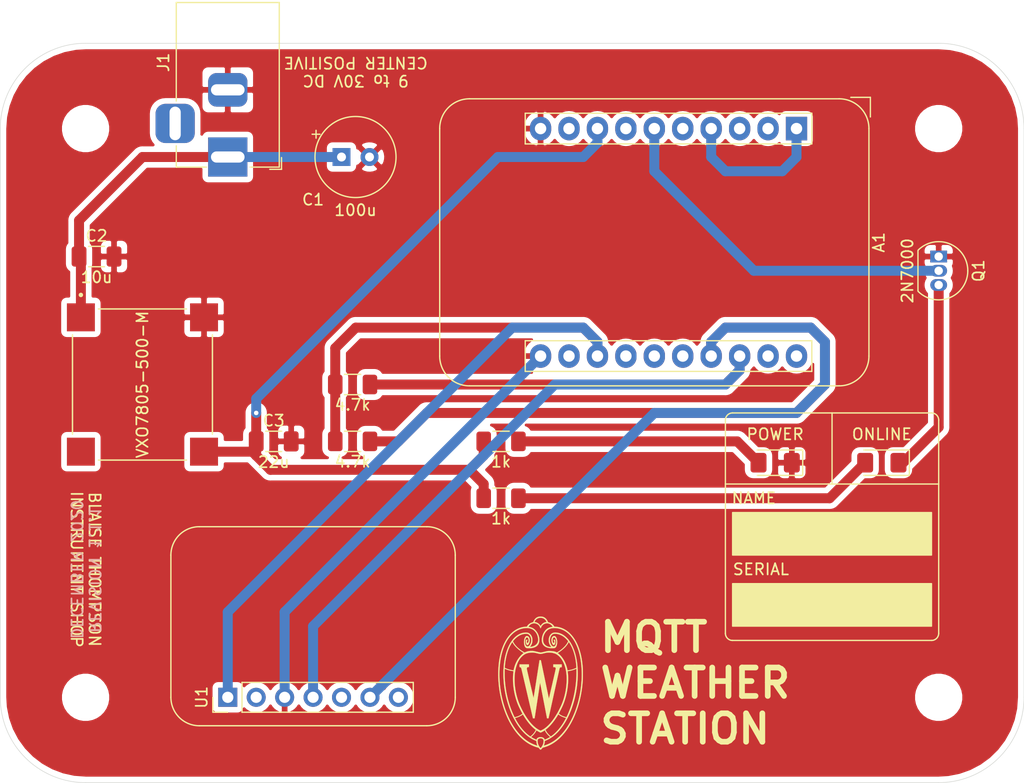
<source format=kicad_pcb>
(kicad_pcb (version 20171130) (host pcbnew 5.1.8+dfsg1-1+b1)

  (general
    (thickness 1.6)
    (drawings 37)
    (tracks 75)
    (zones 0)
    (modules 19)
    (nets 12)
  )

  (page USLetter)
  (title_block
    (title "MQTT Weather Station")
    (date 2020-12-11)
    (rev 1.1.0)
    (company "University of Wisconsin-Madison")
    (comment 1 "Department of Chemistry")
    (comment 2 "Instrument Shop")
    (comment 3 "Blaise Thompson")
    (comment 4 blaise.thompson@wisc.edu)
  )

  (layers
    (0 F.Cu signal)
    (31 B.Cu signal)
    (32 B.Adhes user)
    (33 F.Adhes user)
    (34 B.Paste user)
    (35 F.Paste user)
    (36 B.SilkS user)
    (37 F.SilkS user)
    (38 B.Mask user)
    (39 F.Mask user)
    (40 Dwgs.User user)
    (41 Cmts.User user)
    (42 Eco1.User user)
    (43 Eco2.User user)
    (44 Edge.Cuts user)
    (45 Margin user)
    (46 B.CrtYd user)
    (47 F.CrtYd user)
    (48 B.Fab user)
    (49 F.Fab user)
  )

  (setup
    (last_trace_width 0.889)
    (trace_clearance 0.2)
    (zone_clearance 0.508)
    (zone_45_only no)
    (trace_min 0.2)
    (via_size 0.8)
    (via_drill 0.4)
    (via_min_size 0.4)
    (via_min_drill 0.3)
    (uvia_size 0.3)
    (uvia_drill 0.1)
    (uvias_allowed no)
    (uvia_min_size 0.2)
    (uvia_min_drill 0.1)
    (edge_width 0.05)
    (segment_width 0.2)
    (pcb_text_width 0.3)
    (pcb_text_size 1.5 1.5)
    (mod_edge_width 0.12)
    (mod_text_size 1 1)
    (mod_text_width 0.15)
    (pad_size 1.524 1.524)
    (pad_drill 0.762)
    (pad_to_mask_clearance 0)
    (aux_axis_origin 0 0)
    (visible_elements FFFFFF7F)
    (pcbplotparams
      (layerselection 0x010fc_ffffffff)
      (usegerberextensions false)
      (usegerberattributes true)
      (usegerberadvancedattributes true)
      (creategerberjobfile true)
      (excludeedgelayer true)
      (linewidth 0.100000)
      (plotframeref false)
      (viasonmask false)
      (mode 1)
      (useauxorigin false)
      (hpglpennumber 1)
      (hpglpenspeed 20)
      (hpglpendiameter 15.000000)
      (psnegative false)
      (psa4output false)
      (plotreference true)
      (plotvalue true)
      (plotinvisibletext false)
      (padsonsilk false)
      (subtractmaskfromsilk false)
      (outputformat 1)
      (mirror false)
      (drillshape 0)
      (scaleselection 1)
      (outputdirectory "gerber"))
  )

  (net 0 "")
  (net 1 "Net-(A1-Pad6)")
  (net 2 "Net-(A1-Pad17)")
  (net 3 "Net-(A1-Pad18)")
  (net 4 "Net-(A1-Pad1)")
  (net 5 GND)
  (net 6 +5V)
  (net 7 "Net-(D1-Pad2)")
  (net 8 "Net-(D2-Pad2)")
  (net 9 "Net-(D2-Pad1)")
  (net 10 +3V3)
  (net 11 "Net-(C1-Pad1)")

  (net_class Default "This is the default net class."
    (clearance 0.2)
    (trace_width 0.889)
    (via_dia 0.8)
    (via_drill 0.4)
    (uvia_dia 0.3)
    (uvia_drill 0.1)
    (add_net +3V3)
    (add_net +5V)
    (add_net GND)
    (add_net "Net-(A1-Pad1)")
    (add_net "Net-(A1-Pad17)")
    (add_net "Net-(A1-Pad18)")
    (add_net "Net-(A1-Pad6)")
    (add_net "Net-(C1-Pad1)")
    (add_net "Net-(D1-Pad2)")
    (add_net "Net-(D2-Pad1)")
    (add_net "Net-(D2-Pad2)")
  )

  (module Capacitor_THT:CP_Radial_Tantal_D7.0mm_P2.50mm (layer F.Cu) (tedit 5AE50EF0) (tstamp 5FCB270F)
    (at 73.66 53.34)
    (descr "CP, Radial_Tantal series, Radial, pin pitch=2.50mm, , diameter=7.0mm, Tantal Electrolytic Capacitor, http://cdn-reichelt.de/documents/datenblatt/B300/TANTAL-TB-Serie%23.pdf")
    (tags "CP Radial_Tantal series Radial pin pitch 2.50mm  diameter 7.0mm Tantal Electrolytic Capacitor")
    (path /5FCFDB85)
    (fp_text reference C1 (at -2.54 3.81) (layer F.SilkS)
      (effects (font (size 1 1) (thickness 0.15)))
    )
    (fp_text value 100u (at 1.25 4.75) (layer F.SilkS)
      (effects (font (size 1 1) (thickness 0.15)))
    )
    (fp_line (start -2.274723 -2.385) (end -2.274723 -1.685) (layer F.SilkS) (width 0.12))
    (fp_line (start -2.624723 -2.035) (end -1.924723 -2.035) (layer F.SilkS) (width 0.12))
    (fp_line (start -1.395708 -1.8775) (end -1.395708 -1.1775) (layer F.Fab) (width 0.1))
    (fp_line (start -1.745708 -1.5275) (end -1.045708 -1.5275) (layer F.Fab) (width 0.1))
    (fp_circle (center 1.25 0) (end 5 0) (layer F.CrtYd) (width 0.05))
    (fp_circle (center 1.25 0) (end 4.87 0) (layer F.SilkS) (width 0.12))
    (fp_circle (center 1.25 0) (end 4.75 0) (layer F.Fab) (width 0.1))
    (fp_text user %R (at 1.25 0) (layer F.Fab)
      (effects (font (size 1 1) (thickness 0.15)))
    )
    (pad 2 thru_hole circle (at 2.5 0) (size 1.6 1.6) (drill 0.8) (layers *.Cu *.Mask)
      (net 5 GND))
    (pad 1 thru_hole rect (at 0 0) (size 1.6 1.6) (drill 0.8) (layers *.Cu *.Mask)
      (net 11 "Net-(C1-Pad1)"))
    (model ${KISYS3DMOD}/Capacitor_THT.3dshapes/CP_Radial_Tantal_D7.0mm_P2.50mm.wrl
      (at (xyz 0 0 0))
      (scale (xyz 1 1 1))
      (rotate (xyz 0 0 0))
    )
  )

  (module footprints:CONV_VXO7805-500-M (layer F.Cu) (tedit 5F8F3960) (tstamp 5FCAFDA6)
    (at 55.88 73.66)
    (path /5FCB3C49)
    (fp_text reference PS1 (at -3.325 -9.135) (layer F.SilkS) hide
      (effects (font (size 1 1) (thickness 0.015)))
    )
    (fp_text value VXO7805-500-M (at 0 0 90) (layer F.SilkS)
      (effects (font (size 1 1) (thickness 0.15)))
    )
    (fp_line (start -6.25 4.43) (end -6.25 -4.43) (layer F.SilkS) (width 0.127))
    (fp_line (start 6.25 -4.43) (end 6.25 4.43) (layer F.SilkS) (width 0.127))
    (fp_line (start 3.93 6.75) (end -3.93 6.75) (layer F.SilkS) (width 0.127))
    (fp_circle (center -5.5 -8) (end -5.4 -8) (layer F.Fab) (width 0.2))
    (fp_circle (center -5.5 -8) (end -5.4 -8) (layer F.SilkS) (width 0.2))
    (fp_line (start -3.93 -6.75) (end 3.93 -6.75) (layer F.SilkS) (width 0.127))
    (fp_line (start -7 7.5) (end -7 -7.5) (layer F.CrtYd) (width 0.05))
    (fp_line (start 7 7.5) (end -7 7.5) (layer F.CrtYd) (width 0.05))
    (fp_line (start 7 -7.5) (end 7 7.5) (layer F.CrtYd) (width 0.05))
    (fp_line (start -7 -7.5) (end 7 -7.5) (layer F.CrtYd) (width 0.05))
    (fp_line (start -6.25 6.75) (end -6.25 -6.75) (layer F.Fab) (width 0.127))
    (fp_line (start 6.25 6.75) (end -6.25 6.75) (layer F.Fab) (width 0.127))
    (fp_line (start 6.25 -6.75) (end 6.25 6.75) (layer F.Fab) (width 0.127))
    (fp_line (start -6.25 -6.75) (end 6.25 -6.75) (layer F.Fab) (width 0.127))
    (pad 4 smd rect (at -5.5 6) (size 2.5 2.5) (layers F.Cu F.Paste F.Mask))
    (pad 3 smd rect (at 5.5 6) (size 2.5 2.5) (layers F.Cu F.Paste F.Mask)
      (net 6 +5V))
    (pad 2 smd rect (at 5.5 -6) (size 2.5 2.5) (layers F.Cu F.Paste F.Mask)
      (net 5 GND))
    (pad 1 smd rect (at -5.5 -6) (size 2.5 2.5) (layers F.Cu F.Paste F.Mask)
      (net 11 "Net-(C1-Pad1)"))
  )

  (module Resistor_SMD:R_1206_3216Metric_Pad1.30x1.75mm_HandSolder (layer F.Cu) (tedit 5F68FEEE) (tstamp 5FCB254D)
    (at 74.65 78.74)
    (descr "Resistor SMD 1206 (3216 Metric), square (rectangular) end terminal, IPC_7351 nominal with elongated pad for handsoldering. (Body size source: IPC-SM-782 page 72, https://www.pcb-3d.com/wordpress/wp-content/uploads/ipc-sm-782a_amendment_1_and_2.pdf), generated with kicad-footprint-generator")
    (tags "resistor handsolder")
    (path /5FCCD1D9)
    (attr smd)
    (fp_text reference R4 (at 0 -1.82) (layer F.Fab)
      (effects (font (size 1 1) (thickness 0.15)))
    )
    (fp_text value 4.7k (at 0 1.82) (layer F.SilkS)
      (effects (font (size 1 1) (thickness 0.15)))
    )
    (fp_line (start 2.45 1.12) (end -2.45 1.12) (layer F.CrtYd) (width 0.05))
    (fp_line (start 2.45 -1.12) (end 2.45 1.12) (layer F.CrtYd) (width 0.05))
    (fp_line (start -2.45 -1.12) (end 2.45 -1.12) (layer F.CrtYd) (width 0.05))
    (fp_line (start -2.45 1.12) (end -2.45 -1.12) (layer F.CrtYd) (width 0.05))
    (fp_line (start -0.727064 0.91) (end 0.727064 0.91) (layer F.SilkS) (width 0.12))
    (fp_line (start -0.727064 -0.91) (end 0.727064 -0.91) (layer F.SilkS) (width 0.12))
    (fp_line (start 1.6 0.8) (end -1.6 0.8) (layer F.Fab) (width 0.1))
    (fp_line (start 1.6 -0.8) (end 1.6 0.8) (layer F.Fab) (width 0.1))
    (fp_line (start -1.6 -0.8) (end 1.6 -0.8) (layer F.Fab) (width 0.1))
    (fp_line (start -1.6 0.8) (end -1.6 -0.8) (layer F.Fab) (width 0.1))
    (fp_text user %R (at 0 0) (layer F.Fab)
      (effects (font (size 0.8 0.8) (thickness 0.12)))
    )
    (pad 2 smd roundrect (at 1.55 0) (size 1.3 1.75) (layers F.Cu F.Paste F.Mask) (roundrect_rratio 0.1923069230769231)
      (net 2 "Net-(A1-Pad17)"))
    (pad 1 smd roundrect (at -1.55 0) (size 1.3 1.75) (layers F.Cu F.Paste F.Mask) (roundrect_rratio 0.1923069230769231)
      (net 10 +3V3))
    (model ${KISYS3DMOD}/Resistor_SMD.3dshapes/R_1206_3216Metric.wrl
      (at (xyz 0 0 0))
      (scale (xyz 1 1 1))
      (rotate (xyz 0 0 0))
    )
  )

  (module Resistor_SMD:R_1206_3216Metric_Pad1.30x1.75mm_HandSolder (layer F.Cu) (tedit 5F68FEEE) (tstamp 5FCB0F60)
    (at 74.65 73.66)
    (descr "Resistor SMD 1206 (3216 Metric), square (rectangular) end terminal, IPC_7351 nominal with elongated pad for handsoldering. (Body size source: IPC-SM-782 page 72, https://www.pcb-3d.com/wordpress/wp-content/uploads/ipc-sm-782a_amendment_1_and_2.pdf), generated with kicad-footprint-generator")
    (tags "resistor handsolder")
    (path /5FCCE9A7)
    (attr smd)
    (fp_text reference R3 (at 0 -1.82) (layer F.Fab)
      (effects (font (size 1 1) (thickness 0.15)))
    )
    (fp_text value 4.7k (at 0 1.82) (layer F.SilkS)
      (effects (font (size 1 1) (thickness 0.15)))
    )
    (fp_line (start 2.45 1.12) (end -2.45 1.12) (layer F.CrtYd) (width 0.05))
    (fp_line (start 2.45 -1.12) (end 2.45 1.12) (layer F.CrtYd) (width 0.05))
    (fp_line (start -2.45 -1.12) (end 2.45 -1.12) (layer F.CrtYd) (width 0.05))
    (fp_line (start -2.45 1.12) (end -2.45 -1.12) (layer F.CrtYd) (width 0.05))
    (fp_line (start -0.727064 0.91) (end 0.727064 0.91) (layer F.SilkS) (width 0.12))
    (fp_line (start -0.727064 -0.91) (end 0.727064 -0.91) (layer F.SilkS) (width 0.12))
    (fp_line (start 1.6 0.8) (end -1.6 0.8) (layer F.Fab) (width 0.1))
    (fp_line (start 1.6 -0.8) (end 1.6 0.8) (layer F.Fab) (width 0.1))
    (fp_line (start -1.6 -0.8) (end 1.6 -0.8) (layer F.Fab) (width 0.1))
    (fp_line (start -1.6 0.8) (end -1.6 -0.8) (layer F.Fab) (width 0.1))
    (fp_text user %R (at 0 0) (layer F.Fab)
      (effects (font (size 0.8 0.8) (thickness 0.12)))
    )
    (pad 2 smd roundrect (at 1.55 0) (size 1.3 1.75) (layers F.Cu F.Paste F.Mask) (roundrect_rratio 0.1923069230769231)
      (net 3 "Net-(A1-Pad18)"))
    (pad 1 smd roundrect (at -1.55 0) (size 1.3 1.75) (layers F.Cu F.Paste F.Mask) (roundrect_rratio 0.1923069230769231)
      (net 10 +3V3))
    (model ${KISYS3DMOD}/Resistor_SMD.3dshapes/R_1206_3216Metric.wrl
      (at (xyz 0 0 0))
      (scale (xyz 1 1 1))
      (rotate (xyz 0 0 0))
    )
  )

  (module Package_TO_SOT_THT:TO-92_Inline (layer F.Cu) (tedit 5A1DD157) (tstamp 5FCB0F2F)
    (at 127 62.23 270)
    (descr "TO-92 leads in-line, narrow, oval pads, drill 0.75mm (see NXP sot054_po.pdf)")
    (tags "to-92 sc-43 sc-43a sot54 PA33 transistor")
    (path /5FCC5563)
    (fp_text reference Q1 (at 1.27 -3.56 90) (layer F.SilkS)
      (effects (font (size 1 1) (thickness 0.15)))
    )
    (fp_text value 2N7000 (at 1.27 2.79 90) (layer F.SilkS)
      (effects (font (size 1 1) (thickness 0.15)))
    )
    (fp_line (start 4 2.01) (end -1.46 2.01) (layer F.CrtYd) (width 0.05))
    (fp_line (start 4 2.01) (end 4 -2.73) (layer F.CrtYd) (width 0.05))
    (fp_line (start -1.46 -2.73) (end -1.46 2.01) (layer F.CrtYd) (width 0.05))
    (fp_line (start -1.46 -2.73) (end 4 -2.73) (layer F.CrtYd) (width 0.05))
    (fp_line (start -0.5 1.75) (end 3 1.75) (layer F.Fab) (width 0.1))
    (fp_line (start -0.53 1.85) (end 3.07 1.85) (layer F.SilkS) (width 0.12))
    (fp_arc (start 1.27 0) (end 1.27 -2.6) (angle 135) (layer F.SilkS) (width 0.12))
    (fp_arc (start 1.27 0) (end 1.27 -2.48) (angle -135) (layer F.Fab) (width 0.1))
    (fp_arc (start 1.27 0) (end 1.27 -2.6) (angle -135) (layer F.SilkS) (width 0.12))
    (fp_arc (start 1.27 0) (end 1.27 -2.48) (angle 135) (layer F.Fab) (width 0.1))
    (fp_text user %R (at 1.27 0 90) (layer F.Fab)
      (effects (font (size 1 1) (thickness 0.15)))
    )
    (pad 1 thru_hole rect (at 0 0 270) (size 1.05 1.5) (drill 0.75) (layers *.Cu *.Mask)
      (net 5 GND))
    (pad 3 thru_hole oval (at 2.54 0 270) (size 1.05 1.5) (drill 0.75) (layers *.Cu *.Mask)
      (net 9 "Net-(D2-Pad1)"))
    (pad 2 thru_hole oval (at 1.27 0 270) (size 1.05 1.5) (drill 0.75) (layers *.Cu *.Mask)
      (net 1 "Net-(A1-Pad6)"))
    (model ${KISYS3DMOD}/Package_TO_SOT_THT.3dshapes/TO-92_Inline.wrl
      (at (xyz 0 0 0))
      (scale (xyz 1 1 1))
      (rotate (xyz 0 0 0))
    )
  )

  (module Capacitor_SMD:C_1206_3216Metric_Pad1.33x1.80mm_HandSolder (layer F.Cu) (tedit 5F68FEEF) (tstamp 5FCB1B4D)
    (at 67.6025 78.74)
    (descr "Capacitor SMD 1206 (3216 Metric), square (rectangular) end terminal, IPC_7351 nominal with elongated pad for handsoldering. (Body size source: IPC-SM-782 page 76, https://www.pcb-3d.com/wordpress/wp-content/uploads/ipc-sm-782a_amendment_1_and_2.pdf), generated with kicad-footprint-generator")
    (tags "capacitor handsolder")
    (path /5FD01B31)
    (attr smd)
    (fp_text reference C3 (at 0 -1.85) (layer F.SilkS)
      (effects (font (size 1 1) (thickness 0.15)))
    )
    (fp_text value 22u (at 0 1.85) (layer F.SilkS)
      (effects (font (size 1 1) (thickness 0.15)))
    )
    (fp_line (start 2.48 1.15) (end -2.48 1.15) (layer F.CrtYd) (width 0.05))
    (fp_line (start 2.48 -1.15) (end 2.48 1.15) (layer F.CrtYd) (width 0.05))
    (fp_line (start -2.48 -1.15) (end 2.48 -1.15) (layer F.CrtYd) (width 0.05))
    (fp_line (start -2.48 1.15) (end -2.48 -1.15) (layer F.CrtYd) (width 0.05))
    (fp_line (start -0.711252 0.91) (end 0.711252 0.91) (layer F.SilkS) (width 0.12))
    (fp_line (start -0.711252 -0.91) (end 0.711252 -0.91) (layer F.SilkS) (width 0.12))
    (fp_line (start 1.6 0.8) (end -1.6 0.8) (layer F.Fab) (width 0.1))
    (fp_line (start 1.6 -0.8) (end 1.6 0.8) (layer F.Fab) (width 0.1))
    (fp_line (start -1.6 -0.8) (end 1.6 -0.8) (layer F.Fab) (width 0.1))
    (fp_line (start -1.6 0.8) (end -1.6 -0.8) (layer F.Fab) (width 0.1))
    (fp_text user %R (at 0 0) (layer F.Fab)
      (effects (font (size 0.8 0.8) (thickness 0.12)))
    )
    (pad 2 smd roundrect (at 1.5625 0) (size 1.325 1.8) (layers F.Cu F.Paste F.Mask) (roundrect_rratio 0.1886769811320755)
      (net 5 GND))
    (pad 1 smd roundrect (at -1.5625 0) (size 1.325 1.8) (layers F.Cu F.Paste F.Mask) (roundrect_rratio 0.1886769811320755)
      (net 6 +5V))
    (model ${KISYS3DMOD}/Capacitor_SMD.3dshapes/C_1206_3216Metric.wrl
      (at (xyz 0 0 0))
      (scale (xyz 1 1 1))
      (rotate (xyz 0 0 0))
    )
  )

  (module Capacitor_SMD:C_1206_3216Metric_Pad1.33x1.80mm_HandSolder (layer F.Cu) (tedit 5F68FEEF) (tstamp 5FCB278C)
    (at 51.7775 62.23)
    (descr "Capacitor SMD 1206 (3216 Metric), square (rectangular) end terminal, IPC_7351 nominal with elongated pad for handsoldering. (Body size source: IPC-SM-782 page 76, https://www.pcb-3d.com/wordpress/wp-content/uploads/ipc-sm-782a_amendment_1_and_2.pdf), generated with kicad-footprint-generator")
    (tags "capacitor handsolder")
    (path /5FD016D7)
    (attr smd)
    (fp_text reference C2 (at 0 -1.85) (layer F.SilkS)
      (effects (font (size 1 1) (thickness 0.15)))
    )
    (fp_text value 10u (at 0 1.85) (layer F.SilkS)
      (effects (font (size 1 1) (thickness 0.15)))
    )
    (fp_line (start 2.48 1.15) (end -2.48 1.15) (layer F.CrtYd) (width 0.05))
    (fp_line (start 2.48 -1.15) (end 2.48 1.15) (layer F.CrtYd) (width 0.05))
    (fp_line (start -2.48 -1.15) (end 2.48 -1.15) (layer F.CrtYd) (width 0.05))
    (fp_line (start -2.48 1.15) (end -2.48 -1.15) (layer F.CrtYd) (width 0.05))
    (fp_line (start -0.711252 0.91) (end 0.711252 0.91) (layer F.SilkS) (width 0.12))
    (fp_line (start -0.711252 -0.91) (end 0.711252 -0.91) (layer F.SilkS) (width 0.12))
    (fp_line (start 1.6 0.8) (end -1.6 0.8) (layer F.Fab) (width 0.1))
    (fp_line (start 1.6 -0.8) (end 1.6 0.8) (layer F.Fab) (width 0.1))
    (fp_line (start -1.6 -0.8) (end 1.6 -0.8) (layer F.Fab) (width 0.1))
    (fp_line (start -1.6 0.8) (end -1.6 -0.8) (layer F.Fab) (width 0.1))
    (fp_text user %R (at 0 0) (layer F.Fab)
      (effects (font (size 0.8 0.8) (thickness 0.12)))
    )
    (pad 2 smd roundrect (at 1.5625 0) (size 1.325 1.8) (layers F.Cu F.Paste F.Mask) (roundrect_rratio 0.1886769811320755)
      (net 5 GND))
    (pad 1 smd roundrect (at -1.5625 0) (size 1.325 1.8) (layers F.Cu F.Paste F.Mask) (roundrect_rratio 0.1886769811320755)
      (net 11 "Net-(C1-Pad1)"))
    (model ${KISYS3DMOD}/Capacitor_SMD.3dshapes/C_1206_3216Metric.wrl
      (at (xyz 0 0 0))
      (scale (xyz 1 1 1))
      (rotate (xyz 0 0 0))
    )
  )

  (module footprints:logo locked (layer F.Cu) (tedit 0) (tstamp 5FCB065A)
    (at 91.44 100.33)
    (fp_text reference G*** (at 0 0) (layer F.SilkS) hide
      (effects (font (size 1.524 1.524) (thickness 0.3)))
    )
    (fp_text value LOGO (at 0.75 0) (layer F.SilkS) hide
      (effects (font (size 1.524 1.524) (thickness 0.3)))
    )
    (fp_poly (pts (xy -0.009503 -2.052159) (xy 0.007933 -2.051512) (xy 0.018683 -2.050132) (xy 0.024481 -2.047773)
      (xy 0.027064 -2.04419) (xy 0.027312 -2.04343) (xy 0.028537 -2.037834) (xy 0.031761 -2.022654)
      (xy 0.036909 -1.998256) (xy 0.043904 -1.965001) (xy 0.05267 -1.923254) (xy 0.063132 -1.873377)
      (xy 0.075213 -1.815733) (xy 0.088838 -1.750686) (xy 0.10393 -1.6786) (xy 0.120413 -1.599836)
      (xy 0.138212 -1.51476) (xy 0.157251 -1.423733) (xy 0.177452 -1.327119) (xy 0.198742 -1.225281)
      (xy 0.221043 -1.118583) (xy 0.244279 -1.007387) (xy 0.268375 -0.892058) (xy 0.293255 -0.772957)
      (xy 0.318842 -0.650449) (xy 0.345061 -0.524897) (xy 0.371835 -0.396664) (xy 0.383589 -0.34036)
      (xy 0.410596 -0.211006) (xy 0.437087 -0.084142) (xy 0.462985 0.039867) (xy 0.488216 0.160656)
      (xy 0.512702 0.27786) (xy 0.536367 0.391114) (xy 0.559134 0.500053) (xy 0.580927 0.604311)
      (xy 0.601671 0.703524) (xy 0.621288 0.797327) (xy 0.639702 0.885354) (xy 0.656836 0.967241)
      (xy 0.672615 1.042622) (xy 0.686963 1.111133) (xy 0.699801 1.172408) (xy 0.711055 1.226083)
      (xy 0.720648 1.271792) (xy 0.728504 1.30917) (xy 0.734545 1.337853) (xy 0.738697 1.357475)
      (xy 0.740882 1.367671) (xy 0.741196 1.36906) (xy 0.743609 1.377405) (xy 0.745499 1.37862)
      (xy 0.747792 1.371715) (xy 0.75071 1.3589) (xy 0.75233 1.351781) (xy 0.75614 1.335185)
      (xy 0.762042 1.309532) (xy 0.76994 1.275243) (xy 0.779736 1.23274) (xy 0.791332 1.182445)
      (xy 0.804633 1.124777) (xy 0.81954 1.06016) (xy 0.835956 0.989013) (xy 0.853785 0.911758)
      (xy 0.872928 0.828816) (xy 0.893289 0.740609) (xy 0.91477 0.647558) (xy 0.937275 0.550084)
      (xy 0.960706 0.448609) (xy 0.984965 0.343553) (xy 1.009956 0.235338) (xy 1.035582 0.124385)
      (xy 1.054338 0.04318) (xy 1.085751 -0.092815) (xy 1.114958 -0.219268) (xy 1.142035 -0.336542)
      (xy 1.167057 -0.444995) (xy 1.1901 -0.544988) (xy 1.211241 -0.636881) (xy 1.230555 -0.721034)
      (xy 1.248118 -0.797807) (xy 1.264006 -0.86756) (xy 1.278294 -0.930653) (xy 1.29106 -0.987447)
      (xy 1.302378 -1.0383) (xy 1.312324 -1.083574) (xy 1.320974 -1.123629) (xy 1.328405 -1.158823)
      (xy 1.334692 -1.189518) (xy 1.339911 -1.216074) (xy 1.344137 -1.23885) (xy 1.347448 -1.258207)
      (xy 1.349918 -1.274505) (xy 1.351623 -1.288103) (xy 1.35264 -1.299362) (xy 1.353043 -1.308643)
      (xy 1.35291 -1.316303) (xy 1.352316 -1.322705) (xy 1.351337 -1.328208) (xy 1.350049 -1.333172)
      (xy 1.348527 -1.337958) (xy 1.346847 -1.342924) (xy 1.346602 -1.34366) (xy 1.331641 -1.374343)
      (xy 1.309555 -1.39782) (xy 1.280449 -1.414028) (xy 1.244424 -1.422902) (xy 1.21666 -1.424712)
      (xy 1.193898 -1.424322) (xy 1.172022 -1.423081) (xy 1.155471 -1.421249) (xy 1.15443 -1.42107)
      (xy 1.13284 -1.4172) (xy 1.13284 -1.67132) (xy 1.89484 -1.67132) (xy 1.89484 -1.54305)
      (xy 1.894841 -1.41478) (xy 1.84277 -1.41478) (xy 1.818094 -1.414515) (xy 1.800598 -1.413367)
      (xy 1.787312 -1.41081) (xy 1.775263 -1.406317) (xy 1.764345 -1.400885) (xy 1.735022 -1.379942)
      (xy 1.712361 -1.351427) (xy 1.707445 -1.342591) (xy 1.705974 -1.33693) (xy 1.702384 -1.321663)
      (xy 1.696745 -1.297106) (xy 1.689126 -1.263574) (xy 1.679599 -1.221382) (xy 1.668233 -1.170846)
      (xy 1.655099 -1.112281) (xy 1.640267 -1.046003) (xy 1.623807 -0.972327) (xy 1.605788 -0.891568)
      (xy 1.586282 -0.804042) (xy 1.565359 -0.710064) (xy 1.543088 -0.60995) (xy 1.51954 -0.504015)
      (xy 1.494785 -0.392574) (xy 1.468893 -0.275944) (xy 1.441935 -0.154438) (xy 1.41398 -0.028374)
      (xy 1.385099 0.101935) (xy 1.355362 0.236172) (xy 1.324838 0.374022) (xy 1.293599 0.51517)
      (xy 1.261715 0.6593) (xy 1.229255 0.806096) (xy 1.209009 0.897689) (xy 1.176237 1.045968)
      (xy 1.144011 1.191776) (xy 1.1124 1.334797) (xy 1.081474 1.474715) (xy 1.051303 1.611215)
      (xy 1.021956 1.743982) (xy 0.993504 1.8727) (xy 0.966016 1.997055) (xy 0.939561 2.116729)
      (xy 0.91421 2.231409) (xy 0.890032 2.340779) (xy 0.867097 2.444522) (xy 0.845475 2.542325)
      (xy 0.825235 2.633871) (xy 0.806447 2.718845) (xy 0.789181 2.796931) (xy 0.773507 2.867815)
      (xy 0.759494 2.93118) (xy 0.747212 2.986712) (xy 0.73673 3.034094) (xy 0.72812 3.073012)
      (xy 0.721449 3.10315) (xy 0.716789 3.124193) (xy 0.714208 3.135825) (xy 0.713684 3.13817)
      (xy 0.712204 3.142781) (xy 0.709192 3.145949) (xy 0.702978 3.147944) (xy 0.691893 3.149036)
      (xy 0.674265 3.149498) (xy 0.648425 3.149599) (xy 0.643218 3.1496) (xy 0.57543 3.1496)
      (xy 0.567226 3.10769) (xy 0.565605 3.099376) (xy 0.562123 3.081482) (xy 0.556855 3.054402)
      (xy 0.549879 3.018527) (xy 0.541269 2.974253) (xy 0.531104 2.921971) (xy 0.519459 2.862075)
      (xy 0.506411 2.794958) (xy 0.492036 2.721014) (xy 0.476411 2.640636) (xy 0.459612 2.554217)
      (xy 0.441716 2.46215) (xy 0.422799 2.364828) (xy 0.402937 2.262646) (xy 0.382207 2.155995)
      (xy 0.360685 2.045269) (xy 0.338448 1.930862) (xy 0.315573 1.813167) (xy 0.292135 1.692577)
      (xy 0.268211 1.569485) (xy 0.258903 1.521596) (xy 0.234903 1.398128) (xy 0.211395 1.277246)
      (xy 0.188456 1.15933) (xy 0.166159 1.044759) (xy 0.144579 0.933914) (xy 0.123789 0.827174)
      (xy 0.103863 0.72492) (xy 0.084877 0.627532) (xy 0.066904 0.535389) (xy 0.050018 0.448872)
      (xy 0.034294 0.36836) (xy 0.019805 0.294234) (xy 0.006627 0.226873) (xy -0.005168 0.166658)
      (xy -0.015504 0.113968) (xy -0.024307 0.069183) (xy -0.031504 0.032684) (xy -0.03702 0.004851)
      (xy -0.04078 -0.013938) (xy -0.042712 -0.0233) (xy -0.042963 -0.024337) (xy -0.043105 -0.024947)
      (xy -0.043145 -0.026125) (xy -0.043134 -0.027525) (xy -0.043127 -0.028801) (xy -0.043178 -0.029607)
      (xy -0.043338 -0.029597) (xy -0.043663 -0.028426) (xy -0.044205 -0.025747) (xy -0.045018 -0.021215)
      (xy -0.046155 -0.014485) (xy -0.047669 -0.005209) (xy -0.049614 0.006957) (xy -0.052044 0.022359)
      (xy -0.055011 0.041344) (xy -0.058569 0.064257) (xy -0.062771 0.091444) (xy -0.067671 0.12325)
      (xy -0.073322 0.160022) (xy -0.079778 0.202105) (xy -0.087092 0.249846) (xy -0.095317 0.303589)
      (xy -0.104507 0.363681) (xy -0.114716 0.430468) (xy -0.125995 0.504295) (xy -0.1384 0.585509)
      (xy -0.151982 0.674454) (xy -0.166797 0.771478) (xy -0.182896 0.876925) (xy -0.200334 0.991141)
      (xy -0.219164 1.114473) (xy -0.239439 1.247267) (xy -0.254157 1.34366) (xy -0.272199 1.461816)
      (xy -0.290093 1.578998) (xy -0.30776 1.694688) (xy -0.325121 1.808368) (xy -0.342098 1.919522)
      (xy -0.35861 2.027632) (xy -0.374579 2.132182) (xy -0.389927 2.232654) (xy -0.404573 2.328531)
      (xy -0.41844 2.419296) (xy -0.431447 2.504432) (xy -0.443517 2.583421) (xy -0.45457 2.655748)
      (xy -0.464526 2.720893) (xy -0.473308 2.778342) (xy -0.480836 2.827575) (xy -0.487031 2.868077)
      (xy -0.491814 2.89933) (xy -0.493771 2.91211) (xy -0.530159 3.1496) (xy -0.680329 3.1496)
      (xy -0.685389 3.13055) (xy -0.686869 3.124372) (xy -0.690579 3.108617) (xy -0.696446 3.083601)
      (xy -0.704394 3.049642) (xy -0.71435 3.007057) (xy -0.726239 2.956164) (xy -0.739989 2.89728)
      (xy -0.755525 2.830723) (xy -0.772772 2.75681) (xy -0.791657 2.675858) (xy -0.812106 2.588185)
      (xy -0.834045 2.494109) (xy -0.857399 2.393946) (xy -0.882096 2.288014) (xy -0.90806 2.176631)
      (xy -0.935218 2.060113) (xy -0.963495 1.938779) (xy -0.992818 1.812946) (xy -1.023113 1.682931)
      (xy -1.054306 1.549052) (xy -1.086322 1.411625) (xy -1.119088 1.270969) (xy -1.152529 1.127401)
      (xy -1.186573 0.981238) (xy -1.203914 0.90678) (xy -1.238248 0.759367) (xy -1.272027 0.614363)
      (xy -1.305177 0.472086) (xy -1.337623 0.332855) (xy -1.36929 0.196988) (xy -1.400104 0.064805)
      (xy -1.429992 -0.063377) (xy -1.458877 -0.187239) (xy -1.486687 -0.306461) (xy -1.513346 -0.420726)
      (xy -1.538781 -0.529714) (xy -1.562916 -0.633107) (xy -1.585678 -0.730587) (xy -1.606991 -0.821834)
      (xy -1.626783 -0.90653) (xy -1.644977 -0.984357) (xy -1.6615 -1.054995) (xy -1.676278 -1.118126)
      (xy -1.689235 -1.173431) (xy -1.700299 -1.220592) (xy -1.709393 -1.25929) (xy -1.716444 -1.289206)
      (xy -1.721378 -1.310022) (xy -1.724119 -1.321418) (xy -1.724642 -1.323477) (xy -1.738473 -1.354061)
      (xy -1.760843 -1.380652) (xy -1.79061 -1.402331) (xy -1.82663 -1.41818) (xy -1.850396 -1.424434)
      (xy -1.88214 -1.430906) (xy -1.884864 -1.67132) (xy -1.03632 -1.67132) (xy -1.03632 -1.427591)
      (xy -1.081306 -1.430784) (xy -1.103962 -1.432089) (xy -1.11997 -1.431847) (xy -1.13278 -1.429605)
      (xy -1.145847 -1.424907) (xy -1.15424 -1.421183) (xy -1.18151 -1.404133) (xy -1.202031 -1.380757)
      (xy -1.216088 -1.350492) (xy -1.223967 -1.312778) (xy -1.225983 -1.28016) (xy -1.225939 -1.275202)
      (xy -1.225625 -1.269426) (xy -1.224957 -1.262468) (xy -1.223853 -1.253962) (xy -1.222232 -1.243542)
      (xy -1.220009 -1.230843) (xy -1.217104 -1.2155) (xy -1.213434 -1.197147) (xy -1.208915 -1.175418)
      (xy -1.203466 -1.149948) (xy -1.197005 -1.120371) (xy -1.189448 -1.086322) (xy -1.180714 -1.047436)
      (xy -1.17072 -1.003346) (xy -1.159383 -0.953687) (xy -1.146621 -0.898094) (xy -1.132352 -0.836201)
      (xy -1.116493 -0.767642) (xy -1.098962 -0.692053) (xy -1.079677 -0.609067) (xy -1.058554 -0.518319)
      (xy -1.035511 -0.419444) (xy -1.010467 -0.312075) (xy -0.983338 -0.195848) (xy -0.954042 -0.070396)
      (xy -0.928105 0.04064) (xy -0.901968 0.152496) (xy -0.876413 0.261806) (xy -0.851539 0.368153)
      (xy -0.827444 0.471122) (xy -0.804224 0.570296) (xy -0.781978 0.665258) (xy -0.760804 0.755594)
      (xy -0.7408 0.840886) (xy -0.722062 0.920718) (xy -0.704689 0.994675) (xy -0.688778 1.062341)
      (xy -0.674428 1.123298) (xy -0.661736 1.177131) (xy -0.650799 1.223425) (xy -0.641716 1.261762)
      (xy -0.634585 1.291726) (xy -0.629502 1.312902) (xy -0.626566 1.324873) (xy -0.625852 1.327527)
      (xy -0.62476 1.323356) (xy -0.622168 1.30943) (xy -0.618122 1.286033) (xy -0.612668 1.253453)
      (xy -0.60585 1.211976) (xy -0.597713 1.161888) (xy -0.588304 1.103474) (xy -0.577667 1.037022)
      (xy -0.565847 0.962816) (xy -0.552891 0.881144) (xy -0.538843 0.792292) (xy -0.523748 0.696545)
      (xy -0.507652 0.59419) (xy -0.4906 0.485512) (xy -0.472637 0.370799) (xy -0.453809 0.250336)
      (xy -0.434161 0.124409) (xy -0.413739 -0.006696) (xy -0.392586 -0.142692) (xy -0.37075 -0.283294)
      (xy -0.363727 -0.328553) (xy -0.343714 -0.457556) (xy -0.324077 -0.584118) (xy -0.304874 -0.707862)
      (xy -0.286165 -0.82841) (xy -0.268008 -0.945385) (xy -0.250462 -1.058407) (xy -0.233585 -1.167101)
      (xy -0.217436 -1.271088) (xy -0.202075 -1.369991) (xy -0.187558 -1.463431) (xy -0.173946 -1.551032)
      (xy -0.161297 -1.632415) (xy -0.14967 -1.707203) (xy -0.139122 -1.775018) (xy -0.129714 -1.835482)
      (xy -0.121503 -1.888219) (xy -0.114549 -1.93285) (xy -0.10891 -1.968997) (xy -0.104644 -1.996283)
      (xy -0.101811 -2.01433) (xy -0.100469 -2.02276) (xy -0.10041 -2.02311) (xy -0.095435 -2.05232)
      (xy -0.03536 -2.05232) (xy -0.009503 -2.052159)) (layer F.SilkS) (width 0.01))
    (fp_poly (pts (xy 0.027014 -5.946009) (xy 0.072375 -5.943948) (xy 0.113794 -5.94022) (xy 0.148483 -5.93485)
      (xy 0.151395 -5.934241) (xy 0.230635 -5.912503) (xy 0.304009 -5.882562) (xy 0.37183 -5.844215)
      (xy 0.434414 -5.797261) (xy 0.492077 -5.741496) (xy 0.538895 -5.685111) (xy 0.560962 -5.65338)
      (xy 0.583934 -5.616121) (xy 0.606332 -5.576086) (xy 0.626682 -5.536028) (xy 0.643506 -5.498699)
      (xy 0.654383 -5.469803) (xy 0.65984 -5.453891) (xy 0.664296 -5.442286) (xy 0.666434 -5.438033)
      (xy 0.672382 -5.435867) (xy 0.685301 -5.43276) (xy 0.698942 -5.430041) (xy 0.739191 -5.420618)
      (xy 0.784524 -5.406563) (xy 0.831659 -5.389008) (xy 0.877314 -5.369085) (xy 0.881541 -5.367069)
      (xy 0.954134 -5.327705) (xy 1.021352 -5.282286) (xy 1.082191 -5.2317) (xy 1.135644 -5.176831)
      (xy 1.180704 -5.118567) (xy 1.201778 -5.084993) (xy 1.224618 -5.045395) (xy 1.279059 -5.042254)
      (xy 1.385529 -5.034225) (xy 1.484491 -5.022674) (xy 1.578105 -5.007197) (xy 1.668531 -4.987393)
      (xy 1.757931 -4.962857) (xy 1.830719 -4.939361) (xy 1.961526 -4.889124) (xy 2.088777 -4.829501)
      (xy 2.212356 -4.760666) (xy 2.332152 -4.682791) (xy 2.448049 -4.596051) (xy 2.559933 -4.500619)
      (xy 2.667691 -4.396668) (xy 2.771209 -4.28437) (xy 2.870372 -4.163901) (xy 2.965067 -4.035432)
      (xy 3.05518 -3.899138) (xy 3.140596 -3.755191) (xy 3.221201 -3.603765) (xy 3.296883 -3.445033)
      (xy 3.367526 -3.279169) (xy 3.433017 -3.106346) (xy 3.493241 -2.926737) (xy 3.548085 -2.740515)
      (xy 3.597435 -2.547854) (xy 3.641177 -2.348928) (xy 3.679196 -2.143908) (xy 3.682619 -2.12344)
      (xy 3.699612 -2.016122) (xy 3.714818 -1.909768) (xy 3.728415 -1.8027) (xy 3.740581 -1.693246)
      (xy 3.751495 -1.579728) (xy 3.761334 -1.460472) (xy 3.770276 -1.333802) (xy 3.775515 -1.24968)
      (xy 3.777014 -1.217947) (xy 3.77832 -1.177275) (xy 3.779431 -1.128886) (xy 3.78035 -1.074)
      (xy 3.781074 -1.013836) (xy 3.781606 -0.949616) (xy 3.781943 -0.88256) (xy 3.782087 -0.813888)
      (xy 3.782038 -0.744821) (xy 3.781795 -0.676578) (xy 3.781358 -0.61038) (xy 3.780728 -0.547447)
      (xy 3.779904 -0.489001) (xy 3.778887 -0.43626) (xy 3.777676 -0.390445) (xy 3.776271 -0.352777)
      (xy 3.775521 -0.33782) (xy 3.760706 -0.109746) (xy 3.742134 0.110657) (xy 3.719574 0.325248)
      (xy 3.692797 0.535882) (xy 3.661575 0.744418) (xy 3.625677 0.952712) (xy 3.598562 1.09474)
      (xy 3.54392 1.352528) (xy 3.483133 1.605889) (xy 3.416343 1.854551) (xy 3.34369 2.098243)
      (xy 3.265316 2.336694) (xy 3.181363 2.569632) (xy 3.091971 2.796785) (xy 2.997284 3.017883)
      (xy 2.897441 3.232653) (xy 2.792585 3.440825) (xy 2.682856 3.642126) (xy 2.568397 3.836286)
      (xy 2.449349 4.023033) (xy 2.325853 4.202096) (xy 2.198051 4.373202) (xy 2.066084 4.536082)
      (xy 1.930094 4.690462) (xy 1.790222 4.836073) (xy 1.64661 4.972641) (xy 1.520289 5.082593)
      (xy 1.383014 5.19166) (xy 1.241799 5.293264) (xy 1.097294 5.387063) (xy 0.950149 5.472714)
      (xy 0.801014 5.549876) (xy 0.65054 5.618204) (xy 0.499377 5.677358) (xy 0.348174 5.726995)
      (xy 0.240991 5.756312) (xy 0.177344 5.772251) (xy 0.161635 5.795083) (xy 0.144591 5.818346)
      (xy 0.12432 5.843671) (xy 0.102624 5.86902) (xy 0.081308 5.892358) (xy 0.062175 5.911647)
      (xy 0.047028 5.92485) (xy 0.046183 5.925479) (xy 0.023935 5.939595) (xy 0.005278 5.94582)
      (xy -0.012043 5.94457) (xy -0.025819 5.938815) (xy -0.039009 5.929444) (xy -0.056697 5.913706)
      (xy -0.077247 5.89333) (xy -0.099018 5.870045) (xy -0.120372 5.845582) (xy -0.13967 5.821669)
      (xy -0.14986 5.807911) (xy -0.162635 5.790384) (xy -0.172254 5.779308) (xy -0.181229 5.772702)
      (xy -0.192076 5.768586) (xy -0.2032 5.765887) (xy -0.227923 5.759853) (xy -0.260084 5.751219)
      (xy -0.297497 5.740636) (xy -0.337976 5.728759) (xy -0.379334 5.716241) (xy -0.419386 5.703736)
      (xy -0.455945 5.691897) (xy -0.486826 5.681377) (xy -0.491738 5.679629) (xy -0.657169 5.614883)
      (xy -0.819721 5.540418) (xy -0.979341 5.456275) (xy -1.135977 5.362493) (xy -1.289578 5.259114)
      (xy -1.44009 5.146177) (xy -1.587463 5.023722) (xy -1.731643 4.89179) (xy -1.872578 4.75042)
      (xy -2.010217 4.599654) (xy -2.144506 4.439531) (xy -2.210281 4.3561) (xy -2.335605 4.187017)
      (xy -2.457423 4.00887) (xy -2.575411 3.822241) (xy -2.689246 3.627715) (xy -2.798603 3.425873)
      (xy -2.90316 3.217302) (xy -3.002593 3.002583) (xy -3.096577 2.7823) (xy -3.131711 2.69494)
      (xy -3.232075 2.428042) (xy -3.324365 2.15571) (xy -3.408491 1.878589) (xy -3.484368 1.597325)
      (xy -3.551907 1.312562) (xy -3.611022 1.024947) (xy -3.661624 0.735126) (xy -3.703627 0.443744)
      (xy -3.736942 0.151446) (xy -3.761483 -0.141121) (xy -3.777162 -0.433312) (xy -3.783453 -0.705538)
      (xy -3.673713 -0.705538) (xy -3.671178 -0.540616) (xy -3.666007 -0.378636) (xy -3.658207 -0.222147)
      (xy -3.654756 -0.16764) (xy -3.629382 0.139241) (xy -3.594658 0.443647) (xy -3.550652 0.74527)
      (xy -3.497433 1.043805) (xy -3.43507 1.338945) (xy -3.363633 1.630384) (xy -3.283189 1.917816)
      (xy -3.193808 2.200935) (xy -3.095558 2.479434) (xy -3.009316 2.701931) (xy -2.944043 2.857947)
      (xy -2.873614 3.015661) (xy -2.799086 3.172941) (xy -2.721512 3.327656) (xy -2.641949 3.477674)
      (xy -2.561451 3.620864) (xy -2.517015 3.696182) (xy -2.400193 3.883112) (xy -2.279583 4.061375)
      (xy -2.155281 4.230884) (xy -2.027384 4.391555) (xy -1.895989 4.543304) (xy -1.761193 4.686046)
      (xy -1.623093 4.819697) (xy -1.481786 4.944171) (xy -1.337368 5.059386) (xy -1.189937 5.165255)
      (xy -1.039589 5.261695) (xy -0.886422 5.34862) (xy -0.730533 5.425947) (xy -0.572017 5.493591)
      (xy -0.410973 5.551467) (xy -0.377957 5.562023) (xy -0.350619 5.570486) (xy -0.326448 5.577788)
      (xy -0.307203 5.583411) (xy -0.294643 5.586839) (xy -0.290762 5.587656) (xy -0.287612 5.585383)
      (xy -0.289503 5.576908) (xy -0.292791 5.56895) (xy -0.303253 5.543084) (xy -0.314991 5.510389)
      (xy -0.327029 5.473943) (xy -0.338394 5.436824) (xy -0.348111 5.402111) (xy -0.355205 5.372883)
      (xy -0.355902 5.36956) (xy -0.360734 5.341076) (xy -0.365067 5.306556) (xy -0.368436 5.270119)
      (xy -0.370097 5.243042) (xy -0.37311 5.175868) (xy -0.263095 5.175868) (xy -0.262837 5.220783)
      (xy -0.262663 5.22478) (xy -0.253573 5.311631) (xy -0.234536 5.398713) (xy -0.205736 5.485497)
      (xy -0.167358 5.57146) (xy -0.119587 5.656074) (xy -0.101133 5.684601) (xy -0.075674 5.721751)
      (xy -0.054266 5.750462) (xy -0.036083 5.771208) (xy -0.020301 5.784465) (xy -0.006093 5.790707)
      (xy 0.007365 5.790408) (xy 0.020899 5.784043) (xy 0.035334 5.772087) (xy 0.04104 5.766369)
      (xy 0.058353 5.746242) (xy 0.078748 5.719034) (xy 0.100884 5.686807) (xy 0.12342 5.651627)
      (xy 0.145014 5.615558) (xy 0.164324 5.580663) (xy 0.173723 5.562235) (xy 0.203997 5.493853)
      (xy 0.229291 5.42286) (xy 0.248108 5.353495) (xy 0.249129 5.348877) (xy 0.256248 5.307133)
      (xy 0.260882 5.26044) (xy 0.263034 5.211358) (xy 0.262707 5.162448) (xy 0.259904 5.11627)
      (xy 0.254628 5.075385) (xy 0.248779 5.048745) (xy 0.238121 5.027399) (xy 0.218756 5.006104)
      (xy 0.192095 4.985838) (xy 0.159549 4.967578) (xy 0.122527 4.952301) (xy 0.09906 4.945055)
      (xy 0.080157 4.941112) (xy 0.055259 4.937526) (xy 0.028527 4.934852) (xy 0.016653 4.934075)
      (xy -0.028475 4.934554) (xy -0.072822 4.940308) (xy -0.115061 4.950741) (xy -0.153865 4.965259)
      (xy -0.187906 4.983267) (xy -0.215859 5.00417) (xy -0.236395 5.027373) (xy -0.248188 5.052282)
      (xy -0.248346 5.052869) (xy -0.255563 5.088474) (xy -0.260575 5.13062) (xy -0.263095 5.175868)
      (xy -0.37311 5.175868) (xy -0.37338 5.169864) (xy -0.459409 5.135256) (xy -0.604078 5.071754)
      (xy -0.747061 4.998378) (xy -0.888112 4.91531) (xy -1.026984 4.822733) (xy -1.037208 4.815097)
      (xy -0.838788 4.815097) (xy -0.837274 4.818565) (xy -0.827269 4.826102) (xy -0.80956 4.837446)
      (xy -0.785514 4.851829) (xy -0.756498 4.868483) (xy -0.72388 4.886639) (xy -0.689026 4.905529)
      (xy -0.653305 4.924384) (xy -0.618082 4.942437) (xy -0.60706 4.947958) (xy -0.578468 4.961918)
      (xy -0.546992 4.976819) (xy -0.514077 4.992026) (xy -0.481168 5.006903) (xy -0.449708 5.020815)
      (xy -0.421141 5.033124) (xy -0.396913 5.043195) (xy -0.378466 5.050392) (xy -0.367245 5.054079)
      (xy -0.365299 5.054422) (xy -0.362628 5.050025) (xy -0.358943 5.038521) (xy -0.356315 5.02793)
      (xy -0.342084 4.987272) (xy -0.318707 4.950049) (xy -0.286732 4.916653) (xy -0.246706 4.887474)
      (xy -0.199176 4.862904) (xy -0.144689 4.843332) (xy -0.083793 4.829151) (xy -0.0762 4.82785)
      (xy -0.022519 4.822661) (xy 0.033329 4.823953) (xy 0.089522 4.831256) (xy 0.144237 4.8441)
      (xy 0.195652 4.862013) (xy 0.241944 4.884526) (xy 0.28129 4.911169) (xy 0.295672 4.923828)
      (xy 0.318311 4.949554) (xy 0.337647 4.979093) (xy 0.351848 5.009244) (xy 0.358667 5.033893)
      (xy 0.361164 5.046718) (xy 0.363446 5.053984) (xy 0.364044 5.0546) (xy 0.372258 5.052515)
      (xy 0.388243 5.046667) (xy 0.410599 5.037666) (xy 0.437924 5.026122) (xy 0.468818 5.012645)
      (xy 0.501881 4.997845) (xy 0.535713 4.982332) (xy 0.568913 4.966715) (xy 0.5969 4.953173)
      (xy 0.628547 4.937288) (xy 0.662414 4.919719) (xy 0.69714 4.901227) (xy 0.731369 4.882571)
      (xy 0.763741 4.864513) (xy 0.792899 4.847812) (xy 0.817483 4.83323) (xy 0.836137 4.821527)
      (xy 0.8475 4.813462) (xy 0.849256 4.811895) (xy 0.847459 4.807148) (xy 0.83923 4.798037)
      (xy 0.826231 4.786345) (xy 0.822942 4.783641) (xy 0.762409 4.731521) (xy 0.700954 4.672794)
      (xy 0.640569 4.609641) (xy 0.583245 4.544242) (xy 0.530976 4.478777) (xy 0.485752 4.415428)
      (xy 0.483463 4.41198) (xy 0.471811 4.393465) (xy 0.457818 4.36986) (xy 0.442503 4.343036)
      (xy 0.426882 4.314863) (xy 0.411973 4.287213) (xy 0.398795 4.261958) (xy 0.388365 4.240969)
      (xy 0.381701 4.226117) (xy 0.380341 4.222386) (xy 0.375405 4.221949) (xy 0.362832 4.227877)
      (xy 0.34255 4.240208) (xy 0.322442 4.253542) (xy 0.290622 4.27435) (xy 0.255391 4.296019)
      (xy 0.218026 4.317886) (xy 0.179806 4.339286) (xy 0.142008 4.359556) (xy 0.10591 4.378033)
      (xy 0.072791 4.394052) (xy 0.043928 4.406951) (xy 0.0206 4.416065) (xy 0.004083 4.42073)
      (xy -0.000433 4.421204) (xy -0.011994 4.418736) (xy -0.030962 4.411681) (xy -0.056052 4.400715)
      (xy -0.085981 4.386513) (xy -0.119463 4.369752) (xy -0.155216 4.351107) (xy -0.191954 4.331254)
      (xy -0.228393 4.310867) (xy -0.26325 4.290624) (xy -0.29524 4.2712) (xy -0.323078 4.25327)
      (xy -0.334581 4.245398) (xy -0.366902 4.222725) (xy -0.401099 4.290342) (xy -0.445267 4.369312)
      (xy -0.498171 4.449398) (xy -0.558692 4.529233) (xy -0.625713 4.607453) (xy -0.698117 4.682694)
      (xy -0.774785 4.753592) (xy -0.794094 4.770146) (xy -0.814928 4.788053) (xy -0.828687 4.800802)
      (xy -0.836322 4.80946) (xy -0.838788 4.815097) (xy -1.037208 4.815097) (xy -1.16343 4.72083)
      (xy -1.297204 4.609783) (xy -1.428059 4.489776) (xy -1.555749 4.360992) (xy -1.664205 4.2418)
      (xy -1.793445 4.08719) (xy -1.918665 3.92343) (xy -2.039738 3.750752) (xy -2.156538 3.569391)
      (xy -2.268939 3.379579) (xy -2.376815 3.181551) (xy -2.404498 3.1263) (xy -2.277705 3.1263)
      (xy -2.275074 3.133153) (xy -2.268099 3.147587) (xy -2.257458 3.168351) (xy -2.24383 3.194195)
      (xy -2.227895 3.22387) (xy -2.21033 3.256124) (xy -2.191817 3.289707) (xy -2.173032 3.32337)
      (xy -2.154655 3.35586) (xy -2.137366 3.38593) (xy -2.128256 3.401509) (xy -2.029009 3.564428)
      (xy -1.928635 3.718012) (xy -1.826523 3.863076) (xy -1.722065 4.00043) (xy -1.61465 4.130887)
      (xy -1.503668 4.255261) (xy -1.42748 4.335113) (xy -1.320014 4.440949) (xy -1.213764 4.537749)
      (xy -1.10772 4.62639) (xy -1.000867 4.707749) (xy -0.978509 4.723793) (xy -0.953283 4.741508)
      (xy -0.934894 4.753824) (xy -0.922052 4.761441) (xy -0.913471 4.765061) (xy -0.907862 4.765386)
      (xy -0.904849 4.763904) (xy -0.897771 4.758226) (xy -0.884793 4.747636) (xy -0.867836 4.733705)
      (xy -0.8509 4.719727) (xy -0.832404 4.703743) (xy -0.808934 4.682426) (xy -0.782588 4.657739)
      (xy -0.755462 4.631646) (xy -0.731441 4.607905) (xy -0.661425 4.53409) (xy -0.600271 4.461871)
      (xy -0.54708 4.390037) (xy -0.500948 4.317376) (xy -0.463252 4.247309) (xy -0.429579 4.179158)
      (xy -0.444333 4.168569) (xy -0.453243 4.161867) (xy -0.46839 4.15015) (xy -0.488073 4.134744)
      (xy -0.510593 4.116979) (xy -0.526143 4.10464) (xy -0.632771 4.015045) (xy -0.739748 3.915703)
      (xy -0.846753 3.807006) (xy -0.953463 3.689343) (xy -1.059556 3.563106) (xy -1.164709 3.428686)
      (xy -1.268599 3.286473) (xy -1.370906 3.136858) (xy -1.471304 2.980233) (xy -1.521454 2.89814)
      (xy -1.537996 2.870689) (xy -1.552841 2.846183) (xy -1.56517 2.825966) (xy -1.574164 2.811379)
      (xy -1.579002 2.803765) (xy -1.579519 2.803044) (xy -1.584564 2.804363) (xy -1.595461 2.81097)
      (xy -1.610277 2.821628) (xy -1.61808 2.827714) (xy -1.694625 2.883366) (xy -1.77989 2.935183)
      (xy -1.873037 2.982775) (xy -1.973228 3.025752) (xy -2.079624 3.063724) (xy -2.191388 3.0963)
      (xy -2.19964 3.098432) (xy -2.231014 3.106725) (xy -2.253472 3.113316) (xy -2.268046 3.118573)
      (xy -2.275768 3.122865) (xy -2.277705 3.1263) (xy -2.404498 3.1263) (xy -2.480038 2.975539)
      (xy -2.578483 2.761778) (xy -2.672022 2.5405) (xy -2.760531 2.31194) (xy -2.843881 2.07633)
      (xy -2.855434 2.041887) (xy -2.944344 1.75957) (xy -3.023916 1.474332) (xy -3.094196 1.185918)
      (xy -3.155235 0.894075) (xy -3.207079 0.59855) (xy -3.249777 0.299091) (xy -3.283377 -0.004557)
      (xy -3.307927 -0.312646) (xy -3.309993 -0.34544) (xy -3.312472 -0.392721) (xy -3.314683 -0.448552)
      (xy -3.31661 -0.511327) (xy -3.318239 -0.579438) (xy -3.319552 -0.651279) (xy -3.320536 -0.725244)
      (xy -3.321174 -0.799725) (xy -3.321332 -0.841973) (xy -3.209194 -0.841973) (xy -3.209048 -0.788059)
      (xy -3.208726 -0.736514) (xy -3.208221 -0.688478) (xy -3.207527 -0.645089) (xy -3.206638 -0.607486)
      (xy -3.205955 -0.58674) (xy -3.190077 -0.286854) (xy -3.165274 0.010769) (xy -3.131629 0.305784)
      (xy -3.089222 0.597845) (xy -3.038137 0.886607) (xy -2.978456 1.171725) (xy -2.91026 1.452853)
      (xy -2.833633 1.729646) (xy -2.748655 2.001759) (xy -2.655409 2.268846) (xy -2.553978 2.530562)
      (xy -2.444444 2.786562) (xy -2.360204 2.96799) (xy -2.344827 2.999367) (xy -2.332861 3.022212)
      (xy -2.323807 3.037367) (xy -2.317163 3.045676) (xy -2.312748 3.048) (xy -2.304731 3.046791)
      (xy -2.288935 3.043473) (xy -2.267415 3.038508) (xy -2.242221 3.032358) (xy -2.233477 3.030154)
      (xy -2.125946 2.999723) (xy -2.023644 2.964525) (xy -1.927412 2.924949) (xy -1.838094 2.88139)
      (xy -1.756532 2.834237) (xy -1.683571 2.783885) (xy -1.654537 2.760922) (xy -1.619973 2.732364)
      (xy -1.641502 2.693332) (xy -1.670717 2.640111) (xy -1.696992 2.591632) (xy -1.721552 2.545552)
      (xy -1.745623 2.49953) (xy -1.770431 2.451222) (xy -1.797201 2.398287) (xy -1.825418 2.34188)
      (xy -1.87316 2.244946) (xy -1.916217 2.155014) (xy -1.955274 2.07046) (xy -1.991016 1.989661)
      (xy -2.024127 1.910992) (xy -2.055294 1.832831) (xy -2.0852 1.753554) (xy -2.11453 1.671536)
      (xy -2.141488 1.59258) (xy -2.214857 1.359193) (xy -2.278555 1.126055) (xy -2.332781 0.892148)
      (xy -2.377738 0.656454) (xy -2.413628 0.417955) (xy -2.44065 0.175631) (xy -2.453754 0.0127)
      (xy -2.457533 -0.05235) (xy -2.460512 -0.124107) (xy -2.46269 -0.200782) (xy -2.464066 -0.280584)
      (xy -2.464114 -0.28748) (xy -2.323122 -0.28748) (xy -2.319237 -0.134067) (xy -2.311313 0.02108)
      (xy -2.299349 0.176444) (xy -2.298299 0.18796) (xy -2.275639 0.392471) (xy -2.245413 0.598128)
      (xy -2.207933 0.803734) (xy -2.163508 1.008091) (xy -2.112449 1.210001) (xy -2.055066 1.408268)
      (xy -1.99167 1.601694) (xy -1.922572 1.789081) (xy -1.848082 1.969233) (xy -1.820209 2.031638)
      (xy -1.730118 2.222834) (xy -1.636355 2.409349) (xy -1.539376 2.59041) (xy -1.439636 2.765245)
      (xy -1.337593 2.933082) (xy -1.2337 3.09315) (xy -1.128414 3.244677) (xy -1.022191 3.386891)
      (xy -1.013138 3.39852) (xy -0.931864 3.498966) (xy -0.846924 3.597123) (xy -0.759613 3.691653)
      (xy -0.671224 3.781222) (xy -0.583053 3.864491) (xy -0.496394 3.940127) (xy -0.457931 3.97156)
      (xy -0.424792 3.997068) (xy -0.385743 4.025545) (xy -0.343017 4.055486) (xy -0.298845 4.085383)
      (xy -0.255459 4.113732) (xy -0.215093 4.139027) (xy -0.179977 4.159762) (xy -0.173882 4.163173)
      (xy -0.149094 4.176482) (xy -0.121651 4.190539) (xy -0.093221 4.204563) (xy -0.065474 4.217774)
      (xy -0.04008 4.229391) (xy -0.018709 4.238635) (xy -0.00303 4.244724) (xy 0.005223 4.24688)
      (xy 0.011928 4.244696) (xy 0.026235 4.238593) (xy 0.046683 4.229244) (xy 0.071812 4.217321)
      (xy 0.100161 4.203497) (xy 0.10937 4.198933) (xy 0.155786 4.174876) (xy 0.441963 4.174876)
      (xy 0.444085 4.180428) (xy 0.449917 4.193371) (xy 0.458663 4.211995) (xy 0.469524 4.234586)
      (xy 0.474278 4.24434) (xy 0.521362 4.330364) (xy 0.578243 4.415947) (xy 0.645019 4.501214)
      (xy 0.721786 4.586292) (xy 0.78486 4.64899) (xy 0.800865 4.663913) (xy 0.819944 4.681209)
      (xy 0.840652 4.699623) (xy 0.861539 4.717903) (xy 0.881161 4.734796) (xy 0.898068 4.749049)
      (xy 0.910815 4.759409) (xy 0.917953 4.764622) (xy 0.918834 4.765) (xy 0.923565 4.762293)
      (xy 0.93447 4.755063) (xy 0.949466 4.744702) (xy 0.954394 4.741232) (xy 1.093013 4.637271)
      (xy 1.228432 4.523744) (xy 1.360565 4.400753) (xy 1.489326 4.268404) (xy 1.614629 4.1268)
      (xy 1.736388 3.976045) (xy 1.854517 3.816244) (xy 1.968932 3.6475) (xy 2.079545 3.469917)
      (xy 2.186271 3.283599) (xy 2.239799 3.184066) (xy 2.276473 3.114392) (xy 2.262186 3.111183)
      (xy 2.16506 3.086449) (xy 2.069168 3.056365) (xy 1.975901 3.021554) (xy 1.886654 2.982639)
      (xy 1.80282 2.940243) (xy 1.725792 2.89499) (xy 1.656964 2.847501) (xy 1.635844 2.83109)
      (xy 1.617245 2.81675) (xy 1.601405 2.805628) (xy 1.589997 2.798826) (xy 1.584698 2.797445)
      (xy 1.584692 2.797451) (xy 1.581012 2.802844) (xy 1.57292 2.815665) (xy 1.561211 2.834619)
      (xy 1.546684 2.858411) (xy 1.530134 2.885746) (xy 1.521145 2.90068) (xy 1.460575 2.99905)
      (xy 1.395521 3.100208) (xy 1.327681 3.201657) (xy 1.258751 3.3009) (xy 1.190429 3.395441)
      (xy 1.131581 3.473515) (xy 1.042153 3.585753) (xy 0.950316 3.693723) (xy 0.856971 3.796495)
      (xy 0.763015 3.893141) (xy 0.669349 3.982733) (xy 0.576872 4.064342) (xy 0.49607 4.129682)
      (xy 0.476198 4.145263) (xy 0.459609 4.158729) (xy 0.447785 4.168841) (xy 0.442208 4.174362)
      (xy 0.441963 4.174876) (xy 0.155786 4.174876) (xy 0.178722 4.162989) (xy 0.243389 4.126263)
      (xy 0.3057 4.087245) (xy 0.367988 4.04442) (xy 0.432585 3.996277) (xy 0.4826 3.956855)
      (xy 0.591519 3.864166) (xy 0.70007 3.76156) (xy 0.808078 3.64928) (xy 0.915364 3.527566)
      (xy 1.021754 3.396662) (xy 1.12707 3.256808) (xy 1.231136 3.108247) (xy 1.333775 2.951219)
      (xy 1.434811 2.785968) (xy 1.469777 2.724941) (xy 1.624286 2.724941) (xy 1.643993 2.741856)
      (xy 1.721772 2.802342) (xy 1.808353 2.857853) (xy 1.903659 2.908351) (xy 2.007611 2.953799)
      (xy 2.120132 2.994157) (xy 2.224303 3.024931) (xy 2.249435 3.031476) (xy 2.271895 3.036942)
      (xy 2.289407 3.040799) (xy 2.29969 3.04252) (xy 2.300344 3.042558) (xy 2.304788 3.041761)
      (xy 2.309482 3.038342) (xy 2.315113 3.031172) (xy 2.322373 3.019125) (xy 2.331948 3.001072)
      (xy 2.344529 2.975886) (xy 2.358052 2.948126) (xy 2.419951 2.815865) (xy 2.481705 2.675227)
      (xy 2.5426 2.527978) (xy 2.601925 2.375882) (xy 2.658965 2.220708) (xy 2.703201 2.093389)
      (xy 2.795384 1.805269) (xy 2.878474 1.512822) (xy 2.952412 1.216364) (xy 3.017139 0.916213)
      (xy 3.072599 0.612688) (xy 3.118732 0.306106) (xy 3.155481 -0.003214) (xy 3.182787 -0.314955)
      (xy 3.200321 -0.6223) (xy 3.201245 -0.648993) (xy 3.202086 -0.682457) (xy 3.202839 -0.721627)
      (xy 3.203501 -0.76544) (xy 3.204069 -0.812832) (xy 3.20454 -0.862741) (xy 3.204911 -0.914101)
      (xy 3.205176 -0.965851) (xy 3.205335 -1.016926) (xy 3.205382 -1.066262) (xy 3.205315 -1.112796)
      (xy 3.205131 -1.155465) (xy 3.204825 -1.193204) (xy 3.204394 -1.22495) (xy 3.203836 -1.24964)
      (xy 3.203146 -1.266211) (xy 3.202396 -1.27336) (xy 3.200662 -1.278268) (xy 3.197541 -1.280434)
      (xy 3.191193 -1.279494) (xy 3.17978 -1.275086) (xy 3.161463 -1.266844) (xy 3.155475 -1.26409)
      (xy 3.017113 -1.205957) (xy 2.875121 -1.157239) (xy 2.730063 -1.118099) (xy 2.582504 -1.088697)
      (xy 2.502227 -1.076958) (xy 2.474857 -1.073397) (xy 2.451332 -1.070216) (xy 2.433359 -1.067657)
      (xy 2.422647 -1.065961) (xy 2.420388 -1.065434) (xy 2.4207 -1.060261) (xy 2.42217 -1.046875)
      (xy 2.424577 -1.027131) (xy 2.427702 -1.002881) (xy 2.428784 -0.994717) (xy 2.446208 -0.840196)
      (xy 2.458329 -0.678298) (xy 2.465149 -0.510311) (xy 2.466672 -0.337523) (xy 2.462902 -0.161221)
      (xy 2.453841 0.017308) (xy 2.439493 0.196776) (xy 2.425384 0.3302) (xy 2.396835 0.54183)
      (xy 2.360804 0.753478) (xy 2.317603 0.963989) (xy 2.267544 1.172211) (xy 2.210936 1.376989)
      (xy 2.148091 1.577169) (xy 2.079321 1.771598) (xy 2.004935 1.959121) (xy 1.955581 2.07264)
      (xy 1.939413 2.107786) (xy 1.91935 2.150191) (xy 1.89615 2.198341) (xy 1.870571 2.250721)
      (xy 1.843372 2.305815) (xy 1.815309 2.36211) (xy 1.787142 2.418089) (xy 1.759629 2.47224)
      (xy 1.733527 2.523045) (xy 1.709595 2.568992) (xy 1.688592 2.608565) (xy 1.673484 2.63628)
      (xy 1.624286 2.724941) (xy 1.469777 2.724941) (xy 1.534067 2.612735) (xy 1.631366 2.431761)
      (xy 1.711773 2.2733) (xy 1.754129 2.186835) (xy 1.792113 2.107538) (xy 1.826422 2.033774)
      (xy 1.857755 1.963907) (xy 1.88681 1.896301) (xy 1.914287 1.829321) (xy 1.940884 1.761331)
      (xy 1.9673 1.690695) (xy 1.994232 1.615779) (xy 2.001842 1.594154) (xy 2.061644 1.412896)
      (xy 2.115764 1.227101) (xy 2.164094 1.037705) (xy 2.206529 0.845642) (xy 2.242964 0.651849)
      (xy 2.273293 0.457259) (xy 2.29741 0.26281) (xy 2.315211 0.069434) (xy 2.326588 -0.121931)
      (xy 2.331438 -0.310351) (xy 2.329654 -0.494891) (xy 2.32113 -0.674615) (xy 2.305761 -0.848589)
      (xy 2.290881 -0.966403) (xy 2.264018 -1.12971) (xy 2.231113 -1.286448) (xy 2.192269 -1.436423)
      (xy 2.147585 -1.579442) (xy 2.097164 -1.715311) (xy 2.041106 -1.843838) (xy 1.979512 -1.96483)
      (xy 1.912484 -2.078092) (xy 1.840123 -2.183433) (xy 1.762529 -2.280659) (xy 1.679806 -2.369577)
      (xy 1.592052 -2.449994) (xy 1.49937 -2.521716) (xy 1.46304 -2.546546) (xy 1.396368 -2.586415)
      (xy 1.324871 -2.621057) (xy 1.247656 -2.650771) (xy 1.163827 -2.675852) (xy 1.1113 -2.687783)
      (xy 1.532658 -2.687783) (xy 1.53441 -2.683082) (xy 1.542764 -2.674341) (xy 1.55599 -2.663334)
      (xy 1.558058 -2.661768) (xy 1.653321 -2.584485) (xy 1.745004 -2.498174) (xy 1.832727 -2.403453)
      (xy 1.916108 -2.300939) (xy 1.994764 -2.191248) (xy 2.068315 -2.074998) (xy 2.136377 -1.952806)
      (xy 2.19857 -1.825287) (xy 2.254511 -1.693061) (xy 2.303819 -1.556742) (xy 2.346112 -1.416948)
      (xy 2.35913 -1.367535) (xy 2.365425 -1.341934) (xy 2.372372 -1.312409) (xy 2.379598 -1.28069)
      (xy 2.38673 -1.248507) (xy 2.393395 -1.217592) (xy 2.39922 -1.189675) (xy 2.403831 -1.166487)
      (xy 2.406855 -1.149757) (xy 2.40792 -1.141284) (xy 2.412652 -1.141004) (xy 2.425686 -1.142027)
      (xy 2.445282 -1.144131) (xy 2.469695 -1.147095) (xy 2.497184 -1.150699) (xy 2.526007 -1.15472)
      (xy 2.554421 -1.158938) (xy 2.580684 -1.163131) (xy 2.58318 -1.163549) (xy 2.643655 -1.175099)
      (xy 2.709998 -1.190155) (xy 2.778892 -1.207874) (xy 2.847024 -1.22741) (xy 2.90068 -1.244421)
      (xy 2.93913 -1.257767) (xy 2.980778 -1.273163) (xy 3.023589 -1.289778) (xy 3.065528 -1.306781)
      (xy 3.10456 -1.323342) (xy 3.138651 -1.33863) (xy 3.165764 -1.351815) (xy 3.17246 -1.355359)
      (xy 3.19786 -1.369175) (xy 3.196295 -1.412298) (xy 3.195394 -1.431504) (xy 3.193855 -1.458275)
      (xy 3.19184 -1.490049) (xy 3.189512 -1.524261) (xy 3.187322 -1.55448) (xy 3.168234 -1.762333)
      (xy 3.142486 -1.965041) (xy 3.110174 -2.162298) (xy 3.071389 -2.353796) (xy 3.026226 -2.539229)
      (xy 2.974778 -2.718288) (xy 2.917138 -2.890667) (xy 2.8534 -3.056059) (xy 2.783657 -3.214155)
      (xy 2.708003 -3.36465) (xy 2.62653 -3.507235) (xy 2.56385 -3.60553) (xy 2.54907 -3.627411)
      (xy 2.536251 -3.645917) (xy 2.526442 -3.659569) (xy 2.520696 -3.666884) (xy 2.519715 -3.667714)
      (xy 2.51663 -3.663389) (xy 2.510474 -3.651821) (xy 2.502302 -3.635048) (xy 2.497393 -3.624483)
      (xy 2.464749 -3.560451) (xy 2.423876 -3.492709) (xy 2.375537 -3.422279) (xy 2.320496 -3.350182)
      (xy 2.259514 -3.277439) (xy 2.193355 -3.205072) (xy 2.153987 -3.164748) (xy 2.042427 -3.059252)
      (xy 1.923388 -2.958564) (xy 1.796205 -2.862164) (xy 1.660215 -2.769528) (xy 1.614883 -2.74069)
      (xy 1.589637 -2.724812) (xy 1.567332 -2.71064) (xy 1.549418 -2.699106) (xy 1.537349 -2.691145)
      (xy 1.532658 -2.687783) (xy 1.1113 -2.687783) (xy 1.07249 -2.696598) (xy 0.972751 -2.713306)
      (xy 0.9525 -2.716085) (xy 0.915053 -2.719956) (xy 0.870417 -2.722791) (xy 0.820935 -2.724588)
      (xy 0.768949 -2.725346) (xy 0.716804 -2.725062) (xy 0.666841 -2.723736) (xy 0.621405 -2.721364)
      (xy 0.582839 -2.717947) (xy 0.57044 -2.716368) (xy 0.511998 -2.7072) (xy 0.450159 -2.695683)
      (xy 0.383112 -2.681446) (xy 0.309046 -2.664119) (xy 0.2794 -2.656826) (xy 0.218535 -2.641898)
      (xy 0.166284 -2.629641) (xy 0.121502 -2.619895) (xy 0.083042 -2.612502) (xy 0.049761 -2.607304)
      (xy 0.020512 -2.604141) (xy -0.005848 -2.602855) (xy -0.030465 -2.603288) (xy -0.054484 -2.60528)
      (xy -0.073918 -2.607872) (xy -0.092038 -2.611127) (xy -0.118231 -2.616524) (xy -0.150732 -2.623665)
      (xy -0.187777 -2.632151) (xy -0.227602 -2.641584) (xy -0.268442 -2.651566) (xy -0.278295 -2.654024)
      (xy -0.355046 -2.672759) (xy -0.4236 -2.688369) (xy -0.485362 -2.70105) (xy -0.541739 -2.710997)
      (xy -0.594134 -2.718407) (xy -0.643953 -2.723476) (xy -0.692602 -2.726399) (xy -0.741485 -2.727373)
      (xy -0.792007 -2.726592) (xy -0.797509 -2.726415) (xy -0.902826 -2.71981) (xy -1.005151 -2.70734)
      (xy -1.102971 -2.68928) (xy -1.194775 -2.665908) (xy -1.275394 -2.638901) (xy -1.356512 -2.603068)
      (xy -1.437413 -2.557603) (xy -1.517475 -2.503027) (xy -1.596076 -2.439861) (xy -1.672596 -2.368624)
      (xy -1.746412 -2.289838) (xy -1.816903 -2.204023) (xy -1.85348 -2.154787) (xy -1.921413 -2.052432)
      (xy -1.984747 -1.941488) (xy -2.043288 -1.82252) (xy -2.096843 -1.696093) (xy -2.145219 -1.562773)
      (xy -2.188223 -1.423125) (xy -2.225661 -1.277715) (xy -2.257341 -1.127109) (xy -2.283068 -0.971871)
      (xy -2.298262 -0.85344) (xy -2.310536 -0.72214) (xy -2.318771 -0.583034) (xy -2.322966 -0.437642)
      (xy -2.323122 -0.28748) (xy -2.464114 -0.28748) (xy -2.464641 -0.361722) (xy -2.464414 -0.442406)
      (xy -2.463384 -0.520844) (xy -2.461552 -0.595247) (xy -2.458918 -0.663824) (xy -2.45548 -0.724783)
      (xy -2.45387 -0.74676) (xy -2.450556 -0.786206) (xy -2.446679 -0.828309) (xy -2.442423 -0.871391)
      (xy -2.437975 -0.913773) (xy -2.433518 -0.953775) (xy -2.429237 -0.989719) (xy -2.425318 -1.019926)
      (xy -2.421944 -1.042716) (xy -2.420226 -1.052298) (xy -2.419254 -1.059637) (xy -2.421489 -1.063983)
      (xy -2.429045 -1.066552) (xy -2.444036 -1.068561) (xy -2.449544 -1.069155) (xy -2.482193 -1.07313)
      (xy -2.521597 -1.078693) (xy -2.564702 -1.085347) (xy -2.608457 -1.092594) (xy -2.649808 -1.099936)
      (xy -2.685704 -1.106878) (xy -2.701191 -1.110161) (xy -2.775153 -1.128051) (xy -2.851417 -1.149341)
      (xy -2.927772 -1.173279) (xy -3.002009 -1.199109) (xy -3.07192 -1.226077) (xy -3.135293 -1.253431)
      (xy -3.170558 -1.270365) (xy -3.199135 -1.284748) (xy -3.2023 -1.260864) (xy -3.20358 -1.245899)
      (xy -3.204745 -1.221913) (xy -3.20579 -1.190047) (xy -3.206707 -1.151437) (xy -3.207491 -1.107224)
      (xy -3.208135 -1.058547) (xy -3.208633 -1.006544) (xy -3.20898 -0.952355) (xy -3.209169 -0.897119)
      (xy -3.209194 -0.841973) (xy -3.321332 -0.841973) (xy -3.32145 -0.873116) (xy -3.321349 -0.94381)
      (xy -3.320857 -1.010201) (xy -3.319956 -1.070681) (xy -3.318632 -1.123645) (xy -3.317754 -1.14808)
      (xy -3.305725 -1.366487) (xy -3.196709 -1.366487) (xy -3.133785 -1.33644) (xy -3.020157 -1.286425)
      (xy -2.903137 -1.243425) (xy -2.78163 -1.207136) (xy -2.654541 -1.177255) (xy -2.520776 -1.153477)
      (xy -2.43078 -1.141276) (xy -2.418737 -1.139732) (xy -2.411827 -1.138682) (xy -2.408039 -1.14232)
      (xy -2.405653 -1.14935) (xy -2.403718 -1.158876) (xy -2.400387 -1.175803) (xy -2.396163 -1.197553)
      (xy -2.392488 -1.21666) (xy -2.376795 -1.290085) (xy -2.356909 -1.369469) (xy -2.33368 -1.451953)
      (xy -2.307959 -1.534678) (xy -2.280596 -1.614783) (xy -2.252442 -1.68941) (xy -2.250155 -1.695123)
      (xy -2.233121 -1.735544) (xy -2.212159 -1.782234) (xy -2.188485 -1.832703) (xy -2.163318 -1.884459)
      (xy -2.137873 -1.935011) (xy -2.113368 -1.981869) (xy -2.091021 -2.02254) (xy -2.085431 -2.032282)
      (xy -2.019562 -2.139073) (xy -1.948317 -2.242065) (xy -1.872645 -2.340135) (xy -1.793493 -2.432158)
      (xy -1.711811 -2.517012) (xy -1.628548 -2.593572) (xy -1.573128 -2.63906) (xy -1.552439 -2.655368)
      (xy -1.534918 -2.669463) (xy -1.521983 -2.68018) (xy -1.515057 -2.686352) (xy -1.514279 -2.68732)
      (xy -1.518228 -2.690811) (xy -1.52906 -2.698014) (xy -1.54481 -2.707652) (xy -1.553273 -2.712615)
      (xy -1.578233 -2.72765) (xy -1.609622 -2.747465) (xy -1.645655 -2.77086) (xy -1.684547 -2.796636)
      (xy -1.724515 -2.823591) (xy -1.763774 -2.850527) (xy -1.800539 -2.876242) (xy -1.833026 -2.899536)
      (xy -1.85166 -2.913304) (xy -1.947425 -2.988224) (xy -2.038662 -3.065588) (xy -2.124718 -3.144686)
      (xy -2.204937 -3.224808) (xy -2.278665 -3.305246) (xy -2.345246 -3.385288) (xy -2.404025 -3.464226)
      (xy -2.454348 -3.541351) (xy -2.489903 -3.604794) (xy -2.519858 -3.662931) (xy -2.567381 -3.590416)
      (xy -2.648617 -3.458276) (xy -2.724799 -3.317604) (xy -2.795823 -3.168741) (xy -2.861585 -3.012028)
      (xy -2.92198 -2.847805) (xy -2.976904 -2.676413) (xy -3.026253 -2.498193) (xy -3.069923 -2.313487)
      (xy -3.10781 -2.122633) (xy -3.13981 -1.925974) (xy -3.165817 -1.723851) (xy -3.179661 -1.5875)
      (xy -3.182939 -1.550653) (xy -3.186129 -1.513328) (xy -3.189023 -1.478075) (xy -3.19141 -1.447442)
      (xy -3.193085 -1.423976) (xy -3.193269 -1.421114) (xy -3.196709 -1.366487) (xy -3.305725 -1.366487)
      (xy -3.305012 -1.379431) (xy -3.285894 -1.604743) (xy -3.260451 -1.823821) (xy -3.228734 -2.036465)
      (xy -3.190793 -2.24248) (xy -3.146679 -2.441666) (xy -3.096442 -2.633827) (xy -3.040133 -2.818766)
      (xy -2.977802 -2.996284) (xy -2.909501 -3.166185) (xy -2.835278 -3.32827) (xy -2.755185 -3.482342)
      (xy -2.693416 -3.58902) (xy -2.611586 -3.716433) (xy -2.601768 -3.730012) (xy -2.461391 -3.730012)
      (xy -2.460969 -3.726957) (xy -2.454519 -3.709819) (xy -2.44359 -3.686078) (xy -2.429219 -3.657661)
      (xy -2.412445 -3.626495) (xy -2.394308 -3.594509) (xy -2.375844 -3.563628) (xy -2.358092 -3.535782)
      (xy -2.357472 -3.53485) (xy -2.288944 -3.439529) (xy -2.210848 -3.344773) (xy -2.123774 -3.251118)
      (xy -2.028314 -3.1591) (xy -1.92506 -3.069256) (xy -1.814602 -2.982121) (xy -1.697532 -2.898232)
      (xy -1.574442 -2.818126) (xy -1.55194 -2.804301) (xy -1.527085 -2.789061) (xy -1.502844 -2.774017)
      (xy -1.481792 -2.760779) (xy -1.466507 -2.750958) (xy -1.464988 -2.749956) (xy -1.438996 -2.732737)
      (xy -1.34843 -2.768581) (xy -1.289506 -2.791383) (xy -1.237597 -2.810163) (xy -1.190627 -2.825437)
      (xy -1.14652 -2.837719) (xy -1.103199 -2.847523) (xy -1.058589 -2.855364) (xy -1.010613 -2.861755)
      (xy -0.957194 -2.867213) (xy -0.946479 -2.868167) (xy -0.894987 -2.871687) (xy -0.840557 -2.87366)
      (xy -0.785458 -2.874121) (xy -0.731958 -2.873104) (xy -0.682324 -2.870643) (xy -0.638824 -2.866774)
      (xy -0.61207 -2.863051) (xy -0.598098 -2.860384) (xy -0.575381 -2.85567) (xy -0.545073 -2.849165)
      (xy -0.508326 -2.841121) (xy -0.466292 -2.831795) (xy -0.420124 -2.821439) (xy -0.370973 -2.810309)
      (xy -0.319993 -2.798659) (xy -0.30981 -2.796319) (xy -0.246966 -2.781906) (xy -0.193127 -2.769674)
      (xy -0.147412 -2.75946) (xy -0.10894 -2.751105) (xy -0.076828 -2.744446) (xy -0.050196 -2.739323)
      (xy -0.028162 -2.735574) (xy -0.009846 -2.733039) (xy 0.005635 -2.731555) (xy 0.019162 -2.730962)
      (xy 0.031616 -2.731098) (xy 0.04318 -2.731751) (xy 0.054175 -2.733375) (xy 0.073938 -2.737167)
      (xy 0.101364 -2.742883) (xy 0.135351 -2.750279) (xy 0.174795 -2.759111) (xy 0.218593 -2.769136)
      (xy 0.265644 -2.780109) (xy 0.314843 -2.791786) (xy 0.3175 -2.792422) (xy 0.367127 -2.804278)
      (xy 0.414933 -2.815627) (xy 0.45977 -2.826202) (xy 0.50049 -2.835736) (xy 0.535947 -2.843962)
      (xy 0.564994 -2.850612) (xy 0.586483 -2.855419) (xy 0.599268 -2.858114) (xy 0.59944 -2.858147)
      (xy 0.632538 -2.862888) (xy 0.674125 -2.866281) (xy 0.722623 -2.868346) (xy 0.776452 -2.869102)
      (xy 0.834033 -2.86857) (xy 0.893789 -2.866768) (xy 0.95414 -2.863717) (xy 1.013508 -2.859436)
      (xy 1.070313 -2.853946) (xy 1.086637 -2.852064) (xy 1.178115 -2.837817) (xy 1.262334 -2.817771)
      (xy 1.340626 -2.791552) (xy 1.408936 -2.761473) (xy 1.46284 -2.734819) (xy 1.53279 -2.77844)
      (xy 1.646095 -2.851667) (xy 1.750835 -2.924845) (xy 1.84853 -2.999148) (xy 1.940701 -3.075753)
      (xy 2.028869 -3.155835) (xy 2.061782 -3.187563) (xy 2.138223 -3.265403) (xy 2.20839 -3.342918)
      (xy 2.271794 -3.419453) (xy 2.327945 -3.494356) (xy 2.376355 -3.566972) (xy 2.416533 -3.636648)
      (xy 2.447992 -3.70273) (xy 2.44867 -3.704349) (xy 2.465006 -3.743478) (xy 2.420306 -3.798329)
      (xy 2.397243 -3.825342) (xy 2.368365 -3.857159) (xy 2.335252 -3.892198) (xy 2.299488 -3.928879)
      (xy 2.262654 -3.965622) (xy 2.226332 -4.000846) (xy 2.192105 -4.032971) (xy 2.161555 -4.060415)
      (xy 2.138745 -4.07962) (xy 2.03976 -4.153477) (xy 1.938321 -4.218062) (xy 1.834758 -4.273243)
      (xy 1.729401 -4.318889) (xy 1.622581 -4.354868) (xy 1.514629 -4.38105) (xy 1.405876 -4.397302)
      (xy 1.325823 -4.402832) (xy 1.26933 -4.403308) (xy 1.220549 -4.400158) (xy 1.177542 -4.392927)
      (xy 1.138369 -4.381163) (xy 1.10109 -4.364411) (xy 1.063767 -4.342217) (xy 1.062162 -4.341155)
      (xy 1.014997 -4.303832) (xy 0.972258 -4.257691) (xy 0.934267 -4.203207) (xy 0.901352 -4.140858)
      (xy 0.873835 -4.071121) (xy 0.869685 -4.058465) (xy 0.850345 -3.981909) (xy 0.839478 -3.90152)
      (xy 0.836977 -3.8189) (xy 0.842732 -3.735656) (xy 0.856636 -3.653391) (xy 0.878581 -3.573709)
      (xy 0.907306 -3.500712) (xy 0.931376 -3.454791) (xy 0.95997 -3.411098) (xy 0.991729 -3.371194)
      (xy 1.025292 -3.336642) (xy 1.059299 -3.309004) (xy 1.090026 -3.290923) (xy 1.12535 -3.278162)
      (xy 1.161263 -3.271995) (xy 1.195211 -3.272613) (xy 1.224643 -3.280207) (xy 1.225905 -3.280753)
      (xy 1.256058 -3.297081) (xy 1.281617 -3.31815) (xy 1.305522 -3.346445) (xy 1.308552 -3.35063)
      (xy 1.333268 -3.392058) (xy 1.354518 -3.441698) (xy 1.371773 -3.498038) (xy 1.384503 -3.559562)
      (xy 1.386663 -3.57378) (xy 1.390889 -3.620069) (xy 1.391747 -3.672657) (xy 1.38945 -3.728336)
      (xy 1.384213 -3.783897) (xy 1.376248 -3.836134) (xy 1.366298 -3.879942) (xy 1.351818 -3.924058)
      (xy 1.334005 -3.964911) (xy 1.313698 -4.001242) (xy 1.291735 -4.031793) (xy 1.268957 -4.055306)
      (xy 1.246201 -4.070523) (xy 1.236779 -4.074159) (xy 1.209286 -4.077271) (xy 1.182181 -4.070911)
      (xy 1.156363 -4.055756) (xy 1.132732 -4.032482) (xy 1.112187 -4.001763) (xy 1.097559 -3.969602)
      (xy 1.085111 -3.927215) (xy 1.076801 -3.879364) (xy 1.07271 -3.828838) (xy 1.072919 -3.778426)
      (xy 1.077512 -3.730916) (xy 1.086569 -3.689097) (xy 1.0891 -3.68114) (xy 1.105224 -3.641627)
      (xy 1.123364 -3.612051) (xy 1.143544 -3.592383) (xy 1.165788 -3.582597) (xy 1.17752 -3.5814)
      (xy 1.19282 -3.585178) (xy 1.204979 -3.597082) (xy 1.214777 -3.617972) (xy 1.217012 -3.624907)
      (xy 1.223541 -3.663249) (xy 1.221657 -3.705426) (xy 1.211584 -3.749923) (xy 1.193544 -3.795224)
      (xy 1.191314 -3.799732) (xy 1.182712 -3.818273) (xy 1.176386 -3.834691) (xy 1.173534 -3.845822)
      (xy 1.17348 -3.846843) (xy 1.178263 -3.864448) (xy 1.191473 -3.879157) (xy 1.20402 -3.886226)
      (xy 1.224918 -3.889743) (xy 1.246364 -3.884112) (xy 1.267174 -3.870197) (xy 1.286164 -3.848861)
      (xy 1.302147 -3.820966) (xy 1.305987 -3.811935) (xy 1.310395 -3.799926) (xy 1.313564 -3.788335)
      (xy 1.315701 -3.775163) (xy 1.317014 -3.758414) (xy 1.31771 -3.736087) (xy 1.317995 -3.706185)
      (xy 1.318031 -3.6957) (xy 1.317869 -3.659825) (xy 1.317055 -3.631865) (xy 1.315418 -3.609588)
      (xy 1.312787 -3.59076) (xy 1.308993 -3.57315) (xy 1.308532 -3.571324) (xy 1.293725 -3.522396)
      (xy 1.276308 -3.480418) (xy 1.256712 -3.445991) (xy 1.235367 -3.419716) (xy 1.212703 -3.402195)
      (xy 1.18915 -3.394028) (xy 1.18119 -3.393488) (xy 1.158484 -3.397757) (xy 1.133406 -3.409506)
      (xy 1.108442 -3.42729) (xy 1.087653 -3.44781) (xy 1.070661 -3.470844) (xy 1.052507 -3.501116)
      (xy 1.034518 -3.536012) (xy 1.018019 -3.57292) (xy 1.004338 -3.609228) (xy 1.001811 -3.61696)
      (xy 0.985065 -3.681316) (xy 0.974287 -3.748424) (xy 0.969511 -3.816212) (xy 0.970769 -3.882606)
      (xy 0.978093 -3.945536) (xy 0.991516 -4.002929) (xy 0.99555 -4.015364) (xy 1.016995 -4.065203)
      (xy 1.04468 -4.10919) (xy 1.077713 -4.146232) (xy 1.1152 -4.175231) (xy 1.134594 -4.186012)
      (xy 1.15601 -4.195533) (xy 1.175078 -4.201204) (xy 1.196685 -4.204245) (xy 1.211546 -4.205246)
      (xy 1.234082 -4.205999) (xy 1.250363 -4.205038) (xy 1.264233 -4.201779) (xy 1.279534 -4.195634)
      (xy 1.282019 -4.194506) (xy 1.318243 -4.172498) (xy 1.351506 -4.14138) (xy 1.381567 -4.101827)
      (xy 1.408189 -4.054517) (xy 1.431133 -4.000126) (xy 1.450161 -3.939331) (xy 1.465034 -3.872809)
      (xy 1.475515 -3.801236) (xy 1.481364 -3.72529) (xy 1.482343 -3.645647) (xy 1.481863 -3.62712)
      (xy 1.47687 -3.54919) (xy 1.467345 -3.476005) (xy 1.453544 -3.408146) (xy 1.435725 -3.346193)
      (xy 1.414143 -3.290726) (xy 1.389057 -3.242325) (xy 1.360722 -3.201569) (xy 1.329397 -3.169039)
      (xy 1.295337 -3.145315) (xy 1.262479 -3.131949) (xy 1.243155 -3.128034) (xy 1.215471 -3.124446)
      (xy 1.181227 -3.121284) (xy 1.142222 -3.118645) (xy 1.100254 -3.116628) (xy 1.057121 -3.115331)
      (xy 1.014622 -3.114851) (xy 0.974556 -3.115287) (xy 0.962755 -3.115628) (xy 0.852322 -3.122733)
      (xy 0.749626 -3.136319) (xy 0.654544 -3.156428) (xy 0.566955 -3.183103) (xy 0.486735 -3.216385)
      (xy 0.413762 -3.256316) (xy 0.347915 -3.30294) (xy 0.302279 -3.343148) (xy 0.25075 -3.399294)
      (xy 0.207645 -3.460098) (xy 0.172623 -3.526213) (xy 0.145346 -3.598292) (xy 0.125472 -3.676988)
      (xy 0.123823 -3.68554) (xy 0.119381 -3.71732) (xy 0.116208 -3.75696) (xy 0.114291 -3.802245)
      (xy 0.113617 -3.850957) (xy 0.11364 -3.853093) (xy 0.220489 -3.853093) (xy 0.226691 -3.771732)
      (xy 0.241409 -3.693806) (xy 0.264457 -3.620177) (xy 0.295647 -3.551708) (xy 0.313139 -3.521436)
      (xy 0.336587 -3.488338) (xy 0.366653 -3.452924) (xy 0.40096 -3.417597) (xy 0.437128 -3.384762)
      (xy 0.472779 -3.356822) (xy 0.482977 -3.349782) (xy 0.553518 -3.30822) (xy 0.628683 -3.274042)
      (xy 0.706637 -3.247871) (xy 0.785543 -3.230333) (xy 0.857098 -3.222378) (xy 0.885881 -3.221232)
      (xy 0.906037 -3.221805) (xy 0.919021 -3.224538) (xy 0.926285 -3.229874) (xy 0.929282 -3.238255)
      (xy 0.92964 -3.244455) (xy 0.925294 -3.263728) (xy 0.912462 -3.287518) (xy 0.894032 -3.31216)
      (xy 0.850708 -3.37195) (xy 0.813574 -3.438744) (xy 0.782816 -3.511353) (xy 0.758621 -3.588587)
      (xy 0.741175 -3.669255) (xy 0.730664 -3.752167) (xy 0.727273 -3.836132) (xy 0.731189 -3.919959)
      (xy 0.742597 -4.002459) (xy 0.761684 -4.082441) (xy 0.769671 -4.107994) (xy 0.798657 -4.181616)
      (xy 0.83456 -4.249494) (xy 0.876816 -4.311058) (xy 0.924861 -4.365739) (xy 0.978132 -4.412968)
      (xy 1.036066 -4.452173) (xy 1.098098 -4.482785) (xy 1.16078 -4.503507) (xy 1.209262 -4.512619)
      (xy 1.265403 -4.517497) (xy 1.32767 -4.518234) (xy 1.394529 -4.514923) (xy 1.464446 -4.507657)
      (xy 1.535889 -4.496529) (xy 1.607324 -4.481632) (xy 1.635227 -4.474723) (xy 1.740145 -4.442449)
      (xy 1.84424 -4.400406) (xy 1.946973 -4.34898) (xy 2.047802 -4.288556) (xy 2.14619 -4.219521)
      (xy 2.241595 -4.142262) (xy 2.333479 -4.057164) (xy 2.421301 -3.964614) (xy 2.504522 -3.864998)
      (xy 2.525822 -3.837352) (xy 2.619884 -3.705249) (xy 2.708327 -3.564874) (xy 2.791092 -3.416459)
      (xy 2.868124 -3.260234) (xy 2.939363 -3.096432) (xy 3.004752 -2.925282) (xy 3.064234 -2.747016)
      (xy 3.117751 -2.561865) (xy 3.165245 -2.37006) (xy 3.20666 -2.171832) (xy 3.241936 -1.967412)
      (xy 3.271017 -1.757031) (xy 3.293845 -1.540921) (xy 3.310363 -1.319311) (xy 3.320512 -1.092435)
      (xy 3.324235 -0.860521) (xy 3.321958 -0.643853) (xy 3.310504 -0.351204) (xy 3.289631 -0.058473)
      (xy 3.259461 0.233737) (xy 3.220116 0.524822) (xy 3.171716 0.814179) (xy 3.114384 1.101205)
      (xy 3.04824 1.385296) (xy 2.973406 1.665849) (xy 2.890004 1.942261) (xy 2.798155 2.213927)
      (xy 2.697981 2.480245) (xy 2.688029 2.505264) (xy 2.599484 2.717656) (xy 2.506444 2.923163)
      (xy 2.409066 3.121567) (xy 2.307508 3.312654) (xy 2.201927 3.496207) (xy 2.092481 3.672008)
      (xy 1.979328 3.839844) (xy 1.862624 3.999496) (xy 1.742528 4.150749) (xy 1.619197 4.293387)
      (xy 1.492789 4.427193) (xy 1.36346 4.551952) (xy 1.23137 4.667446) (xy 1.096675 4.77346)
      (xy 0.97028 4.862642) (xy 0.877931 4.921778) (xy 0.7826 4.97813) (xy 0.686404 5.030566)
      (xy 0.591459 5.077953) (xy 0.499883 5.119161) (xy 0.459158 5.135854) (xy 0.377297 5.168279)
      (xy 0.373762 5.231911) (xy 0.364628 5.323984) (xy 0.347463 5.411505) (xy 0.321774 5.496735)
      (xy 0.307926 5.53339) (xy 0.299538 5.55479) (xy 0.293039 5.572255) (xy 0.289092 5.583938)
      (xy 0.28832 5.588) (xy 0.293832 5.586665) (xy 0.306967 5.583055) (xy 0.325598 5.577765)
      (xy 0.342141 5.57298) (xy 0.479777 5.52849) (xy 0.618984 5.474929) (xy 0.758408 5.412955)
      (xy 0.896699 5.343229) (xy 1.032503 5.266409) (xy 1.164469 5.183155) (xy 1.221571 5.144235)
      (xy 1.31974 5.0735) (xy 1.413343 5.001335) (xy 1.504344 4.926081) (xy 1.594706 4.846079)
      (xy 1.686394 4.759668) (xy 1.745126 4.701789) (xy 1.884543 4.555998) (xy 2.019008 4.402605)
      (xy 2.148767 4.241281) (xy 2.274065 4.071695) (xy 2.395147 3.893517) (xy 2.51226 3.706418)
      (xy 2.608509 3.54076) (xy 2.728237 3.318089) (xy 2.841546 3.0879) (xy 2.948301 2.85066)
      (xy 3.048364 2.606835) (xy 3.141601 2.356892) (xy 3.227876 2.101297) (xy 3.307051 1.840517)
      (xy 3.378991 1.57502) (xy 3.44356 1.30527) (xy 3.500621 1.031736) (xy 3.55004 0.754883)
      (xy 3.591679 0.475179) (xy 3.625402 0.19309) (xy 3.644829 -0.0127) (xy 3.660738 -0.237276)
      (xy 3.671065 -0.463754) (xy 3.675854 -0.690933) (xy 3.675151 -0.917611) (xy 3.669001 -1.142587)
      (xy 3.65745 -1.364658) (xy 3.640543 -1.582624) (xy 3.618325 -1.795281) (xy 3.590843 -2.001428)
      (xy 3.563189 -2.1717) (xy 3.523554 -2.376595) (xy 3.47829 -2.574898) (xy 3.427491 -2.766437)
      (xy 3.371249 -2.951039) (xy 3.309657 -3.128534) (xy 3.242808 -3.298748) (xy 3.170796 -3.461509)
      (xy 3.093714 -3.616645) (xy 3.011654 -3.763984) (xy 2.92471 -3.903353) (xy 2.832975 -4.034581)
      (xy 2.736542 -4.157494) (xy 2.635504 -4.271921) (xy 2.529954 -4.37769) (xy 2.419985 -4.474628)
      (xy 2.305691 -4.562563) (xy 2.25044 -4.600776) (xy 2.133129 -4.673147) (xy 2.011788 -4.736457)
      (xy 1.886918 -4.790553) (xy 1.75902 -4.835279) (xy 1.628596 -4.870482) (xy 1.496149 -4.89601)
      (xy 1.362178 -4.911706) (xy 1.227187 -4.917418) (xy 1.218262 -4.91744) (xy 1.128749 -4.913948)
      (xy 1.040712 -4.903705) (xy 0.955349 -4.887066) (xy 0.873863 -4.864383) (xy 0.797451 -4.836009)
      (xy 0.727315 -4.802298) (xy 0.664654 -4.763602) (xy 0.644183 -4.748539) (xy 0.564514 -4.680805)
      (xy 0.492827 -4.606849) (xy 0.429216 -4.526852) (xy 0.373775 -4.440998) (xy 0.326601 -4.349469)
      (xy 0.287786 -4.252448) (xy 0.257427 -4.150118) (xy 0.235619 -4.042661) (xy 0.22299 -3.937027)
      (xy 0.220489 -3.853093) (xy 0.11364 -3.853093) (xy 0.114172 -3.900878) (xy 0.115941 -3.949792)
      (xy 0.118912 -3.995481) (xy 0.123069 -4.035728) (xy 0.126134 -4.05638) (xy 0.15041 -4.172476)
      (xy 0.182457 -4.28229) (xy 0.222539 -4.386385) (xy 0.270918 -4.485325) (xy 0.327856 -4.57967)
      (xy 0.393615 -4.669984) (xy 0.436331 -4.721233) (xy 0.494816 -4.78278) (xy 0.554832 -4.835037)
      (xy 0.617478 -4.878866) (xy 0.68326 -4.914845) (xy 0.71642 -4.930291) (xy 0.74668 -4.943289)
      (xy 0.776687 -4.954802) (xy 0.809088 -4.965794) (xy 0.846528 -4.977229) (xy 0.88392 -4.987912)
      (xy 0.907797 -4.994249) (xy 0.935745 -5.00112) (xy 0.965745 -5.00809) (xy 0.995779 -5.014724)
      (xy 1.023828 -5.020586) (xy 1.047875 -5.025241) (xy 1.065901 -5.028253) (xy 1.075308 -5.029201)
      (xy 1.076695 -5.032874) (xy 1.072569 -5.042959) (xy 1.063905 -5.058049) (xy 1.051682 -5.07674)
      (xy 1.036877 -5.097626) (xy 1.020467 -5.119302) (xy 1.00343 -5.140364) (xy 0.986742 -5.159406)
      (xy 0.979245 -5.167312) (xy 0.923307 -5.217261) (xy 0.861043 -5.259472) (xy 0.793104 -5.293594)
      (xy 0.720139 -5.319278) (xy 0.67818 -5.329663) (xy 0.655412 -5.332952) (xy 0.625473 -5.335085)
      (xy 0.591287 -5.336067) (xy 0.555775 -5.335899) (xy 0.52186 -5.334584) (xy 0.492466 -5.332124)
      (xy 0.47498 -5.329497) (xy 0.398447 -5.309845) (xy 0.328446 -5.282461) (xy 0.26488 -5.247264)
      (xy 0.207655 -5.204173) (xy 0.156673 -5.153106) (xy 0.111838 -5.09398) (xy 0.073055 -5.026715)
      (xy 0.045426 -4.964732) (xy 0.03484 -4.938865) (xy 0.026418 -4.92116) (xy 0.019104 -4.910146)
      (xy 0.011839 -4.904352) (xy 0.003564 -4.902305) (xy 0.000467 -4.902201) (xy -0.008741 -4.903494)
      (xy -0.016495 -4.908366) (xy -0.023858 -4.918307) (xy -0.031895 -4.934804) (xy -0.04167 -4.959347)
      (xy -0.043107 -4.96316) (xy -0.074267 -5.035272) (xy -0.110653 -5.098875) (xy -0.152753 -5.154452)
      (xy -0.201057 -5.202484) (xy -0.256054 -5.243451) (xy -0.318234 -5.277836) (xy -0.388085 -5.306118)
      (xy -0.393918 -5.308098) (xy -0.467417 -5.32751) (xy -0.541535 -5.336934) (xy -0.615557 -5.336452)
      (xy -0.688769 -5.326148) (xy -0.760457 -5.306104) (xy -0.829908 -5.276404) (xy -0.873099 -5.252216)
      (xy -0.910369 -5.226115) (xy -0.948544 -5.193723) (xy -0.985585 -5.157192) (xy -1.019453 -5.11867)
      (xy -1.048108 -5.080309) (xy -1.068601 -5.04606) (xy -1.07686 -5.0299) (xy -1.0477 -5.024122)
      (xy -1.031404 -5.020582) (xy -1.008306 -5.015158) (xy -0.981421 -5.008576) (xy -0.953766 -5.001559)
      (xy -0.9525 -5.001232) (xy -0.864978 -4.976136) (xy -0.786097 -4.948211) (xy -0.714567 -4.916771)
      (xy -0.649099 -4.881129) (xy -0.588403 -4.840599) (xy -0.531189 -4.794494) (xy -0.48796 -4.754033)
      (xy -0.409979 -4.669518) (xy -0.340455 -4.579475) (xy -0.279563 -4.484261) (xy -0.227477 -4.384233)
      (xy -0.184373 -4.27975) (xy -0.150427 -4.171169) (xy -0.125813 -4.058848) (xy -0.116293 -3.99542)
      (xy -0.112682 -3.956766) (xy -0.110579 -3.912064) (xy -0.109944 -3.864013) (xy -0.110733 -3.815316)
      (xy -0.112904 -3.768672) (xy -0.116414 -3.726782) (xy -0.121073 -3.69316) (xy -0.140233 -3.611061)
      (xy -0.16708 -3.535583) (xy -0.201734 -3.466564) (xy -0.244317 -3.403844) (xy -0.294949 -3.347262)
      (xy -0.353753 -3.296656) (xy -0.420848 -3.251867) (xy -0.474821 -3.222903) (xy -0.52898 -3.198031)
      (xy -0.580396 -3.178148) (xy -0.6334 -3.161748) (xy -0.69088 -3.147638) (xy -0.734698 -3.138455)
      (xy -0.775139 -3.131221) (xy -0.81438 -3.12573) (xy -0.854595 -3.12178) (xy -0.897959 -3.119164)
      (xy -0.946647 -3.117681) (xy -1.002833 -3.117124) (xy -1.016 -3.117105) (xy -1.07749 -3.117469)
      (xy -1.129717 -3.118639) (xy -1.173552 -3.120695) (xy -1.209866 -3.123717) (xy -1.239532 -3.127785)
      (xy -1.263419 -3.132978) (xy -1.2824 -3.139377) (xy -1.288361 -3.14207) (xy -1.32297 -3.164404)
      (xy -1.355023 -3.196096) (xy -1.384245 -3.236601) (xy -1.410356 -3.285376) (xy -1.433081 -3.341877)
      (xy -1.452142 -3.40556) (xy -1.467261 -3.475881) (xy -1.471441 -3.501117) (xy -1.475778 -3.538257)
      (xy -1.478755 -3.582616) (xy -1.480371 -3.631473) (xy -1.480624 -3.682107) (xy -1.479515 -3.731793)
      (xy -1.477042 -3.777812) (xy -1.473205 -3.817439) (xy -1.471535 -3.829324) (xy -1.457639 -3.902261)
      (xy -1.439764 -3.968694) (xy -1.418181 -4.028095) (xy -1.393162 -4.07994) (xy -1.364979 -4.123703)
      (xy -1.333904 -4.158858) (xy -1.300208 -4.18488) (xy -1.282862 -4.19412) (xy -1.26656 -4.200894)
      (xy -1.252177 -4.204629) (xy -1.235761 -4.20596) (xy -1.213357 -4.205525) (xy -1.212276 -4.20548)
      (xy -1.167833 -4.198833) (xy -1.127048 -4.183244) (xy -1.090214 -4.159356) (xy -1.057621 -4.127812)
      (xy -1.029561 -4.089255) (xy -1.006323 -4.044329) (xy -0.9882 -3.993677) (xy -0.975481 -3.937941)
      (xy -0.968459 -3.877764) (xy -0.967423 -3.813791) (xy -0.972665 -3.746665) (xy -0.98098 -3.694178)
      (xy -0.993633 -3.639981) (xy -1.009725 -3.589455) (xy -1.028728 -3.543252) (xy -1.050115 -3.502023)
      (xy -1.073358 -3.466421) (xy -1.097931 -3.437096) (xy -1.123305 -3.414701) (xy -1.148953 -3.399887)
      (xy -1.174349 -3.393307) (xy -1.198964 -3.39561) (xy -1.216317 -3.403389) (xy -1.235634 -3.419998)
      (xy -1.254829 -3.445185) (xy -1.273055 -3.47739) (xy -1.289468 -3.515057) (xy -1.303222 -3.556628)
      (xy -1.306842 -3.570177) (xy -1.311405 -3.590151) (xy -1.314561 -3.609428) (xy -1.316541 -3.630606)
      (xy -1.317572 -3.656286) (xy -1.317884 -3.689063) (xy -1.317881 -3.6957) (xy -1.31767 -3.727801)
      (xy -1.317 -3.751865) (xy -1.315659 -3.770013) (xy -1.313435 -3.784365) (xy -1.310116 -3.797041)
      (xy -1.306781 -3.806722) (xy -1.290622 -3.841557) (xy -1.271429 -3.866885) (xy -1.249293 -3.882618)
      (xy -1.224307 -3.888669) (xy -1.221103 -3.88874) (xy -1.202017 -3.886119) (xy -1.187406 -3.877181)
      (xy -1.186677 -3.876507) (xy -1.176445 -3.865469) (xy -1.171406 -3.85492) (xy -1.17161 -3.842599)
      (xy -1.177105 -3.826246) (xy -1.18794 -3.803598) (xy -1.18828 -3.802932) (xy -1.202603 -3.770332)
      (xy -1.214033 -3.735426) (xy -1.221564 -3.701812) (xy -1.224192 -3.674361) (xy -1.221402 -3.640576)
      (xy -1.213303 -3.614057) (xy -1.200908 -3.595192) (xy -1.18523 -3.584369) (xy -1.167283 -3.581975)
      (xy -1.14808 -3.588398) (xy -1.128634 -3.604027) (xy -1.109958 -3.629249) (xy -1.109292 -3.630378)
      (xy -1.092182 -3.667882) (xy -1.080014 -3.712157) (xy -1.072778 -3.761103) (xy -1.07046 -3.812621)
      (xy -1.073049 -3.86461) (xy -1.080535 -3.914971) (xy -1.092904 -3.961605) (xy -1.110146 -4.002411)
      (xy -1.11137 -4.004693) (xy -1.129969 -4.03168) (xy -1.152635 -4.053252) (xy -1.177667 -4.068501)
      (xy -1.203362 -4.076524) (xy -1.228021 -4.076414) (xy -1.239637 -4.072941) (xy -1.267782 -4.055911)
      (xy -1.293932 -4.029713) (xy -1.317731 -3.995207) (xy -1.338822 -3.953253) (xy -1.356847 -3.904709)
      (xy -1.37145 -3.850435) (xy -1.382274 -3.79129) (xy -1.388962 -3.728135) (xy -1.38999 -3.71094)
      (xy -1.39051 -3.643913) (xy -1.385455 -3.57941) (xy -1.375163 -3.518389) (xy -1.359973 -3.461809)
      (xy -1.340223 -3.41063) (xy -1.316251 -3.365809) (xy -1.288396 -3.328306) (xy -1.256995 -3.299079)
      (xy -1.240847 -3.288321) (xy -1.211999 -3.276697) (xy -1.178384 -3.271771) (xy -1.143005 -3.273698)
      (xy -1.111229 -3.281744) (xy -1.081451 -3.294116) (xy -1.056434 -3.30849) (xy -1.032351 -3.327325)
      (xy -1.014811 -3.343685) (xy -0.971581 -3.39268) (xy -0.933695 -3.449298) (xy -0.90147 -3.512336)
      (xy -0.875221 -3.580588) (xy -0.855266 -3.652849) (xy -0.84192 -3.727915) (xy -0.835499 -3.804581)
      (xy -0.83632 -3.881643) (xy -0.844698 -3.957895) (xy -0.848296 -3.97818) (xy -0.866058 -4.050799)
      (xy -0.890224 -4.118524) (xy -0.920296 -4.180638) (xy -0.955774 -4.236426) (xy -0.99616 -4.285173)
      (xy -1.040954 -4.326165) (xy -1.089657 -4.358684) (xy -1.125818 -4.376028) (xy -1.159044 -4.38789)
      (xy -1.192666 -4.396216) (xy -1.228987 -4.401315) (xy -1.270311 -4.403497) (xy -1.318939 -4.403068)
      (xy -1.32588 -4.402838) (xy -1.435759 -4.393891) (xy -1.544614 -4.374986) (xy -1.652126 -4.346303)
      (xy -1.757976 -4.30802) (xy -1.861846 -4.260315) (xy -1.963417 -4.203368) (xy -2.06237 -4.137355)
      (xy -2.158386 -4.062457) (xy -2.251146 -3.978851) (xy -2.340332 -3.886716) (xy -2.424281 -3.787917)
      (xy -2.441727 -3.765494) (xy -2.453185 -3.74927) (xy -2.459469 -3.737893) (xy -2.461391 -3.730012)
      (xy -2.601768 -3.730012) (xy -2.525792 -3.83509) (xy -2.436168 -3.944849) (xy -2.342853 -4.045568)
      (xy -2.245981 -4.137106) (xy -2.145689 -4.219322) (xy -2.042113 -4.292072) (xy -1.984546 -4.327558)
      (xy -1.879561 -4.383645) (xy -1.77236 -4.429863) (xy -1.662516 -4.466343) (xy -1.549602 -4.493217)
      (xy -1.433191 -4.510616) (xy -1.3716 -4.515932) (xy -1.293701 -4.518132) (xy -1.222873 -4.513781)
      (xy -1.158156 -4.502545) (xy -1.098589 -4.484093) (xy -1.04321 -4.458094) (xy -0.991058 -4.424214)
      (xy -0.941171 -4.382122) (xy -0.918132 -4.359301) (xy -0.869167 -4.302294) (xy -0.827539 -4.240207)
      (xy -0.792831 -4.172214) (xy -0.764626 -4.097487) (xy -0.742506 -4.0152) (xy -0.740955 -4.00812)
      (xy -0.737103 -3.989084) (xy -0.734201 -3.971253) (xy -0.732116 -3.952696) (xy -0.730717 -3.93148)
      (xy -0.729871 -3.905673) (xy -0.729446 -3.873341) (xy -0.729315 -3.83794) (xy -0.729643 -3.787711)
      (xy -0.730963 -3.745296) (xy -0.73358 -3.708371) (xy -0.737795 -3.674613) (xy -0.743912 -3.641699)
      (xy -0.752233 -3.607306) (xy -0.76306 -3.569111) (xy -0.765323 -3.561572) (xy -0.783225 -3.509388)
      (xy -0.804999 -3.457483) (xy -0.829537 -3.407988) (xy -0.855731 -3.363035) (xy -0.882473 -3.324753)
      (xy -0.898383 -3.305803) (xy -0.914505 -3.286173) (xy -0.925803 -3.268298) (xy -0.931235 -3.254039)
      (xy -0.93106 -3.24739) (xy -0.92439 -3.24312) (xy -0.909232 -3.241333) (xy -0.886915 -3.24189)
      (xy -0.858766 -3.244652) (xy -0.826115 -3.249482) (xy -0.790289 -3.256239) (xy -0.752617 -3.264786)
      (xy -0.74422 -3.266891) (xy -0.659985 -3.29251) (xy -0.581745 -3.324696) (xy -0.51 -3.363086)
      (xy -0.445253 -3.407316) (xy -0.388007 -3.457025) (xy -0.338763 -3.511849) (xy -0.298023 -3.571426)
      (xy -0.281916 -3.601044) (xy -0.255687 -3.661596) (xy -0.236641 -3.724777) (xy -0.224714 -3.791429)
      (xy -0.219842 -3.862391) (xy -0.22196 -3.938505) (xy -0.231003 -4.020612) (xy -0.243987 -4.095238)
      (xy -0.268817 -4.197973) (xy -0.301132 -4.294151) (xy -0.341294 -4.384463) (xy -0.389664 -4.469598)
      (xy -0.446604 -4.550244) (xy -0.512476 -4.627091) (xy -0.535928 -4.651425) (xy -0.576942 -4.691602)
      (xy -0.61395 -4.724963) (xy -0.648861 -4.752951) (xy -0.683588 -4.777009) (xy -0.720042 -4.798578)
      (xy -0.754175 -4.816212) (xy -0.838392 -4.852402) (xy -0.926893 -4.880571) (xy -1.020046 -4.900762)
      (xy -1.118217 -4.913018) (xy -1.221774 -4.91738) (xy -1.331084 -4.913892) (xy -1.446515 -4.902597)
      (xy -1.47066 -4.899363) (xy -1.604334 -4.875581) (xy -1.73581 -4.841964) (xy -1.864695 -4.798678)
      (xy -1.990597 -4.745888) (xy -2.113121 -4.683758) (xy -2.231876 -4.612452) (xy -2.345104 -4.533163)
      (xy -2.395995 -4.492976) (xy -2.450822 -4.44635) (xy -2.507648 -4.395134) (xy -2.564537 -4.341179)
      (xy -2.619549 -4.286334) (xy -2.670749 -4.232451) (xy -2.716197 -4.181379) (xy -2.727373 -4.16814)
      (xy -2.830077 -4.037294) (xy -2.927119 -3.898109) (xy -3.018455 -3.750713) (xy -3.104047 -3.595232)
      (xy -3.183851 -3.43179) (xy -3.257827 -3.260514) (xy -3.325932 -3.081531) (xy -3.388126 -2.894964)
      (xy -3.444368 -2.700941) (xy -3.494615 -2.499587) (xy -3.538827 -2.291028) (xy -3.576961 -2.07539)
      (xy -3.608977 -1.852798) (xy -3.634833 -1.623379) (xy -3.654487 -1.387258) (xy -3.657389 -1.34366)
      (xy -3.665451 -1.192463) (xy -3.670856 -1.034011) (xy -3.673608 -0.870853) (xy -3.673713 -0.705538)
      (xy -3.783453 -0.705538) (xy -3.783891 -0.724481) (xy -3.781583 -1.013983) (xy -3.770151 -1.301173)
      (xy -3.749507 -1.585403) (xy -3.733401 -1.74752) (xy -3.706069 -1.965422) (xy -3.672277 -2.178696)
      (xy -3.632149 -2.386965) (xy -3.585808 -2.589853) (xy -3.533377 -2.786983) (xy -3.474981 -2.977979)
      (xy -3.410742 -3.162465) (xy -3.340784 -3.340063) (xy -3.265231 -3.510398) (xy -3.184204 -3.673092)
      (xy -3.097829 -3.82777) (xy -3.006229 -3.974055) (xy -3.001212 -3.981593) (xy -2.9084 -4.113059)
      (xy -2.810872 -4.236555) (xy -2.708872 -4.351915) (xy -2.602648 -4.458971) (xy -2.492445 -4.557557)
      (xy -2.37851 -4.647506) (xy -2.261089 -4.72865) (xy -2.140427 -4.800825) (xy -2.01677 -4.863861)
      (xy -1.890365 -4.917593) (xy -1.761458 -4.961854) (xy -1.630295 -4.996477) (xy -1.497121 -5.021295)
      (xy -1.4605 -5.026338) (xy -1.435699 -5.029188) (xy -1.405051 -5.032242) (xy -1.370915 -5.035312)
      (xy -1.335652 -5.038211) (xy -1.301621 -5.040752) (xy -1.271181 -5.042747) (xy -1.246693 -5.044008)
      (xy -1.233513 -5.044362) (xy -1.221025 -5.047966) (xy -1.216682 -5.054533) (xy -1.210521 -5.06776)
      (xy -1.199143 -5.086706) (xy -1.18396 -5.109391) (xy -1.166386 -5.133838) (xy -1.147834 -5.158067)
      (xy -1.129715 -5.180098) (xy -1.116666 -5.194619) (xy -1.05123 -5.256238) (xy -0.979123 -5.310469)
      (xy -0.901037 -5.356926) (xy -0.817665 -5.395221) (xy -0.729701 -5.424966) (xy -0.684169 -5.436521)
      (xy -0.654597 -5.44322) (xy -0.651535 -5.452389) (xy -0.534361 -5.452389) (xy -0.497051 -5.448944)
      (xy -0.46091 -5.443567) (xy -0.419543 -5.43409) (xy -0.376494 -5.421538) (xy -0.33531 -5.406936)
      (xy -0.30226 -5.392643) (xy -0.243952 -5.359683) (xy -0.186595 -5.318204) (xy -0.131977 -5.269812)
      (xy -0.081888 -5.216114) (xy -0.038117 -5.158715) (xy -0.032735 -5.150687) (xy -0.01814 -5.128881)
      (xy -0.007905 -5.114634) (xy -0.001036 -5.106872) (xy 0.003463 -5.10452) (xy 0.006587 -5.106502)
      (xy 0.007241 -5.107502) (xy 0.012254 -5.115509) (xy 0.021371 -5.129711) (xy 0.033114 -5.147815)
      (xy 0.041439 -5.160564) (xy 0.091377 -5.22859) (xy 0.146335 -5.287803) (xy 0.206278 -5.338182)
      (xy 0.271171 -5.379703) (xy 0.34098 -5.412343) (xy 0.41567 -5.43608) (xy 0.47695 -5.448347)
      (xy 0.497795 -5.451726) (xy 0.514548 -5.454812) (xy 0.524878 -5.457155) (xy 0.526986 -5.457974)
      (xy 0.527688 -5.465301) (xy 0.523657 -5.479532) (xy 0.515704 -5.499058) (xy 0.504639 -5.522268)
      (xy 0.491272 -5.547551) (xy 0.476413 -5.573297) (xy 0.460872 -5.597895) (xy 0.445939 -5.619101)
      (xy 0.398569 -5.673812) (xy 0.34493 -5.72058) (xy 0.28527 -5.759256) (xy 0.219835 -5.789692)
      (xy 0.148873 -5.811739) (xy 0.11176 -5.819507) (xy 0.07934 -5.823654) (xy 0.040225 -5.826149)
      (xy -0.002255 -5.82699) (xy -0.044771 -5.826179) (xy -0.083993 -5.823713) (xy -0.116592 -5.819593)
      (xy -0.116889 -5.81954) (xy -0.190462 -5.801783) (xy -0.258635 -5.775563) (xy -0.321156 -5.741033)
      (xy -0.377773 -5.698345) (xy -0.428236 -5.647649) (xy -0.452999 -5.616782) (xy -0.468711 -5.593939)
      (xy -0.484948 -5.567425) (xy -0.500492 -5.53955) (xy -0.514124 -5.512623) (xy -0.524628 -5.488955)
      (xy -0.530784 -5.470855) (xy -0.531383 -5.468125) (xy -0.534361 -5.452389) (xy -0.651535 -5.452389)
      (xy -0.641873 -5.48132) (xy -0.633823 -5.502998) (xy -0.622828 -5.529413) (xy -0.610692 -5.556322)
      (xy -0.604609 -5.568943) (xy -0.562069 -5.64456) (xy -0.513415 -5.71219) (xy -0.458801 -5.771711)
      (xy -0.398382 -5.823001) (xy -0.332311 -5.865939) (xy -0.260743 -5.900402) (xy -0.183833 -5.926269)
      (xy -0.138086 -5.937035) (xy -0.104839 -5.941915) (xy -0.064381 -5.94502) (xy -0.019501 -5.946375)
      (xy 0.027014 -5.946009)) (layer F.SilkS) (width 0.01))
  )

  (module Resistor_SMD:R_1206_3216Metric_Pad1.30x1.75mm_HandSolder (layer F.Cu) (tedit 5F68FEEE) (tstamp 5FCB2146)
    (at 87.91 83.82)
    (descr "Resistor SMD 1206 (3216 Metric), square (rectangular) end terminal, IPC_7351 nominal with elongated pad for handsoldering. (Body size source: IPC-SM-782 page 72, https://www.pcb-3d.com/wordpress/wp-content/uploads/ipc-sm-782a_amendment_1_and_2.pdf), generated with kicad-footprint-generator")
    (tags "resistor handsolder")
    (path /5FCBB32C)
    (attr smd)
    (fp_text reference R2 (at 0 -1.82) (layer F.Fab)
      (effects (font (size 1 1) (thickness 0.15)))
    )
    (fp_text value 1k (at 0 1.82) (layer F.SilkS)
      (effects (font (size 1 1) (thickness 0.15)))
    )
    (fp_line (start 2.45 1.12) (end -2.45 1.12) (layer F.CrtYd) (width 0.05))
    (fp_line (start 2.45 -1.12) (end 2.45 1.12) (layer F.CrtYd) (width 0.05))
    (fp_line (start -2.45 -1.12) (end 2.45 -1.12) (layer F.CrtYd) (width 0.05))
    (fp_line (start -2.45 1.12) (end -2.45 -1.12) (layer F.CrtYd) (width 0.05))
    (fp_line (start -0.727064 0.91) (end 0.727064 0.91) (layer F.SilkS) (width 0.12))
    (fp_line (start -0.727064 -0.91) (end 0.727064 -0.91) (layer F.SilkS) (width 0.12))
    (fp_line (start 1.6 0.8) (end -1.6 0.8) (layer F.Fab) (width 0.1))
    (fp_line (start 1.6 -0.8) (end 1.6 0.8) (layer F.Fab) (width 0.1))
    (fp_line (start -1.6 -0.8) (end 1.6 -0.8) (layer F.Fab) (width 0.1))
    (fp_line (start -1.6 0.8) (end -1.6 -0.8) (layer F.Fab) (width 0.1))
    (fp_text user %R (at 0 0) (layer F.Fab)
      (effects (font (size 0.8 0.8) (thickness 0.12)))
    )
    (pad 2 smd roundrect (at 1.55 0) (size 1.3 1.75) (layers F.Cu F.Paste F.Mask) (roundrect_rratio 0.1923069230769231)
      (net 8 "Net-(D2-Pad2)"))
    (pad 1 smd roundrect (at -1.55 0) (size 1.3 1.75) (layers F.Cu F.Paste F.Mask) (roundrect_rratio 0.1923069230769231)
      (net 6 +5V))
    (model ${KISYS3DMOD}/Resistor_SMD.3dshapes/R_1206_3216Metric.wrl
      (at (xyz 0 0 0))
      (scale (xyz 1 1 1))
      (rotate (xyz 0 0 0))
    )
  )

  (module Resistor_SMD:R_1206_3216Metric_Pad1.30x1.75mm_HandSolder (layer F.Cu) (tedit 5F68FEEE) (tstamp 5FCB2176)
    (at 87.91 78.74)
    (descr "Resistor SMD 1206 (3216 Metric), square (rectangular) end terminal, IPC_7351 nominal with elongated pad for handsoldering. (Body size source: IPC-SM-782 page 72, https://www.pcb-3d.com/wordpress/wp-content/uploads/ipc-sm-782a_amendment_1_and_2.pdf), generated with kicad-footprint-generator")
    (tags "resistor handsolder")
    (path /5FCB68D3)
    (attr smd)
    (fp_text reference R1 (at 0 -1.82) (layer F.Fab)
      (effects (font (size 1 1) (thickness 0.15)))
    )
    (fp_text value 1k (at 0 1.82) (layer F.SilkS)
      (effects (font (size 1 1) (thickness 0.15)))
    )
    (fp_line (start 2.45 1.12) (end -2.45 1.12) (layer F.CrtYd) (width 0.05))
    (fp_line (start 2.45 -1.12) (end 2.45 1.12) (layer F.CrtYd) (width 0.05))
    (fp_line (start -2.45 -1.12) (end 2.45 -1.12) (layer F.CrtYd) (width 0.05))
    (fp_line (start -2.45 1.12) (end -2.45 -1.12) (layer F.CrtYd) (width 0.05))
    (fp_line (start -0.727064 0.91) (end 0.727064 0.91) (layer F.SilkS) (width 0.12))
    (fp_line (start -0.727064 -0.91) (end 0.727064 -0.91) (layer F.SilkS) (width 0.12))
    (fp_line (start 1.6 0.8) (end -1.6 0.8) (layer F.Fab) (width 0.1))
    (fp_line (start 1.6 -0.8) (end 1.6 0.8) (layer F.Fab) (width 0.1))
    (fp_line (start -1.6 -0.8) (end 1.6 -0.8) (layer F.Fab) (width 0.1))
    (fp_line (start -1.6 0.8) (end -1.6 -0.8) (layer F.Fab) (width 0.1))
    (fp_text user %R (at 0 0) (layer F.Fab)
      (effects (font (size 0.8 0.8) (thickness 0.12)))
    )
    (pad 2 smd roundrect (at 1.55 0) (size 1.3 1.75) (layers F.Cu F.Paste F.Mask) (roundrect_rratio 0.1923069230769231)
      (net 7 "Net-(D1-Pad2)"))
    (pad 1 smd roundrect (at -1.55 0) (size 1.3 1.75) (layers F.Cu F.Paste F.Mask) (roundrect_rratio 0.1923069230769231)
      (net 6 +5V))
    (model ${KISYS3DMOD}/Resistor_SMD.3dshapes/R_1206_3216Metric.wrl
      (at (xyz 0 0 0))
      (scale (xyz 1 1 1))
      (rotate (xyz 0 0 0))
    )
  )

  (module LED_SMD:LED_1206_3216Metric_Pad1.42x1.75mm_HandSolder (layer F.Cu) (tedit 5F68FEF1) (tstamp 5FCB33FA)
    (at 121.92 80.645 180)
    (descr "LED SMD 1206 (3216 Metric), square (rectangular) end terminal, IPC_7351 nominal, (Body size source: http://www.tortai-tech.com/upload/download/2011102023233369053.pdf), generated with kicad-footprint-generator")
    (tags "LED handsolder")
    (path /5FCBB332)
    (attr smd)
    (fp_text reference D2 (at -3.81 0) (layer F.SilkS) hide
      (effects (font (size 1 1) (thickness 0.15)))
    )
    (fp_text value LED (at 0 1.82) (layer F.Fab)
      (effects (font (size 1 1) (thickness 0.15)))
    )
    (fp_line (start 2.45 1.12) (end -2.45 1.12) (layer F.CrtYd) (width 0.05))
    (fp_line (start 2.45 -1.12) (end 2.45 1.12) (layer F.CrtYd) (width 0.05))
    (fp_line (start -2.45 -1.12) (end 2.45 -1.12) (layer F.CrtYd) (width 0.05))
    (fp_line (start -2.45 1.12) (end -2.45 -1.12) (layer F.CrtYd) (width 0.05))
    (fp_line (start -2.46 1.135) (end 1.6 1.135) (layer F.SilkS) (width 0.12))
    (fp_line (start -2.46 -1.135) (end -2.46 1.135) (layer F.SilkS) (width 0.12))
    (fp_line (start 1.6 -1.135) (end -2.46 -1.135) (layer F.SilkS) (width 0.12))
    (fp_line (start 1.6 0.8) (end 1.6 -0.8) (layer F.Fab) (width 0.1))
    (fp_line (start -1.6 0.8) (end 1.6 0.8) (layer F.Fab) (width 0.1))
    (fp_line (start -1.6 -0.4) (end -1.6 0.8) (layer F.Fab) (width 0.1))
    (fp_line (start -1.2 -0.8) (end -1.6 -0.4) (layer F.Fab) (width 0.1))
    (fp_line (start 1.6 -0.8) (end -1.2 -0.8) (layer F.Fab) (width 0.1))
    (fp_text user %R (at 0 0) (layer F.Fab)
      (effects (font (size 0.8 0.8) (thickness 0.12)))
    )
    (pad 2 smd roundrect (at 1.4875 0 180) (size 1.425 1.75) (layers F.Cu F.Paste F.Mask) (roundrect_rratio 0.1754385964912281)
      (net 8 "Net-(D2-Pad2)"))
    (pad 1 smd roundrect (at -1.4875 0 180) (size 1.425 1.75) (layers F.Cu F.Paste F.Mask) (roundrect_rratio 0.1754385964912281)
      (net 9 "Net-(D2-Pad1)"))
    (model ${KISYS3DMOD}/LED_SMD.3dshapes/LED_1206_3216Metric.wrl
      (at (xyz 0 0 0))
      (scale (xyz 1 1 1))
      (rotate (xyz 0 0 0))
    )
  )

  (module LED_SMD:LED_1206_3216Metric_Pad1.42x1.75mm_HandSolder (layer F.Cu) (tedit 5F68FEF1) (tstamp 5FCB316E)
    (at 112.395 80.645 180)
    (descr "LED SMD 1206 (3216 Metric), square (rectangular) end terminal, IPC_7351 nominal, (Body size source: http://www.tortai-tech.com/upload/download/2011102023233369053.pdf), generated with kicad-footprint-generator")
    (tags "LED handsolder")
    (path /5FCB6F3B)
    (attr smd)
    (fp_text reference D1 (at -3.81 0) (layer F.SilkS) hide
      (effects (font (size 1 1) (thickness 0.15)))
    )
    (fp_text value LED (at 0 1.82) (layer F.Fab)
      (effects (font (size 1 1) (thickness 0.15)))
    )
    (fp_line (start 2.45 1.12) (end -2.45 1.12) (layer F.CrtYd) (width 0.05))
    (fp_line (start 2.45 -1.12) (end 2.45 1.12) (layer F.CrtYd) (width 0.05))
    (fp_line (start -2.45 -1.12) (end 2.45 -1.12) (layer F.CrtYd) (width 0.05))
    (fp_line (start -2.45 1.12) (end -2.45 -1.12) (layer F.CrtYd) (width 0.05))
    (fp_line (start -2.46 1.135) (end 1.6 1.135) (layer F.SilkS) (width 0.12))
    (fp_line (start -2.46 -1.135) (end -2.46 1.135) (layer F.SilkS) (width 0.12))
    (fp_line (start 1.6 -1.135) (end -2.46 -1.135) (layer F.SilkS) (width 0.12))
    (fp_line (start 1.6 0.8) (end 1.6 -0.8) (layer F.Fab) (width 0.1))
    (fp_line (start -1.6 0.8) (end 1.6 0.8) (layer F.Fab) (width 0.1))
    (fp_line (start -1.6 -0.4) (end -1.6 0.8) (layer F.Fab) (width 0.1))
    (fp_line (start -1.2 -0.8) (end -1.6 -0.4) (layer F.Fab) (width 0.1))
    (fp_line (start 1.6 -0.8) (end -1.2 -0.8) (layer F.Fab) (width 0.1))
    (fp_text user %R (at 1.905 0) (layer F.Fab)
      (effects (font (size 0.8 0.8) (thickness 0.12)))
    )
    (pad 2 smd roundrect (at 1.4875 0 180) (size 1.425 1.75) (layers F.Cu F.Paste F.Mask) (roundrect_rratio 0.1754385964912281)
      (net 7 "Net-(D1-Pad2)"))
    (pad 1 smd roundrect (at -1.4875 0 180) (size 1.425 1.75) (layers F.Cu F.Paste F.Mask) (roundrect_rratio 0.1754385964912281)
      (net 5 GND))
    (model ${KISYS3DMOD}/LED_SMD.3dshapes/LED_1206_3216Metric.wrl
      (at (xyz 0 0 0))
      (scale (xyz 1 1 1))
      (rotate (xyz 0 0 0))
    )
  )

  (module Connector_PinHeader_2.54mm:PinHeader_1x07_P2.54mm_Vertical (layer F.Cu) (tedit 59FED5CC) (tstamp 5FCA93C9)
    (at 63.5 101.6 90)
    (descr "Through hole straight pin header, 1x07, 2.54mm pitch, single row")
    (tags "Through hole pin header THT 1x07 2.54mm single row")
    (path /5FCAB071)
    (fp_text reference U1 (at 0 -2.33 90) (layer F.SilkS)
      (effects (font (size 1 1) (thickness 0.15)))
    )
    (fp_text value BME680 (at 0 17.57 90) (layer F.Fab)
      (effects (font (size 1 1) (thickness 0.15)))
    )
    (fp_line (start 1.8 -1.8) (end -1.8 -1.8) (layer F.CrtYd) (width 0.05))
    (fp_line (start 1.8 17.05) (end 1.8 -1.8) (layer F.CrtYd) (width 0.05))
    (fp_line (start -1.8 17.05) (end 1.8 17.05) (layer F.CrtYd) (width 0.05))
    (fp_line (start -1.8 -1.8) (end -1.8 17.05) (layer F.CrtYd) (width 0.05))
    (fp_line (start -1.33 -1.33) (end 0 -1.33) (layer F.SilkS) (width 0.12))
    (fp_line (start -1.33 0) (end -1.33 -1.33) (layer F.SilkS) (width 0.12))
    (fp_line (start -1.33 1.27) (end 1.33 1.27) (layer F.SilkS) (width 0.12))
    (fp_line (start 1.33 1.27) (end 1.33 16.57) (layer F.SilkS) (width 0.12))
    (fp_line (start -1.33 1.27) (end -1.33 16.57) (layer F.SilkS) (width 0.12))
    (fp_line (start -1.33 16.57) (end 1.33 16.57) (layer F.SilkS) (width 0.12))
    (fp_line (start -1.27 -0.635) (end -0.635 -1.27) (layer F.Fab) (width 0.1))
    (fp_line (start -1.27 16.51) (end -1.27 -0.635) (layer F.Fab) (width 0.1))
    (fp_line (start 1.27 16.51) (end -1.27 16.51) (layer F.Fab) (width 0.1))
    (fp_line (start 1.27 -1.27) (end 1.27 16.51) (layer F.Fab) (width 0.1))
    (fp_line (start -0.635 -1.27) (end 1.27 -1.27) (layer F.Fab) (width 0.1))
    (fp_text user %R (at 0 7.62) (layer F.Fab)
      (effects (font (size 1 1) (thickness 0.15)))
    )
    (pad 7 thru_hole oval (at 0 15.24 90) (size 1.7 1.7) (drill 1) (layers *.Cu *.Mask))
    (pad 6 thru_hole oval (at 0 12.7 90) (size 1.7 1.7) (drill 1) (layers *.Cu *.Mask)
      (net 2 "Net-(A1-Pad17)"))
    (pad 5 thru_hole oval (at 0 10.16 90) (size 1.7 1.7) (drill 1) (layers *.Cu *.Mask))
    (pad 4 thru_hole oval (at 0 7.62 90) (size 1.7 1.7) (drill 1) (layers *.Cu *.Mask)
      (net 3 "Net-(A1-Pad18)"))
    (pad 3 thru_hole oval (at 0 5.08 90) (size 1.7 1.7) (drill 1) (layers *.Cu *.Mask)
      (net 5 GND))
    (pad 2 thru_hole oval (at 0 2.54 90) (size 1.7 1.7) (drill 1) (layers *.Cu *.Mask))
    (pad 1 thru_hole rect (at 0 0 90) (size 1.7 1.7) (drill 1) (layers *.Cu *.Mask)
      (net 10 +3V3))
    (model ${KISYS3DMOD}/Connector_PinHeader_2.54mm.3dshapes/PinHeader_1x07_P2.54mm_Vertical.wrl
      (at (xyz 0 0 0))
      (scale (xyz 1 1 1))
      (rotate (xyz 0 0 0))
    )
  )

  (module Connector_BarrelJack:BarrelJack_Horizontal (layer F.Cu) (tedit 5A1DBF6A) (tstamp 5FCA8C5E)
    (at 63.5 53.34 270)
    (descr "DC Barrel Jack")
    (tags "Power Jack")
    (path /5FCA9980)
    (fp_text reference J1 (at -8.45 5.75 90) (layer F.SilkS)
      (effects (font (size 1 1) (thickness 0.15)))
    )
    (fp_text value Barrel_Jack (at -6.2 -5.5 90) (layer F.Fab)
      (effects (font (size 1 1) (thickness 0.15)))
    )
    (fp_line (start 0 -4.5) (end -13.7 -4.5) (layer F.Fab) (width 0.1))
    (fp_line (start 0.8 4.5) (end 0.8 -3.75) (layer F.Fab) (width 0.1))
    (fp_line (start -13.7 4.5) (end 0.8 4.5) (layer F.Fab) (width 0.1))
    (fp_line (start -13.7 -4.5) (end -13.7 4.5) (layer F.Fab) (width 0.1))
    (fp_line (start -10.2 -4.5) (end -10.2 4.5) (layer F.Fab) (width 0.1))
    (fp_line (start 0.9 -4.6) (end 0.9 -2) (layer F.SilkS) (width 0.12))
    (fp_line (start -13.8 -4.6) (end 0.9 -4.6) (layer F.SilkS) (width 0.12))
    (fp_line (start 0.9 4.6) (end -1 4.6) (layer F.SilkS) (width 0.12))
    (fp_line (start 0.9 1.9) (end 0.9 4.6) (layer F.SilkS) (width 0.12))
    (fp_line (start -13.8 4.6) (end -13.8 -4.6) (layer F.SilkS) (width 0.12))
    (fp_line (start -5 4.6) (end -13.8 4.6) (layer F.SilkS) (width 0.12))
    (fp_line (start -14 4.75) (end -14 -4.75) (layer F.CrtYd) (width 0.05))
    (fp_line (start -5 4.75) (end -14 4.75) (layer F.CrtYd) (width 0.05))
    (fp_line (start -5 6.75) (end -5 4.75) (layer F.CrtYd) (width 0.05))
    (fp_line (start -1 6.75) (end -5 6.75) (layer F.CrtYd) (width 0.05))
    (fp_line (start -1 4.75) (end -1 6.75) (layer F.CrtYd) (width 0.05))
    (fp_line (start 1 4.75) (end -1 4.75) (layer F.CrtYd) (width 0.05))
    (fp_line (start 1 2) (end 1 4.75) (layer F.CrtYd) (width 0.05))
    (fp_line (start 2 2) (end 1 2) (layer F.CrtYd) (width 0.05))
    (fp_line (start 2 -2) (end 2 2) (layer F.CrtYd) (width 0.05))
    (fp_line (start 1 -2) (end 2 -2) (layer F.CrtYd) (width 0.05))
    (fp_line (start 1 -4.5) (end 1 -2) (layer F.CrtYd) (width 0.05))
    (fp_line (start 1 -4.75) (end -14 -4.75) (layer F.CrtYd) (width 0.05))
    (fp_line (start 1 -4.5) (end 1 -4.75) (layer F.CrtYd) (width 0.05))
    (fp_line (start 0.05 -4.8) (end 1.1 -4.8) (layer F.SilkS) (width 0.12))
    (fp_line (start 1.1 -3.75) (end 1.1 -4.8) (layer F.SilkS) (width 0.12))
    (fp_line (start -0.003213 -4.505425) (end 0.8 -3.75) (layer F.Fab) (width 0.1))
    (fp_text user %R (at -3 -2.95 90) (layer F.Fab)
      (effects (font (size 1 1) (thickness 0.15)))
    )
    (pad 3 thru_hole roundrect (at -3 4.7 270) (size 3.5 3.5) (drill oval 3 1) (layers *.Cu *.Mask) (roundrect_rratio 0.25))
    (pad 2 thru_hole roundrect (at -6 0 270) (size 3 3.5) (drill oval 1 3) (layers *.Cu *.Mask) (roundrect_rratio 0.25)
      (net 5 GND))
    (pad 1 thru_hole rect (at 0 0 270) (size 3.5 3.5) (drill oval 1 3) (layers *.Cu *.Mask)
      (net 11 "Net-(C1-Pad1)"))
    (model ${KISYS3DMOD}/Connector_BarrelJack.3dshapes/BarrelJack_Horizontal.wrl
      (at (xyz 0 0 0))
      (scale (xyz 1 1 1))
      (rotate (xyz 0 0 0))
    )
  )

  (module Module:Adafruit_HUZZAH_ESP8266_breakout (layer F.Cu) (tedit 59B04F86) (tstamp 5FCA8969)
    (at 114.3 50.8 270)
    (descr "32-bit microcontroller module with WiFi, https://www.adafruit.com/product/2471")
    (tags "ESP8266 WiFi microcontroller")
    (path /5FCA8814)
    (fp_text reference A1 (at 10.16 -7.35 90) (layer F.SilkS)
      (effects (font (size 1 1) (thickness 0.15)))
    )
    (fp_text value Adafruit_HUZZAH_ESP8266_breakout (at 10.16 32.75 90) (layer F.Fab)
      (effects (font (size 1 1) (thickness 0.15)))
    )
    (fp_line (start 23.11 -6.6) (end -2.79 -6.6) (layer F.CrtYd) (width 0.05))
    (fp_line (start 23.11 32) (end 23.11 -6.6) (layer F.CrtYd) (width 0.05))
    (fp_line (start -2.79 32) (end 23.11 32) (layer F.CrtYd) (width 0.05))
    (fp_line (start -2.79 -6.6) (end -2.79 32) (layer F.CrtYd) (width 0.05))
    (fp_line (start 21.69 -1.37) (end 18.95 -1.37) (layer F.SilkS) (width 0.12))
    (fp_line (start 21.69 24.23) (end 21.69 -1.37) (layer F.SilkS) (width 0.12))
    (fp_line (start 18.95 24.23) (end 21.69 24.23) (layer F.SilkS) (width 0.12))
    (fp_line (start 18.95 -1.37) (end 18.95 24.23) (layer F.SilkS) (width 0.12))
    (fp_line (start 1.37 -1.37) (end -1.37 -1.37) (layer F.SilkS) (width 0.12))
    (fp_line (start 1.37 24.23) (end 1.37 -1.37) (layer F.SilkS) (width 0.12))
    (fp_line (start -1.37 24.23) (end 1.37 24.23) (layer F.SilkS) (width 0.12))
    (fp_line (start -1.37 -1.37) (end -1.37 24.23) (layer F.SilkS) (width 0.12))
    (fp_line (start -2.79 -6.6) (end -1.04 -6.6) (layer F.SilkS) (width 0.12))
    (fp_line (start -2.79 -4.85) (end -2.79 -6.6) (layer F.SilkS) (width 0.12))
    (fp_line (start 22.98 -3.81) (end 22.98 29.21) (layer F.SilkS) (width 0.12))
    (fp_line (start -2.66 -3.81) (end -2.66 29.21) (layer F.SilkS) (width 0.12))
    (fp_line (start 0 31.87) (end 20.32 31.87) (layer F.SilkS) (width 0.12))
    (fp_line (start 0 -6.47) (end 20.32 -6.47) (layer F.SilkS) (width 0.12))
    (fp_line (start -2.79 -6.6) (end -1.04 -6.6) (layer F.Fab) (width 0.1))
    (fp_line (start -2.79 -4.85) (end -2.79 -6.6) (layer F.Fab) (width 0.1))
    (fp_line (start 22.86 -3.81) (end 22.86 29.21) (layer F.Fab) (width 0.1))
    (fp_line (start -2.54 -3.81) (end -2.54 29.21) (layer F.Fab) (width 0.1))
    (fp_line (start 0 31.75) (end 20.32 31.75) (layer F.Fab) (width 0.1))
    (fp_line (start 0 -6.35) (end 20.32 -6.35) (layer F.Fab) (width 0.1))
    (fp_text user %R (at 10.16 12.7 90) (layer F.Fab)
      (effects (font (size 1 1) (thickness 0.15)))
    )
    (fp_arc (start 0 29.21) (end 0 31.87) (angle 90) (layer F.SilkS) (width 0.12))
    (fp_arc (start 20.32 29.21) (end 22.98 29.21) (angle 90) (layer F.SilkS) (width 0.12))
    (fp_arc (start 20.32 -3.81) (end 20.32 -6.47) (angle 90) (layer F.SilkS) (width 0.12))
    (fp_arc (start 0 -3.81) (end -2.66 -3.81) (angle 90) (layer F.SilkS) (width 0.12))
    (fp_arc (start 0 29.21) (end 0 31.75) (angle 90) (layer F.Fab) (width 0.1))
    (fp_arc (start 20.32 29.21) (end 22.86 29.21) (angle 90) (layer F.Fab) (width 0.1))
    (fp_arc (start 20.32 -3.81) (end 20.32 -6.35) (angle 90) (layer F.Fab) (width 0.1))
    (fp_arc (start 0 -3.81) (end -2.54 -3.81) (angle 90) (layer F.Fab) (width 0.1))
    (pad 11 thru_hole oval (at 20.32 22.86 270) (size 2.1 1.9) (drill 1.02) (layers *.Cu *.Mask)
      (net 5 GND))
    (pad 10 thru_hole oval (at 0 22.86 270) (size 2.1 1.9) (drill 1.02) (layers *.Cu *.Mask)
      (net 5 GND))
    (pad 12 thru_hole oval (at 20.32 20.32 270) (size 2.1 1.9) (drill 1.02) (layers *.Cu *.Mask))
    (pad 9 thru_hole oval (at 0 20.32 270) (size 2.1 1.9) (drill 1.02) (layers *.Cu *.Mask))
    (pad 13 thru_hole oval (at 20.32 17.78 270) (size 2.1 1.9) (drill 1.02) (layers *.Cu *.Mask)
      (net 10 +3V3))
    (pad 8 thru_hole oval (at 0 17.78 270) (size 2.1 1.9) (drill 1.02) (layers *.Cu *.Mask)
      (net 6 +5V))
    (pad 14 thru_hole oval (at 20.32 15.24 270) (size 2.1 1.9) (drill 1.02) (layers *.Cu *.Mask))
    (pad 7 thru_hole oval (at 0 15.24 270) (size 2.1 1.9) (drill 1.02) (layers *.Cu *.Mask))
    (pad 15 thru_hole oval (at 20.32 12.7 270) (size 2.1 1.9) (drill 1.02) (layers *.Cu *.Mask))
    (pad 6 thru_hole oval (at 0 12.7 270) (size 2.1 1.9) (drill 1.02) (layers *.Cu *.Mask)
      (net 1 "Net-(A1-Pad6)"))
    (pad 16 thru_hole oval (at 20.32 10.16 270) (size 2.1 1.9) (drill 1.02) (layers *.Cu *.Mask))
    (pad 5 thru_hole oval (at 0 10.16 270) (size 2.1 1.9) (drill 1.02) (layers *.Cu *.Mask))
    (pad 17 thru_hole oval (at 20.32 7.62 270) (size 2.1 1.9) (drill 1.02) (layers *.Cu *.Mask)
      (net 2 "Net-(A1-Pad17)"))
    (pad 4 thru_hole oval (at 0 7.62 270) (size 2.1 1.9) (drill 1.02) (layers *.Cu *.Mask)
      (net 4 "Net-(A1-Pad1)"))
    (pad 18 thru_hole oval (at 20.32 5.08 270) (size 2.1 1.9) (drill 1.02) (layers *.Cu *.Mask)
      (net 3 "Net-(A1-Pad18)"))
    (pad 3 thru_hole oval (at 0 5.08 270) (size 2.1 1.9) (drill 1.02) (layers *.Cu *.Mask))
    (pad 19 thru_hole oval (at 20.32 2.54 270) (size 2.1 1.9) (drill 1.02) (layers *.Cu *.Mask))
    (pad 2 thru_hole oval (at 0 2.54 270) (size 2.1 1.9) (drill 1.02) (layers *.Cu *.Mask))
    (pad 20 thru_hole oval (at 20.32 0 270) (size 2.1 1.9) (drill 1.02) (layers *.Cu *.Mask))
    (pad 1 thru_hole rect (at 0 0 270) (size 2.1 1.9) (drill 1.02) (layers *.Cu *.Mask)
      (net 4 "Net-(A1-Pad1)"))
    (model ${KISYS3DMOD}/Module.3dshapes/Adafruit_HUZZAH_ESP8266_breakout.wrl
      (at (xyz 0 0 0))
      (scale (xyz 1 1 1))
      (rotate (xyz 0 0 0))
    )
  )

  (module MountingHole:MountingHole_3.2mm_M3 locked (layer F.Cu) (tedit 56D1B4CB) (tstamp 5FC82DAD)
    (at 127 50.8)
    (descr "Mounting Hole 3.2mm, no annular, M3")
    (tags "mounting hole 3.2mm no annular m3")
    (attr virtual)
    (fp_text reference REF** (at 0 -4.2) (layer F.SilkS) hide
      (effects (font (size 1 1) (thickness 0.15)))
    )
    (fp_text value MountingHole_3.2mm_M3 (at 0 4.2) (layer F.Fab) hide
      (effects (font (size 1 1) (thickness 0.15)))
    )
    (fp_circle (center 0 0) (end 3.2 0) (layer Cmts.User) (width 0.15))
    (fp_circle (center 0 0) (end 3.45 0) (layer F.CrtYd) (width 0.05))
    (fp_text user %R (at 0.3 0) (layer F.Fab) hide
      (effects (font (size 1 1) (thickness 0.15)))
    )
    (pad 1 np_thru_hole circle (at 0 0) (size 3.2 3.2) (drill 3.2) (layers *.Cu *.Mask))
  )

  (module MountingHole:MountingHole_3.2mm_M3 locked (layer F.Cu) (tedit 56D1B4CB) (tstamp 5FC82DAD)
    (at 127 101.6)
    (descr "Mounting Hole 3.2mm, no annular, M3")
    (tags "mounting hole 3.2mm no annular m3")
    (attr virtual)
    (fp_text reference REF** (at 0 -4.2) (layer F.SilkS) hide
      (effects (font (size 1 1) (thickness 0.15)))
    )
    (fp_text value MountingHole_3.2mm_M3 (at 0 4.2) (layer F.Fab) hide
      (effects (font (size 1 1) (thickness 0.15)))
    )
    (fp_circle (center 0 0) (end 3.2 0) (layer Cmts.User) (width 0.15))
    (fp_circle (center 0 0) (end 3.45 0) (layer F.CrtYd) (width 0.05))
    (fp_text user %R (at 0.3 0) (layer F.Fab) hide
      (effects (font (size 1 1) (thickness 0.15)))
    )
    (pad 1 np_thru_hole circle (at 0 0) (size 3.2 3.2) (drill 3.2) (layers *.Cu *.Mask))
  )

  (module MountingHole:MountingHole_3.2mm_M3 locked (layer F.Cu) (tedit 56D1B4CB) (tstamp 5FC82DAD)
    (at 50.8 101.6)
    (descr "Mounting Hole 3.2mm, no annular, M3")
    (tags "mounting hole 3.2mm no annular m3")
    (attr virtual)
    (fp_text reference REF** (at 0 -4.2) (layer F.SilkS) hide
      (effects (font (size 1 1) (thickness 0.15)))
    )
    (fp_text value MountingHole_3.2mm_M3 (at 0 4.2) (layer F.Fab) hide
      (effects (font (size 1 1) (thickness 0.15)))
    )
    (fp_circle (center 0 0) (end 3.2 0) (layer Cmts.User) (width 0.15))
    (fp_circle (center 0 0) (end 3.45 0) (layer F.CrtYd) (width 0.05))
    (fp_text user %R (at 0.3 0) (layer F.Fab) hide
      (effects (font (size 1 1) (thickness 0.15)))
    )
    (pad 1 np_thru_hole circle (at 0 0) (size 3.2 3.2) (drill 3.2) (layers *.Cu *.Mask))
  )

  (module MountingHole:MountingHole_3.2mm_M3 locked (layer F.Cu) (tedit 56D1B4CB) (tstamp 5FC82D8C)
    (at 50.8 50.8)
    (descr "Mounting Hole 3.2mm, no annular, M3")
    (tags "mounting hole 3.2mm no annular m3")
    (attr virtual)
    (fp_text reference REF** (at 0 -4.2) (layer F.SilkS) hide
      (effects (font (size 1 1) (thickness 0.15)))
    )
    (fp_text value MountingHole_3.2mm_M3 (at 0 4.2) (layer F.Fab) hide
      (effects (font (size 1 1) (thickness 0.15)))
    )
    (fp_circle (center 0 0) (end 3.2 0) (layer Cmts.User) (width 0.15))
    (fp_circle (center 0 0) (end 3.45 0) (layer F.CrtYd) (width 0.05))
    (fp_text user %R (at 0.3 0) (layer F.Fab) hide
      (effects (font (size 1 1) (thickness 0.15)))
    )
    (pad 1 np_thru_hole circle (at 0 0) (size 3.2 3.2) (drill 3.2) (layers *.Cu *.Mask))
  )

  (gr_line (start 107.95 95.885) (end 107.95 76.835) (layer F.SilkS) (width 0.12) (tstamp 5FCB37A6))
  (gr_line (start 127 76.835) (end 127 95.885) (layer F.SilkS) (width 0.12) (tstamp 5FCB37A5))
  (gr_arc (start 126.365 95.885) (end 126.365 96.52) (angle -90) (layer F.SilkS) (width 0.12))
  (gr_line (start 117.475 82.55) (end 127 82.55) (layer F.SilkS) (width 0.12))
  (gr_line (start 117.475 82.55) (end 107.95 82.55) (layer F.SilkS) (width 0.12))
  (gr_line (start 117.475 76.2) (end 117.475 82.55) (layer F.SilkS) (width 0.12))
  (gr_line (start 126.365 96.52) (end 108.585 96.52) (layer F.SilkS) (width 0.12) (tstamp 5FCB2E91))
  (gr_line (start 126.365 76.2) (end 108.585 76.2) (layer F.SilkS) (width 0.12) (tstamp 5FCB2E90))
  (gr_poly (pts (xy 126.365 95.25) (xy 108.585 95.25) (xy 108.585 91.44) (xy 126.365 91.44)) (layer F.SilkS) (width 0.1) (tstamp 5FCB2CCE))
  (gr_poly (pts (xy 126.365 88.9) (xy 108.585 88.9) (xy 108.585 85.09) (xy 126.365 85.09)) (layer F.SilkS) (width 0.1))
  (gr_text "SERIAL\n" (at 111.125 90.17) (layer F.SilkS) (tstamp 5FCB2CB2)
    (effects (font (size 1 1) (thickness 0.15)))
  )
  (gr_text NAME (at 110.49 83.82) (layer F.SilkS) (tstamp 5FD3A493)
    (effects (font (size 1 1) (thickness 0.15)))
  )
  (gr_text "9 to 30V DC\nCENTER POSITIVE" (at 74.93 45.72 180) (layer F.SilkS)
    (effects (font (size 1 1) (thickness 0.15)))
  )
  (gr_text "REVISION 1.1.1\nDECEMBER 2020" (at 50.8 90.17 270) (layer B.SilkS) (tstamp 5FCB2A48)
    (effects (font (size 1 1) (thickness 0.15)) (justify mirror))
  )
  (gr_text "BLAISE THOMPSON\nINSTRUMENT SHOP" (at 50.8 90.17 270) (layer F.SilkS)
    (effects (font (size 1 1) (thickness 0.15)))
  )
  (gr_arc (start 126.365 76.835) (end 127 76.835) (angle -90) (layer F.SilkS) (width 0.12))
  (gr_arc (start 108.585 95.885) (end 107.95 95.885) (angle -90) (layer F.SilkS) (width 0.12))
  (gr_arc (start 108.585 76.835) (end 108.585 76.2) (angle -90) (layer F.SilkS) (width 0.12))
  (gr_text ONLINE (at 121.92 78.105) (layer F.SilkS)
    (effects (font (size 1 1) (thickness 0.15)))
  )
  (gr_text POWER (at 112.395 78.105) (layer F.SilkS) (tstamp 5FCB2EA8)
    (effects (font (size 1 1) (thickness 0.15)))
  )
  (gr_text "MQTT\nWEATHER \nSTATION" (at 96.52 100.33) (layer F.SilkS)
    (effects (font (size 2.54 2.54) (thickness 0.508)) (justify left))
  )
  (gr_line (start 83.82 101.6) (end 83.82 88.9) (layer F.SilkS) (width 0.12) (tstamp 5FCAFB67))
  (gr_line (start 60.96 104.14) (end 81.28 104.14) (layer F.SilkS) (width 0.12) (tstamp 5FCAFB66))
  (gr_line (start 58.42 88.9) (end 58.42 101.6) (layer F.SilkS) (width 0.12) (tstamp 5FCAFB65))
  (gr_line (start 81.28 86.36) (end 60.96 86.36) (layer F.SilkS) (width 0.12) (tstamp 5FCAFB64))
  (gr_arc (start 81.28 101.6) (end 81.28 104.14) (angle -90) (layer F.SilkS) (width 0.12))
  (gr_arc (start 60.96 101.6) (end 58.42 101.6) (angle -90) (layer F.SilkS) (width 0.12))
  (gr_arc (start 60.96 88.9) (end 60.96 86.36) (angle -90) (layer F.SilkS) (width 0.12))
  (gr_arc (start 81.28 88.9) (end 83.82 88.9) (angle -90) (layer F.SilkS) (width 0.12) (tstamp 5FCB2134))
  (gr_line (start 50.8 109.22) (end 127 109.22) (layer Edge.Cuts) (width 0.05) (tstamp 5FC82DD2))
  (gr_line (start 43.18 50.8) (end 43.18 101.6) (layer Edge.Cuts) (width 0.05) (tstamp 5FC82DD1))
  (gr_line (start 127 43.18) (end 50.8 43.18) (layer Edge.Cuts) (width 0.05) (tstamp 5FC82DD0))
  (gr_line (start 134.62 50.8) (end 134.62 101.6) (layer Edge.Cuts) (width 0.05) (tstamp 5FC82DCF))
  (gr_arc (start 127 101.6) (end 127 109.22) (angle -90) (layer Edge.Cuts) (width 0.05))
  (gr_arc (start 50.8 101.6) (end 43.18 101.6) (angle -90) (layer Edge.Cuts) (width 0.05))
  (gr_arc (start 50.8 50.8) (end 50.8 43.18) (angle -90) (layer Edge.Cuts) (width 0.05))
  (gr_arc (start 127 50.8) (end 134.62 50.8) (angle -90) (layer Edge.Cuts) (width 0.05))

  (segment (start 127 63.5) (end 110.49 63.5) (width 0.889) (layer B.Cu) (net 1))
  (segment (start 101.6 54.61) (end 101.6 50.8) (width 0.889) (layer B.Cu) (net 1))
  (segment (start 110.49 63.5) (end 101.6 54.61) (width 0.889) (layer B.Cu) (net 1))
  (segment (start 76.2 101.6) (end 101.6 76.2) (width 0.889) (layer B.Cu) (net 2))
  (segment (start 101.6 76.2) (end 114.3 76.2) (width 0.889) (layer B.Cu) (net 2))
  (segment (start 114.3 76.2) (end 116.84 73.66) (width 0.889) (layer B.Cu) (net 2))
  (segment (start 116.84 73.66) (end 116.84 69.85) (width 0.889) (layer B.Cu) (net 2))
  (segment (start 116.84 69.85) (end 115.57 68.58) (width 0.889) (layer B.Cu) (net 2))
  (segment (start 115.57 68.58) (end 107.95 68.58) (width 0.889) (layer B.Cu) (net 2))
  (segment (start 107.95 68.58) (end 106.68 69.85) (width 0.889) (layer B.Cu) (net 2))
  (segment (start 106.68 69.85) (end 106.68 71.12) (width 0.889) (layer B.Cu) (net 2))
  (segment (start 76.2 78.74) (end 78.74 78.74) (width 0.889) (layer F.Cu) (net 2))
  (segment (start 78.74 78.74) (end 81.28 76.2) (width 0.889) (layer F.Cu) (net 2))
  (segment (start 81.28 76.2) (end 114.3 76.2) (width 0.889) (layer F.Cu) (net 2))
  (segment (start 114.3 76.2) (end 116.84 73.66) (width 0.889) (layer F.Cu) (net 2))
  (segment (start 116.84 73.66) (end 116.84 69.85) (width 0.889) (layer F.Cu) (net 2))
  (segment (start 116.84 69.85) (end 115.57 68.58) (width 0.889) (layer F.Cu) (net 2))
  (segment (start 115.57 68.58) (end 107.95 68.58) (width 0.889) (layer F.Cu) (net 2))
  (segment (start 107.95 68.58) (end 106.68 69.85) (width 0.889) (layer F.Cu) (net 2))
  (segment (start 106.68 69.85) (end 106.68 71.12) (width 0.889) (layer F.Cu) (net 2))
  (segment (start 71.12 101.6) (end 71.12 95.25) (width 0.889) (layer B.Cu) (net 3))
  (segment (start 71.12 95.25) (end 92.71 73.66) (width 0.889) (layer B.Cu) (net 3))
  (segment (start 92.71 73.66) (end 107.95 73.66) (width 0.889) (layer B.Cu) (net 3))
  (segment (start 109.22 72.39) (end 109.22 71.12) (width 0.889) (layer B.Cu) (net 3))
  (segment (start 107.95 73.66) (end 109.22 72.39) (width 0.889) (layer B.Cu) (net 3))
  (segment (start 76.2 73.66) (end 107.95 73.66) (width 0.889) (layer F.Cu) (net 3))
  (segment (start 107.95 73.66) (end 109.22 72.39) (width 0.889) (layer F.Cu) (net 3))
  (segment (start 109.22 72.39) (end 109.22 71.12) (width 0.889) (layer F.Cu) (net 3))
  (segment (start 106.68 50.8) (end 106.68 53.34) (width 0.889) (layer B.Cu) (net 4))
  (segment (start 106.68 53.34) (end 107.95 54.61) (width 0.889) (layer B.Cu) (net 4))
  (segment (start 107.95 54.61) (end 113.03 54.61) (width 0.889) (layer B.Cu) (net 4))
  (segment (start 113.03 54.61) (end 114.3 53.34) (width 0.889) (layer B.Cu) (net 4))
  (segment (start 114.3 53.34) (end 114.3 50.8) (width 0.889) (layer B.Cu) (net 4))
  (segment (start 68.58 93.98) (end 91.44 71.12) (width 0.889) (layer B.Cu) (net 5))
  (segment (start 68.58 101.6) (end 68.58 93.98) (width 0.889) (layer B.Cu) (net 5))
  (segment (start 66.04 78.74) (end 66.04 80.01) (width 0.889) (layer F.Cu) (net 6))
  (segment (start 61.38 79.66) (end 65.69 79.66) (width 0.889) (layer F.Cu) (net 6))
  (segment (start 65.69 79.66) (end 66.04 80.01) (width 0.889) (layer F.Cu) (net 6))
  (segment (start 85.09 81.28) (end 86.36 82.55) (width 0.889) (layer F.Cu) (net 6))
  (segment (start 86.36 82.55) (end 86.36 83.82) (width 0.889) (layer F.Cu) (net 6))
  (segment (start 86.36 80.01) (end 86.36 78.74) (width 0.889) (layer F.Cu) (net 6))
  (segment (start 85.09 81.28) (end 86.36 80.01) (width 0.889) (layer F.Cu) (net 6))
  (segment (start 67.31 81.28) (end 85.09 81.28) (width 0.889) (layer F.Cu) (net 6))
  (segment (start 66.04 80.01) (end 67.31 81.28) (width 0.889) (layer F.Cu) (net 6))
  (segment (start 66.04 78.74) (end 66.04 76.2) (width 0.889) (layer F.Cu) (net 6))
  (via (at 66.04 76.2) (size 0.8) (drill 0.4) (layers F.Cu B.Cu) (net 6))
  (segment (start 66.04 76.2) (end 66.04 74.93) (width 0.889) (layer B.Cu) (net 6))
  (segment (start 66.04 74.93) (end 87.63 53.34) (width 0.889) (layer B.Cu) (net 6))
  (segment (start 87.63 53.34) (end 95.25 53.34) (width 0.889) (layer B.Cu) (net 6))
  (segment (start 96.52 52.07) (end 96.52 50.8) (width 0.889) (layer B.Cu) (net 6))
  (segment (start 95.25 53.34) (end 96.52 52.07) (width 0.889) (layer B.Cu) (net 6))
  (segment (start 109.0025 78.74) (end 110.9075 80.645) (width 0.889) (layer F.Cu) (net 7))
  (segment (start 89.46 78.74) (end 109.0025 78.74) (width 0.889) (layer F.Cu) (net 7))
  (segment (start 117.2575 83.82) (end 120.4325 80.645) (width 0.889) (layer F.Cu) (net 8))
  (segment (start 89.46 83.82) (end 117.2575 83.82) (width 0.889) (layer F.Cu) (net 8))
  (segment (start 123.4075 80.645) (end 123.825 80.645) (width 0.889) (layer F.Cu) (net 9))
  (segment (start 127 77.47) (end 127 64.77) (width 0.889) (layer F.Cu) (net 9))
  (segment (start 123.825 80.645) (end 127 77.47) (width 0.889) (layer F.Cu) (net 9))
  (segment (start 63.5 101.6) (end 63.5 93.98) (width 0.889) (layer B.Cu) (net 10))
  (segment (start 63.5 93.98) (end 88.9 68.58) (width 0.889) (layer B.Cu) (net 10))
  (segment (start 88.9 68.58) (end 95.25 68.58) (width 0.889) (layer B.Cu) (net 10))
  (segment (start 96.52 69.85) (end 96.52 71.12) (width 0.889) (layer B.Cu) (net 10))
  (segment (start 95.25 68.58) (end 96.52 69.85) (width 0.889) (layer B.Cu) (net 10))
  (segment (start 73.1 78.74) (end 73.1 73.66) (width 0.889) (layer F.Cu) (net 10))
  (segment (start 73.1 73.66) (end 73.1 70.41) (width 0.889) (layer F.Cu) (net 10))
  (segment (start 73.1 70.41) (end 74.93 68.58) (width 0.889) (layer F.Cu) (net 10))
  (segment (start 74.93 68.58) (end 95.25 68.58) (width 0.889) (layer F.Cu) (net 10))
  (segment (start 96.52 69.85) (end 96.52 71.12) (width 0.889) (layer F.Cu) (net 10))
  (segment (start 95.25 68.58) (end 96.52 69.85) (width 0.889) (layer F.Cu) (net 10))
  (segment (start 50.38 62.395) (end 50.215 62.23) (width 0.889) (layer F.Cu) (net 11))
  (segment (start 50.38 67.66) (end 50.38 62.395) (width 0.889) (layer F.Cu) (net 11))
  (segment (start 50.215 62.23) (end 50.215 59.005) (width 0.889) (layer F.Cu) (net 11))
  (segment (start 55.88 53.34) (end 63.5 53.34) (width 0.889) (layer F.Cu) (net 11))
  (segment (start 50.215 59.005) (end 55.88 53.34) (width 0.889) (layer F.Cu) (net 11))
  (segment (start 73.66 53.34) (end 63.5 53.34) (width 0.889) (layer B.Cu) (net 11))

  (zone (net 5) (net_name GND) (layer F.Cu) (tstamp 5FEB9D59) (hatch edge 0.508)
    (connect_pads (clearance 0.508))
    (min_thickness 0.254)
    (fill yes (arc_segments 32) (thermal_gap 0.508) (thermal_bridge_width 0.508))
    (polygon
      (pts
        (xy 134.62 109.22) (xy 43.18 109.22) (xy 43.18 43.18) (xy 134.62 43.18)
      )
    )
    (filled_polygon
      (pts
        (xy 128.00447 43.914617) (xy 128.987898 44.131739) (xy 129.929675 44.488546) (xy 130.810095 44.977575) (xy 131.610687 45.588569)
        (xy 132.314694 46.308732) (xy 132.90737 47.122987) (xy 133.376296 48.014269) (xy 133.711647 48.9639) (xy 133.907127 49.955692)
        (xy 133.96 50.820164) (xy 133.960001 101.57608) (xy 133.885382 102.60447) (xy 133.668262 103.587896) (xy 133.311454 104.529675)
        (xy 132.822424 105.410095) (xy 132.211435 106.210684) (xy 131.491268 106.914694) (xy 130.677013 107.50737) (xy 129.785731 107.976296)
        (xy 128.836099 108.311647) (xy 127.844309 108.507127) (xy 126.979835 108.56) (xy 50.823906 108.56) (xy 49.79553 108.485382)
        (xy 48.812104 108.268262) (xy 47.870325 107.911454) (xy 46.989905 107.422424) (xy 46.189316 106.811435) (xy 45.485306 106.091268)
        (xy 44.89263 105.277013) (xy 44.423704 104.385731) (xy 44.088353 103.436099) (xy 43.892873 102.444309) (xy 43.84 101.579835)
        (xy 43.84 101.379872) (xy 48.565 101.379872) (xy 48.565 101.820128) (xy 48.65089 102.251925) (xy 48.819369 102.658669)
        (xy 49.063962 103.024729) (xy 49.375271 103.336038) (xy 49.741331 103.580631) (xy 50.148075 103.74911) (xy 50.579872 103.835)
        (xy 51.020128 103.835) (xy 51.451925 103.74911) (xy 51.858669 103.580631) (xy 52.224729 103.336038) (xy 52.536038 103.024729)
        (xy 52.780631 102.658669) (xy 52.94911 102.251925) (xy 53.035 101.820128) (xy 53.035 101.379872) (xy 52.94911 100.948075)
        (xy 52.867065 100.75) (xy 62.011928 100.75) (xy 62.011928 102.45) (xy 62.024188 102.574482) (xy 62.060498 102.69418)
        (xy 62.119463 102.804494) (xy 62.198815 102.901185) (xy 62.295506 102.980537) (xy 62.40582 103.039502) (xy 62.525518 103.075812)
        (xy 62.65 103.088072) (xy 64.35 103.088072) (xy 64.474482 103.075812) (xy 64.59418 103.039502) (xy 64.704494 102.980537)
        (xy 64.801185 102.901185) (xy 64.880537 102.804494) (xy 64.939502 102.69418) (xy 64.961513 102.62162) (xy 65.093368 102.753475)
        (xy 65.336589 102.91599) (xy 65.606842 103.027932) (xy 65.89374 103.085) (xy 66.18626 103.085) (xy 66.473158 103.027932)
        (xy 66.743411 102.91599) (xy 66.986632 102.753475) (xy 67.193475 102.546632) (xy 67.315195 102.364466) (xy 67.384822 102.481355)
        (xy 67.579731 102.697588) (xy 67.81308 102.871641) (xy 68.075901 102.996825) (xy 68.22311 103.041476) (xy 68.453 102.920155)
        (xy 68.453 101.727) (xy 68.433 101.727) (xy 68.433 101.473) (xy 68.453 101.473) (xy 68.453 100.279845)
        (xy 68.707 100.279845) (xy 68.707 101.473) (xy 68.727 101.473) (xy 68.727 101.727) (xy 68.707 101.727)
        (xy 68.707 102.920155) (xy 68.93689 103.041476) (xy 69.084099 102.996825) (xy 69.34692 102.871641) (xy 69.580269 102.697588)
        (xy 69.775178 102.481355) (xy 69.844805 102.364466) (xy 69.966525 102.546632) (xy 70.173368 102.753475) (xy 70.416589 102.91599)
        (xy 70.686842 103.027932) (xy 70.97374 103.085) (xy 71.26626 103.085) (xy 71.553158 103.027932) (xy 71.823411 102.91599)
        (xy 72.066632 102.753475) (xy 72.273475 102.546632) (xy 72.39 102.37224) (xy 72.506525 102.546632) (xy 72.713368 102.753475)
        (xy 72.956589 102.91599) (xy 73.226842 103.027932) (xy 73.51374 103.085) (xy 73.80626 103.085) (xy 74.093158 103.027932)
        (xy 74.363411 102.91599) (xy 74.606632 102.753475) (xy 74.813475 102.546632) (xy 74.93 102.37224) (xy 75.046525 102.546632)
        (xy 75.253368 102.753475) (xy 75.496589 102.91599) (xy 75.766842 103.027932) (xy 76.05374 103.085) (xy 76.34626 103.085)
        (xy 76.633158 103.027932) (xy 76.903411 102.91599) (xy 77.146632 102.753475) (xy 77.353475 102.546632) (xy 77.47 102.37224)
        (xy 77.586525 102.546632) (xy 77.793368 102.753475) (xy 78.036589 102.91599) (xy 78.306842 103.027932) (xy 78.59374 103.085)
        (xy 78.88626 103.085) (xy 79.173158 103.027932) (xy 79.443411 102.91599) (xy 79.686632 102.753475) (xy 79.893475 102.546632)
        (xy 80.05599 102.303411) (xy 80.167932 102.033158) (xy 80.225 101.74626) (xy 80.225 101.45374) (xy 80.210307 101.379872)
        (xy 124.765 101.379872) (xy 124.765 101.820128) (xy 124.85089 102.251925) (xy 125.019369 102.658669) (xy 125.263962 103.024729)
        (xy 125.575271 103.336038) (xy 125.941331 103.580631) (xy 126.348075 103.74911) (xy 126.779872 103.835) (xy 127.220128 103.835)
        (xy 127.651925 103.74911) (xy 128.058669 103.580631) (xy 128.424729 103.336038) (xy 128.736038 103.024729) (xy 128.980631 102.658669)
        (xy 129.14911 102.251925) (xy 129.235 101.820128) (xy 129.235 101.379872) (xy 129.14911 100.948075) (xy 128.980631 100.541331)
        (xy 128.736038 100.175271) (xy 128.424729 99.863962) (xy 128.058669 99.619369) (xy 127.651925 99.45089) (xy 127.220128 99.365)
        (xy 126.779872 99.365) (xy 126.348075 99.45089) (xy 125.941331 99.619369) (xy 125.575271 99.863962) (xy 125.263962 100.175271)
        (xy 125.019369 100.541331) (xy 124.85089 100.948075) (xy 124.765 101.379872) (xy 80.210307 101.379872) (xy 80.167932 101.166842)
        (xy 80.05599 100.896589) (xy 79.893475 100.653368) (xy 79.686632 100.446525) (xy 79.443411 100.28401) (xy 79.173158 100.172068)
        (xy 78.88626 100.115) (xy 78.59374 100.115) (xy 78.306842 100.172068) (xy 78.036589 100.28401) (xy 77.793368 100.446525)
        (xy 77.586525 100.653368) (xy 77.47 100.82776) (xy 77.353475 100.653368) (xy 77.146632 100.446525) (xy 76.903411 100.28401)
        (xy 76.633158 100.172068) (xy 76.34626 100.115) (xy 76.05374 100.115) (xy 75.766842 100.172068) (xy 75.496589 100.28401)
        (xy 75.253368 100.446525) (xy 75.046525 100.653368) (xy 74.93 100.82776) (xy 74.813475 100.653368) (xy 74.606632 100.446525)
        (xy 74.363411 100.28401) (xy 74.093158 100.172068) (xy 73.80626 100.115) (xy 73.51374 100.115) (xy 73.226842 100.172068)
        (xy 72.956589 100.28401) (xy 72.713368 100.446525) (xy 72.506525 100.653368) (xy 72.39 100.82776) (xy 72.273475 100.653368)
        (xy 72.066632 100.446525) (xy 71.823411 100.28401) (xy 71.553158 100.172068) (xy 71.26626 100.115) (xy 70.97374 100.115)
        (xy 70.686842 100.172068) (xy 70.416589 100.28401) (xy 70.173368 100.446525) (xy 69.966525 100.653368) (xy 69.844805 100.835534)
        (xy 69.775178 100.718645) (xy 69.580269 100.502412) (xy 69.34692 100.328359) (xy 69.084099 100.203175) (xy 68.93689 100.158524)
        (xy 68.707 100.279845) (xy 68.453 100.279845) (xy 68.22311 100.158524) (xy 68.075901 100.203175) (xy 67.81308 100.328359)
        (xy 67.579731 100.502412) (xy 67.384822 100.718645) (xy 67.315195 100.835534) (xy 67.193475 100.653368) (xy 66.986632 100.446525)
        (xy 66.743411 100.28401) (xy 66.473158 100.172068) (xy 66.18626 100.115) (xy 65.89374 100.115) (xy 65.606842 100.172068)
        (xy 65.336589 100.28401) (xy 65.093368 100.446525) (xy 64.961513 100.57838) (xy 64.939502 100.50582) (xy 64.880537 100.395506)
        (xy 64.801185 100.298815) (xy 64.704494 100.219463) (xy 64.59418 100.160498) (xy 64.474482 100.124188) (xy 64.35 100.111928)
        (xy 62.65 100.111928) (xy 62.525518 100.124188) (xy 62.40582 100.160498) (xy 62.295506 100.219463) (xy 62.198815 100.298815)
        (xy 62.119463 100.395506) (xy 62.060498 100.50582) (xy 62.024188 100.625518) (xy 62.011928 100.75) (xy 52.867065 100.75)
        (xy 52.780631 100.541331) (xy 52.536038 100.175271) (xy 52.224729 99.863962) (xy 51.858669 99.619369) (xy 51.451925 99.45089)
        (xy 51.020128 99.365) (xy 50.579872 99.365) (xy 50.148075 99.45089) (xy 49.741331 99.619369) (xy 49.375271 99.863962)
        (xy 49.063962 100.175271) (xy 48.819369 100.541331) (xy 48.65089 100.948075) (xy 48.565 101.379872) (xy 43.84 101.379872)
        (xy 43.84 78.41) (xy 48.491928 78.41) (xy 48.491928 80.91) (xy 48.504188 81.034482) (xy 48.540498 81.15418)
        (xy 48.599463 81.264494) (xy 48.678815 81.361185) (xy 48.775506 81.440537) (xy 48.88582 81.499502) (xy 49.005518 81.535812)
        (xy 49.13 81.548072) (xy 51.63 81.548072) (xy 51.754482 81.535812) (xy 51.87418 81.499502) (xy 51.984494 81.440537)
        (xy 52.081185 81.361185) (xy 52.160537 81.264494) (xy 52.219502 81.15418) (xy 52.255812 81.034482) (xy 52.268072 80.91)
        (xy 52.268072 78.41) (xy 59.491928 78.41) (xy 59.491928 80.91) (xy 59.504188 81.034482) (xy 59.540498 81.15418)
        (xy 59.599463 81.264494) (xy 59.678815 81.361185) (xy 59.775506 81.440537) (xy 59.88582 81.499502) (xy 60.005518 81.535812)
        (xy 60.13 81.548072) (xy 62.63 81.548072) (xy 62.754482 81.535812) (xy 62.87418 81.499502) (xy 62.984494 81.440537)
        (xy 63.081185 81.361185) (xy 63.160537 81.264494) (xy 63.219502 81.15418) (xy 63.255812 81.034482) (xy 63.268072 80.91)
        (xy 63.268072 80.7395) (xy 65.242198 80.7395) (xy 65.272986 80.777015) (xy 65.314175 80.810818) (xy 65.314176 80.810819)
        (xy 65.314181 80.810823) (xy 66.509178 82.005821) (xy 66.542985 82.047015) (xy 66.70736 82.181914) (xy 66.894894 82.282153)
        (xy 67.098381 82.34388) (xy 67.256971 82.3595) (xy 67.256978 82.3595) (xy 67.309999 82.364722) (xy 67.363021 82.3595)
        (xy 84.642858 82.3595) (xy 85.13929 82.855933) (xy 85.088992 83.021745) (xy 85.071928 83.194999) (xy 85.071928 84.445001)
        (xy 85.088992 84.618255) (xy 85.139528 84.784851) (xy 85.221595 84.938387) (xy 85.332038 85.072962) (xy 85.466613 85.183405)
        (xy 85.620149 85.265472) (xy 85.786745 85.316008) (xy 85.959999 85.333072) (xy 86.760001 85.333072) (xy 86.933255 85.316008)
        (xy 87.099851 85.265472) (xy 87.253387 85.183405) (xy 87.387962 85.072962) (xy 87.498405 84.938387) (xy 87.580472 84.784851)
        (xy 87.631008 84.618255) (xy 87.648072 84.445001) (xy 87.648072 83.194999) (xy 88.171928 83.194999) (xy 88.171928 84.445001)
        (xy 88.188992 84.618255) (xy 88.239528 84.784851) (xy 88.321595 84.938387) (xy 88.432038 85.072962) (xy 88.566613 85.183405)
        (xy 88.720149 85.265472) (xy 88.886745 85.316008) (xy 89.059999 85.333072) (xy 89.860001 85.333072) (xy 90.033255 85.316008)
        (xy 90.199851 85.265472) (xy 90.353387 85.183405) (xy 90.487962 85.072962) (xy 90.598405 84.938387) (xy 90.619191 84.8995)
        (xy 117.204471 84.8995) (xy 117.2575 84.904723) (xy 117.310529 84.8995) (xy 117.469119 84.88388) (xy 117.672606 84.822153)
        (xy 117.86014 84.721914) (xy 118.024515 84.587015) (xy 118.058327 84.545815) (xy 120.446071 82.158072) (xy 120.895 82.158072)
        (xy 121.068254 82.141008) (xy 121.23485 82.090472) (xy 121.388386 82.008405) (xy 121.522962 81.897962) (xy 121.633405 81.763386)
        (xy 121.715472 81.60985) (xy 121.766008 81.443254) (xy 121.783072 81.27) (xy 121.783072 80.02) (xy 122.056928 80.02)
        (xy 122.056928 81.27) (xy 122.073992 81.443254) (xy 122.124528 81.60985) (xy 122.206595 81.763386) (xy 122.317038 81.897962)
        (xy 122.451614 82.008405) (xy 122.60515 82.090472) (xy 122.771746 82.141008) (xy 122.945 82.158072) (xy 123.87 82.158072)
        (xy 124.043254 82.141008) (xy 124.20985 82.090472) (xy 124.363386 82.008405) (xy 124.497962 81.897962) (xy 124.608405 81.763386)
        (xy 124.690472 81.60985) (xy 124.741008 81.443254) (xy 124.758072 81.27) (xy 124.758072 81.23857) (xy 127.725821 78.270822)
        (xy 127.767015 78.237015) (xy 127.901914 78.07264) (xy 128.002153 77.885106) (xy 128.06388 77.681619) (xy 128.0795 77.523029)
        (xy 128.0795 77.523022) (xy 128.084722 77.470001) (xy 128.0795 77.416979) (xy 128.0795 65.557306) (xy 128.194171 65.417579)
        (xy 128.301885 65.21606) (xy 128.368215 64.9974) (xy 128.390612 64.77) (xy 128.368215 64.5426) (xy 128.301885 64.32394)
        (xy 128.200895 64.135) (xy 128.301885 63.94606) (xy 128.368215 63.7274) (xy 128.390612 63.5) (xy 128.368215 63.2726)
        (xy 128.304907 63.063902) (xy 128.339502 62.99918) (xy 128.375812 62.879482) (xy 128.388072 62.755) (xy 128.385 62.51575)
        (xy 128.22625 62.357) (xy 127.453109 62.357) (xy 127.4524 62.356785) (xy 127.281979 62.34) (xy 126.718021 62.34)
        (xy 126.5476 62.356785) (xy 126.546891 62.357) (xy 125.77375 62.357) (xy 125.615 62.51575) (xy 125.611928 62.755)
        (xy 125.624188 62.879482) (xy 125.660498 62.99918) (xy 125.695093 63.063902) (xy 125.631785 63.2726) (xy 125.609388 63.5)
        (xy 125.631785 63.7274) (xy 125.698115 63.94606) (xy 125.799105 64.135) (xy 125.698115 64.32394) (xy 125.631785 64.5426)
        (xy 125.609388 64.77) (xy 125.631785 64.9974) (xy 125.698115 65.21606) (xy 125.805829 65.417579) (xy 125.920501 65.557307)
        (xy 125.9205 77.022857) (xy 123.81143 79.131928) (xy 122.945 79.131928) (xy 122.771746 79.148992) (xy 122.60515 79.199528)
        (xy 122.451614 79.281595) (xy 122.317038 79.392038) (xy 122.206595 79.526614) (xy 122.124528 79.68015) (xy 122.073992 79.846746)
        (xy 122.056928 80.02) (xy 121.783072 80.02) (xy 121.766008 79.846746) (xy 121.715472 79.68015) (xy 121.633405 79.526614)
        (xy 121.522962 79.392038) (xy 121.388386 79.281595) (xy 121.23485 79.199528) (xy 121.068254 79.148992) (xy 120.895 79.131928)
        (xy 119.97 79.131928) (xy 119.796746 79.148992) (xy 119.63015 79.199528) (xy 119.476614 79.281595) (xy 119.342038 79.392038)
        (xy 119.231595 79.526614) (xy 119.149528 79.68015) (xy 119.098992 79.846746) (xy 119.081928 80.02) (xy 119.081928 80.468929)
        (xy 116.810358 82.7405) (xy 90.619191 82.7405) (xy 90.598405 82.701613) (xy 90.487962 82.567038) (xy 90.353387 82.456595)
        (xy 90.199851 82.374528) (xy 90.033255 82.323992) (xy 89.860001 82.306928) (xy 89.059999 82.306928) (xy 88.886745 82.323992)
        (xy 88.720149 82.374528) (xy 88.566613 82.456595) (xy 88.432038 82.567038) (xy 88.321595 82.701613) (xy 88.239528 82.855149)
        (xy 88.188992 83.021745) (xy 88.171928 83.194999) (xy 87.648072 83.194999) (xy 87.631008 83.021745) (xy 87.580472 82.855149)
        (xy 87.498405 82.701613) (xy 87.4395 82.629837) (xy 87.4395 82.603021) (xy 87.444722 82.549999) (xy 87.4395 82.496978)
        (xy 87.4395 82.496971) (xy 87.42388 82.338381) (xy 87.362153 82.134894) (xy 87.261914 81.94736) (xy 87.127015 81.782985)
        (xy 87.085821 81.749178) (xy 86.616643 81.28) (xy 87.085821 80.810822) (xy 87.127015 80.777015) (xy 87.261914 80.61264)
        (xy 87.362153 80.425106) (xy 87.42388 80.221619) (xy 87.4395 80.063029) (xy 87.4395 80.063022) (xy 87.444722 80.010001)
        (xy 87.4395 79.956979) (xy 87.4395 79.930163) (xy 87.498405 79.858387) (xy 87.580472 79.704851) (xy 87.631008 79.538255)
        (xy 87.648072 79.365001) (xy 87.648072 78.114999) (xy 87.631008 77.941745) (xy 87.580472 77.775149) (xy 87.498405 77.621613)
        (xy 87.387962 77.487038) (xy 87.253387 77.376595) (xy 87.099851 77.294528) (xy 87.05031 77.2795) (xy 88.76969 77.2795)
        (xy 88.720149 77.294528) (xy 88.566613 77.376595) (xy 88.432038 77.487038) (xy 88.321595 77.621613) (xy 88.239528 77.775149)
        (xy 88.188992 77.941745) (xy 88.171928 78.114999) (xy 88.171928 79.365001) (xy 88.188992 79.538255) (xy 88.239528 79.704851)
        (xy 88.321595 79.858387) (xy 88.432038 79.992962) (xy 88.566613 80.103405) (xy 88.720149 80.185472) (xy 88.886745 80.236008)
        (xy 89.059999 80.253072) (xy 89.860001 80.253072) (xy 90.033255 80.236008) (xy 90.199851 80.185472) (xy 90.353387 80.103405)
        (xy 90.487962 79.992962) (xy 90.598405 79.858387) (xy 90.619191 79.8195) (xy 108.555358 79.8195) (xy 109.556928 80.821071)
        (xy 109.556928 81.27) (xy 109.573992 81.443254) (xy 109.624528 81.60985) (xy 109.706595 81.763386) (xy 109.817038 81.897962)
        (xy 109.951614 82.008405) (xy 110.10515 82.090472) (xy 110.271746 82.141008) (xy 110.445 82.158072) (xy 111.37 82.158072)
        (xy 111.543254 82.141008) (xy 111.70985 82.090472) (xy 111.863386 82.008405) (xy 111.997962 81.897962) (xy 112.108405 81.763386)
        (xy 112.190472 81.60985) (xy 112.217727 81.52) (xy 112.531928 81.52) (xy 112.544188 81.644482) (xy 112.580498 81.76418)
        (xy 112.639463 81.874494) (xy 112.718815 81.971185) (xy 112.815506 82.050537) (xy 112.92582 82.109502) (xy 113.045518 82.145812)
        (xy 113.17 82.158072) (xy 113.59675 82.155) (xy 113.7555 81.99625) (xy 113.7555 80.772) (xy 114.0095 80.772)
        (xy 114.0095 81.99625) (xy 114.16825 82.155) (xy 114.595 82.158072) (xy 114.719482 82.145812) (xy 114.83918 82.109502)
        (xy 114.949494 82.050537) (xy 115.046185 81.971185) (xy 115.125537 81.874494) (xy 115.184502 81.76418) (xy 115.220812 81.644482)
        (xy 115.233072 81.52) (xy 115.23 80.93075) (xy 115.07125 80.772) (xy 114.0095 80.772) (xy 113.7555 80.772)
        (xy 112.69375 80.772) (xy 112.535 80.93075) (xy 112.531928 81.52) (xy 112.217727 81.52) (xy 112.241008 81.443254)
        (xy 112.258072 81.27) (xy 112.258072 80.02) (xy 112.241008 79.846746) (xy 112.217728 79.77) (xy 112.531928 79.77)
        (xy 112.535 80.35925) (xy 112.69375 80.518) (xy 113.7555 80.518) (xy 113.7555 79.29375) (xy 114.0095 79.29375)
        (xy 114.0095 80.518) (xy 115.07125 80.518) (xy 115.23 80.35925) (xy 115.233072 79.77) (xy 115.220812 79.645518)
        (xy 115.184502 79.52582) (xy 115.125537 79.415506) (xy 115.046185 79.318815) (xy 114.949494 79.239463) (xy 114.83918 79.180498)
        (xy 114.719482 79.144188) (xy 114.595 79.131928) (xy 114.16825 79.135) (xy 114.0095 79.29375) (xy 113.7555 79.29375)
        (xy 113.59675 79.135) (xy 113.17 79.131928) (xy 113.045518 79.144188) (xy 112.92582 79.180498) (xy 112.815506 79.239463)
        (xy 112.718815 79.318815) (xy 112.639463 79.415506) (xy 112.580498 79.52582) (xy 112.544188 79.645518) (xy 112.531928 79.77)
        (xy 112.217728 79.77) (xy 112.190472 79.68015) (xy 112.108405 79.526614) (xy 111.997962 79.392038) (xy 111.863386 79.281595)
        (xy 111.70985 79.199528) (xy 111.543254 79.148992) (xy 111.37 79.131928) (xy 110.921071 79.131928) (xy 109.803326 78.014184)
        (xy 109.769515 77.972985) (xy 109.60514 77.838086) (xy 109.417606 77.737847) (xy 109.214119 77.67612) (xy 109.055529 77.6605)
        (xy 109.0025 77.655277) (xy 108.949471 77.6605) (xy 90.619191 77.6605) (xy 90.598405 77.621613) (xy 90.487962 77.487038)
        (xy 90.353387 77.376595) (xy 90.199851 77.294528) (xy 90.15031 77.2795) (xy 114.246971 77.2795) (xy 114.3 77.284723)
        (xy 114.353029 77.2795) (xy 114.511619 77.26388) (xy 114.715106 77.202153) (xy 114.90264 77.101914) (xy 115.067015 76.967015)
        (xy 115.100827 76.925815) (xy 117.565821 74.460822) (xy 117.607015 74.427015) (xy 117.741914 74.26264) (xy 117.842153 74.075106)
        (xy 117.90388 73.871619) (xy 117.9195 73.713029) (xy 117.9195 73.713022) (xy 117.924722 73.660001) (xy 117.9195 73.606979)
        (xy 117.9195 69.903021) (xy 117.924722 69.849999) (xy 117.9195 69.796978) (xy 117.9195 69.796971) (xy 117.90388 69.638381)
        (xy 117.842153 69.434894) (xy 117.741914 69.24736) (xy 117.607015 69.082985) (xy 117.565821 69.049178) (xy 116.370826 67.854184)
        (xy 116.337015 67.812985) (xy 116.17264 67.678086) (xy 115.985106 67.577847) (xy 115.781619 67.51612) (xy 115.623029 67.5005)
        (xy 115.57 67.495277) (xy 115.516971 67.5005) (xy 108.003021 67.5005) (xy 107.949999 67.495278) (xy 107.896978 67.5005)
        (xy 107.896971 67.5005) (xy 107.738381 67.51612) (xy 107.534894 67.577847) (xy 107.34736 67.678086) (xy 107.182985 67.812985)
        (xy 107.149178 67.854179) (xy 105.954184 69.049174) (xy 105.912985 69.082985) (xy 105.778086 69.24736) (xy 105.677847 69.434895)
        (xy 105.663584 69.481914) (xy 105.61612 69.638382) (xy 105.595277 69.85) (xy 105.596169 69.859053) (xy 105.553813 69.893813)
        (xy 105.41 70.06905) (xy 105.266187 69.893813) (xy 105.024839 69.695744) (xy 104.749488 69.548566) (xy 104.450714 69.457934)
        (xy 104.14 69.427331) (xy 103.829287 69.457934) (xy 103.530513 69.548566) (xy 103.255162 69.695744) (xy 103.013813 69.893813)
        (xy 102.87 70.06905) (xy 102.726187 69.893813) (xy 102.484839 69.695744) (xy 102.209488 69.548566) (xy 101.910714 69.457934)
        (xy 101.6 69.427331) (xy 101.289287 69.457934) (xy 100.990513 69.548566) (xy 100.715162 69.695744) (xy 100.473813 69.893813)
        (xy 100.33 70.06905) (xy 100.186187 69.893813) (xy 99.944839 69.695744) (xy 99.669488 69.548566) (xy 99.370714 69.457934)
        (xy 99.06 69.427331) (xy 98.749287 69.457934) (xy 98.450513 69.548566) (xy 98.175162 69.695744) (xy 97.933813 69.893813)
        (xy 97.79 70.06905) (xy 97.646187 69.893813) (xy 97.60383 69.859052) (xy 97.604722 69.849999) (xy 97.5995 69.796978)
        (xy 97.5995 69.796971) (xy 97.58388 69.638381) (xy 97.522153 69.434894) (xy 97.421914 69.24736) (xy 97.287015 69.082985)
        (xy 97.245821 69.049178) (xy 96.050826 67.854184) (xy 96.017015 67.812985) (xy 95.85264 67.678086) (xy 95.665106 67.577847)
        (xy 95.461619 67.51612) (xy 95.303029 67.5005) (xy 95.25 67.495277) (xy 95.196971 67.5005) (xy 74.983029 67.5005)
        (xy 74.93 67.495277) (xy 74.876971 67.5005) (xy 74.718381 67.51612) (xy 74.514894 67.577847) (xy 74.32736 67.678086)
        (xy 74.162985 67.812985) (xy 74.129182 67.854174) (xy 72.37418 69.609178) (xy 72.332986 69.642985) (xy 72.198087 69.80736)
        (xy 72.151877 69.893813) (xy 72.097847 69.994896) (xy 72.03612 70.198382) (xy 72.015277 70.41) (xy 72.020501 70.463039)
        (xy 72.0205 72.469837) (xy 71.961595 72.541613) (xy 71.879528 72.695149) (xy 71.828992 72.861745) (xy 71.811928 73.034999)
        (xy 71.811928 74.285001) (xy 71.828992 74.458255) (xy 71.879528 74.624851) (xy 71.961595 74.778387) (xy 72.020501 74.850164)
        (xy 72.0205 77.549837) (xy 71.961595 77.621613) (xy 71.879528 77.775149) (xy 71.828992 77.941745) (xy 71.811928 78.114999)
        (xy 71.811928 79.365001) (xy 71.828992 79.538255) (xy 71.879528 79.704851) (xy 71.961595 79.858387) (xy 72.072038 79.992962)
        (xy 72.206613 80.103405) (xy 72.360149 80.185472) (xy 72.40969 80.2005) (xy 70.125938 80.2005) (xy 70.181994 80.170537)
        (xy 70.278685 80.091185) (xy 70.358037 79.994494) (xy 70.417002 79.88418) (xy 70.453312 79.764482) (xy 70.465572 79.64)
        (xy 70.4625 79.02575) (xy 70.30375 78.867) (xy 69.292 78.867) (xy 69.292 78.887) (xy 69.038 78.887)
        (xy 69.038 78.867) (xy 68.02625 78.867) (xy 67.8675 79.02575) (xy 67.864428 79.64) (xy 67.876688 79.764482)
        (xy 67.912998 79.88418) (xy 67.971963 79.994494) (xy 68.051315 80.091185) (xy 68.148006 80.170537) (xy 68.204062 80.2005)
        (xy 67.757143 80.2005) (xy 67.276119 79.719477) (xy 67.323508 79.563257) (xy 67.340572 79.390003) (xy 67.340572 78.089997)
        (xy 67.323508 77.916743) (xy 67.300229 77.84) (xy 67.864428 77.84) (xy 67.8675 78.45425) (xy 68.02625 78.613)
        (xy 69.038 78.613) (xy 69.038 77.36375) (xy 69.292 77.36375) (xy 69.292 78.613) (xy 70.30375 78.613)
        (xy 70.4625 78.45425) (xy 70.465572 77.84) (xy 70.453312 77.715518) (xy 70.417002 77.59582) (xy 70.358037 77.485506)
        (xy 70.278685 77.388815) (xy 70.181994 77.309463) (xy 70.07168 77.250498) (xy 69.951982 77.214188) (xy 69.8275 77.201928)
        (xy 69.45075 77.205) (xy 69.292 77.36375) (xy 69.038 77.36375) (xy 68.87925 77.205) (xy 68.5025 77.201928)
        (xy 68.378018 77.214188) (xy 68.25832 77.250498) (xy 68.148006 77.309463) (xy 68.051315 77.388815) (xy 67.971963 77.485506)
        (xy 67.912998 77.59582) (xy 67.876688 77.715518) (xy 67.864428 77.84) (xy 67.300229 77.84) (xy 67.272972 77.750148)
        (xy 67.190905 77.596612) (xy 67.1195 77.509604) (xy 67.1195 76.146971) (xy 67.10388 75.988381) (xy 67.042153 75.784894)
        (xy 66.941914 75.59736) (xy 66.807015 75.432985) (xy 66.64264 75.298086) (xy 66.455106 75.197847) (xy 66.251619 75.13612)
        (xy 66.04 75.115277) (xy 65.828382 75.13612) (xy 65.624895 75.197847) (xy 65.437361 75.298086) (xy 65.272986 75.432985)
        (xy 65.138087 75.59736) (xy 65.037848 75.784894) (xy 64.976121 75.988381) (xy 64.960501 76.146971) (xy 64.9605 77.509603)
        (xy 64.889095 77.596612) (xy 64.807028 77.750148) (xy 64.756492 77.916743) (xy 64.739428 78.089997) (xy 64.739428 78.5805)
        (xy 63.268072 78.5805) (xy 63.268072 78.41) (xy 63.255812 78.285518) (xy 63.219502 78.16582) (xy 63.160537 78.055506)
        (xy 63.081185 77.958815) (xy 62.984494 77.879463) (xy 62.87418 77.820498) (xy 62.754482 77.784188) (xy 62.63 77.771928)
        (xy 60.13 77.771928) (xy 60.005518 77.784188) (xy 59.88582 77.820498) (xy 59.775506 77.879463) (xy 59.678815 77.958815)
        (xy 59.599463 78.055506) (xy 59.540498 78.16582) (xy 59.504188 78.285518) (xy 59.491928 78.41) (xy 52.268072 78.41)
        (xy 52.255812 78.285518) (xy 52.219502 78.16582) (xy 52.160537 78.055506) (xy 52.081185 77.958815) (xy 51.984494 77.879463)
        (xy 51.87418 77.820498) (xy 51.754482 77.784188) (xy 51.63 77.771928) (xy 49.13 77.771928) (xy 49.005518 77.784188)
        (xy 48.88582 77.820498) (xy 48.775506 77.879463) (xy 48.678815 77.958815) (xy 48.599463 78.055506) (xy 48.540498 78.16582)
        (xy 48.504188 78.285518) (xy 48.491928 78.41) (xy 43.84 78.41) (xy 43.84 66.41) (xy 48.491928 66.41)
        (xy 48.491928 68.91) (xy 48.504188 69.034482) (xy 48.540498 69.15418) (xy 48.599463 69.264494) (xy 48.678815 69.361185)
        (xy 48.775506 69.440537) (xy 48.88582 69.499502) (xy 49.005518 69.535812) (xy 49.13 69.548072) (xy 51.63 69.548072)
        (xy 51.754482 69.535812) (xy 51.87418 69.499502) (xy 51.984494 69.440537) (xy 52.081185 69.361185) (xy 52.160537 69.264494)
        (xy 52.219502 69.15418) (xy 52.255812 69.034482) (xy 52.268072 68.91) (xy 59.491928 68.91) (xy 59.504188 69.034482)
        (xy 59.540498 69.15418) (xy 59.599463 69.264494) (xy 59.678815 69.361185) (xy 59.775506 69.440537) (xy 59.88582 69.499502)
        (xy 60.005518 69.535812) (xy 60.13 69.548072) (xy 61.09425 69.545) (xy 61.253 69.38625) (xy 61.253 67.787)
        (xy 61.507 67.787) (xy 61.507 69.38625) (xy 61.66575 69.545) (xy 62.63 69.548072) (xy 62.754482 69.535812)
        (xy 62.87418 69.499502) (xy 62.984494 69.440537) (xy 63.081185 69.361185) (xy 63.160537 69.264494) (xy 63.219502 69.15418)
        (xy 63.255812 69.034482) (xy 63.268072 68.91) (xy 63.265 67.94575) (xy 63.10625 67.787) (xy 61.507 67.787)
        (xy 61.253 67.787) (xy 59.65375 67.787) (xy 59.495 67.94575) (xy 59.491928 68.91) (xy 52.268072 68.91)
        (xy 52.268072 66.41) (xy 59.491928 66.41) (xy 59.495 67.37425) (xy 59.65375 67.533) (xy 61.253 67.533)
        (xy 61.253 65.93375) (xy 61.507 65.93375) (xy 61.507 67.533) (xy 63.10625 67.533) (xy 63.265 67.37425)
        (xy 63.268072 66.41) (xy 63.255812 66.285518) (xy 63.219502 66.16582) (xy 63.160537 66.055506) (xy 63.081185 65.958815)
        (xy 62.984494 65.879463) (xy 62.87418 65.820498) (xy 62.754482 65.784188) (xy 62.63 65.771928) (xy 61.66575 65.775)
        (xy 61.507 65.93375) (xy 61.253 65.93375) (xy 61.09425 65.775) (xy 60.13 65.771928) (xy 60.005518 65.784188)
        (xy 59.88582 65.820498) (xy 59.775506 65.879463) (xy 59.678815 65.958815) (xy 59.599463 66.055506) (xy 59.540498 66.16582)
        (xy 59.504188 66.285518) (xy 59.491928 66.41) (xy 52.268072 66.41) (xy 52.255812 66.285518) (xy 52.219502 66.16582)
        (xy 52.160537 66.055506) (xy 52.081185 65.958815) (xy 51.984494 65.879463) (xy 51.87418 65.820498) (xy 51.754482 65.784188)
        (xy 51.63 65.771928) (xy 51.4595 65.771928) (xy 51.4595 63.181849) (xy 51.475228 63.13) (xy 52.039428 63.13)
        (xy 52.051688 63.254482) (xy 52.087998 63.37418) (xy 52.146963 63.484494) (xy 52.226315 63.581185) (xy 52.323006 63.660537)
        (xy 52.43332 63.719502) (xy 52.553018 63.755812) (xy 52.6775 63.768072) (xy 53.05425 63.765) (xy 53.213 63.60625)
        (xy 53.213 62.357) (xy 53.467 62.357) (xy 53.467 63.60625) (xy 53.62575 63.765) (xy 54.0025 63.768072)
        (xy 54.126982 63.755812) (xy 54.24668 63.719502) (xy 54.356994 63.660537) (xy 54.453685 63.581185) (xy 54.533037 63.484494)
        (xy 54.592002 63.37418) (xy 54.628312 63.254482) (xy 54.640572 63.13) (xy 54.6375 62.51575) (xy 54.47875 62.357)
        (xy 53.467 62.357) (xy 53.213 62.357) (xy 52.20125 62.357) (xy 52.0425 62.51575) (xy 52.039428 63.13)
        (xy 51.475228 63.13) (xy 51.498508 63.053257) (xy 51.515572 62.880003) (xy 51.515572 61.579997) (xy 51.498508 61.406743)
        (xy 51.475229 61.33) (xy 52.039428 61.33) (xy 52.0425 61.94425) (xy 52.20125 62.103) (xy 53.213 62.103)
        (xy 53.213 60.85375) (xy 53.467 60.85375) (xy 53.467 62.103) (xy 54.47875 62.103) (xy 54.6375 61.94425)
        (xy 54.638696 61.705) (xy 125.611928 61.705) (xy 125.615 61.94425) (xy 125.77375 62.103) (xy 126.873 62.103)
        (xy 126.873 61.22875) (xy 127.127 61.22875) (xy 127.127 62.103) (xy 128.22625 62.103) (xy 128.385 61.94425)
        (xy 128.388072 61.705) (xy 128.375812 61.580518) (xy 128.339502 61.46082) (xy 128.280537 61.350506) (xy 128.201185 61.253815)
        (xy 128.104494 61.174463) (xy 127.99418 61.115498) (xy 127.874482 61.079188) (xy 127.75 61.066928) (xy 127.28575 61.07)
        (xy 127.127 61.22875) (xy 126.873 61.22875) (xy 126.71425 61.07) (xy 126.25 61.066928) (xy 126.125518 61.079188)
        (xy 126.00582 61.115498) (xy 125.895506 61.174463) (xy 125.798815 61.253815) (xy 125.719463 61.350506) (xy 125.660498 61.46082)
        (xy 125.624188 61.580518) (xy 125.611928 61.705) (xy 54.638696 61.705) (xy 54.640572 61.33) (xy 54.628312 61.205518)
        (xy 54.592002 61.08582) (xy 54.533037 60.975506) (xy 54.453685 60.878815) (xy 54.356994 60.799463) (xy 54.24668 60.740498)
        (xy 54.126982 60.704188) (xy 54.0025 60.691928) (xy 53.62575 60.695) (xy 53.467 60.85375) (xy 53.213 60.85375)
        (xy 53.05425 60.695) (xy 52.6775 60.691928) (xy 52.553018 60.704188) (xy 52.43332 60.740498) (xy 52.323006 60.799463)
        (xy 52.226315 60.878815) (xy 52.146963 60.975506) (xy 52.087998 61.08582) (xy 52.051688 61.205518) (xy 52.039428 61.33)
        (xy 51.475229 61.33) (xy 51.447972 61.240148) (xy 51.365905 61.086612) (xy 51.2945 60.999604) (xy 51.2945 59.452142)
        (xy 56.327144 54.4195) (xy 61.111928 54.4195) (xy 61.111928 55.09) (xy 61.124188 55.214482) (xy 61.160498 55.33418)
        (xy 61.219463 55.444494) (xy 61.298815 55.541185) (xy 61.395506 55.620537) (xy 61.50582 55.679502) (xy 61.625518 55.715812)
        (xy 61.75 55.728072) (xy 65.25 55.728072) (xy 65.374482 55.715812) (xy 65.49418 55.679502) (xy 65.604494 55.620537)
        (xy 65.701185 55.541185) (xy 65.780537 55.444494) (xy 65.839502 55.33418) (xy 65.875812 55.214482) (xy 65.888072 55.09)
        (xy 65.888072 52.54) (xy 72.221928 52.54) (xy 72.221928 54.14) (xy 72.234188 54.264482) (xy 72.270498 54.38418)
        (xy 72.329463 54.494494) (xy 72.408815 54.591185) (xy 72.505506 54.670537) (xy 72.61582 54.729502) (xy 72.735518 54.765812)
        (xy 72.86 54.778072) (xy 74.46 54.778072) (xy 74.584482 54.765812) (xy 74.70418 54.729502) (xy 74.814494 54.670537)
        (xy 74.911185 54.591185) (xy 74.990537 54.494494) (xy 75.049502 54.38418) (xy 75.065117 54.332702) (xy 75.346903 54.332702)
        (xy 75.418486 54.576671) (xy 75.673996 54.697571) (xy 75.948184 54.7663) (xy 76.230512 54.780217) (xy 76.51013 54.738787)
        (xy 76.776292 54.643603) (xy 76.901514 54.576671) (xy 76.973097 54.332702) (xy 76.16 53.519605) (xy 75.346903 54.332702)
        (xy 75.065117 54.332702) (xy 75.085812 54.264482) (xy 75.098072 54.14) (xy 75.098072 54.132785) (xy 75.167298 54.153097)
        (xy 75.980395 53.34) (xy 76.339605 53.34) (xy 77.152702 54.153097) (xy 77.396671 54.081514) (xy 77.517571 53.826004)
        (xy 77.5863 53.551816) (xy 77.600217 53.269488) (xy 77.558787 52.98987) (xy 77.463603 52.723708) (xy 77.396671 52.598486)
        (xy 77.152702 52.526903) (xy 76.339605 53.34) (xy 75.980395 53.34) (xy 75.167298 52.526903) (xy 75.098072 52.547215)
        (xy 75.098072 52.54) (xy 75.085812 52.415518) (xy 75.065118 52.347298) (xy 75.346903 52.347298) (xy 76.16 53.160395)
        (xy 76.973097 52.347298) (xy 76.901514 52.103329) (xy 76.646004 51.982429) (xy 76.371816 51.9137) (xy 76.089488 51.899783)
        (xy 75.80987 51.941213) (xy 75.543708 52.036397) (xy 75.418486 52.103329) (xy 75.346903 52.347298) (xy 75.065118 52.347298)
        (xy 75.049502 52.29582) (xy 74.990537 52.185506) (xy 74.911185 52.088815) (xy 74.814494 52.009463) (xy 74.70418 51.950498)
        (xy 74.584482 51.914188) (xy 74.46 51.901928) (xy 72.86 51.901928) (xy 72.735518 51.914188) (xy 72.61582 51.950498)
        (xy 72.505506 52.009463) (xy 72.408815 52.088815) (xy 72.329463 52.185506) (xy 72.270498 52.29582) (xy 72.234188 52.415518)
        (xy 72.221928 52.54) (xy 65.888072 52.54) (xy 65.888072 51.59) (xy 65.875812 51.465518) (xy 65.839502 51.34582)
        (xy 65.780537 51.235506) (xy 65.730428 51.174447) (xy 89.879805 51.174447) (xy 89.963326 51.473553) (xy 90.103595 51.750617)
        (xy 90.295221 51.994992) (xy 90.53084 52.197287) (xy 90.801397 52.349728) (xy 91.067412 52.440586) (xy 91.313 52.320584)
        (xy 91.313 50.927) (xy 90.014831 50.927) (xy 89.879805 51.174447) (xy 65.730428 51.174447) (xy 65.701185 51.138815)
        (xy 65.604494 51.059463) (xy 65.49418 51.000498) (xy 65.374482 50.964188) (xy 65.25 50.951928) (xy 61.75 50.951928)
        (xy 61.625518 50.964188) (xy 61.50582 51.000498) (xy 61.395506 51.059463) (xy 61.298815 51.138815) (xy 61.219463 51.235506)
        (xy 61.178506 51.312131) (xy 61.188072 51.215) (xy 61.188072 50.425553) (xy 89.879805 50.425553) (xy 90.014831 50.673)
        (xy 91.313 50.673) (xy 91.313 49.279416) (xy 91.567 49.279416) (xy 91.567 50.673) (xy 91.587 50.673)
        (xy 91.587 50.927) (xy 91.567 50.927) (xy 91.567 52.320584) (xy 91.812588 52.440586) (xy 92.078603 52.349728)
        (xy 92.34916 52.197287) (xy 92.584779 51.994992) (xy 92.703725 51.843303) (xy 92.853813 52.026187) (xy 93.095161 52.224256)
        (xy 93.370512 52.371434) (xy 93.669286 52.462066) (xy 93.98 52.492669) (xy 94.290713 52.462066) (xy 94.589487 52.371434)
        (xy 94.864838 52.224256) (xy 95.106187 52.026187) (xy 95.25 51.85095) (xy 95.393813 52.026187) (xy 95.635161 52.224256)
        (xy 95.910512 52.371434) (xy 96.209286 52.462066) (xy 96.52 52.492669) (xy 96.830713 52.462066) (xy 97.129487 52.371434)
        (xy 97.404838 52.224256) (xy 97.646187 52.026187) (xy 97.79 51.85095) (xy 97.933813 52.026187) (xy 98.175161 52.224256)
        (xy 98.450512 52.371434) (xy 98.749286 52.462066) (xy 99.06 52.492669) (xy 99.370713 52.462066) (xy 99.669487 52.371434)
        (xy 99.944838 52.224256) (xy 100.186187 52.026187) (xy 100.33 51.85095) (xy 100.473813 52.026187) (xy 100.715161 52.224256)
        (xy 100.990512 52.371434) (xy 101.289286 52.462066) (xy 101.6 52.492669) (xy 101.910713 52.462066) (xy 102.209487 52.371434)
        (xy 102.484838 52.224256) (xy 102.726187 52.026187) (xy 102.87 51.85095) (xy 103.013813 52.026187) (xy 103.255161 52.224256)
        (xy 103.530512 52.371434) (xy 103.829286 52.462066) (xy 104.14 52.492669) (xy 104.450713 52.462066) (xy 104.749487 52.371434)
        (xy 105.024838 52.224256) (xy 105.266187 52.026187) (xy 105.41 51.85095) (xy 105.553813 52.026187) (xy 105.795161 52.224256)
        (xy 106.070512 52.371434) (xy 106.369286 52.462066) (xy 106.68 52.492669) (xy 106.990713 52.462066) (xy 107.289487 52.371434)
        (xy 107.564838 52.224256) (xy 107.806187 52.026187) (xy 107.95 51.85095) (xy 108.093813 52.026187) (xy 108.335161 52.224256)
        (xy 108.610512 52.371434) (xy 108.909286 52.462066) (xy 109.22 52.492669) (xy 109.530713 52.462066) (xy 109.829487 52.371434)
        (xy 110.104838 52.224256) (xy 110.346187 52.026187) (xy 110.49 51.85095) (xy 110.633813 52.026187) (xy 110.875161 52.224256)
        (xy 111.150512 52.371434) (xy 111.449286 52.462066) (xy 111.76 52.492669) (xy 112.070713 52.462066) (xy 112.369487 52.371434)
        (xy 112.644838 52.224256) (xy 112.77356 52.118617) (xy 112.819463 52.204494) (xy 112.898815 52.301185) (xy 112.995506 52.380537)
        (xy 113.10582 52.439502) (xy 113.225518 52.475812) (xy 113.35 52.488072) (xy 115.25 52.488072) (xy 115.374482 52.475812)
        (xy 115.49418 52.439502) (xy 115.604494 52.380537) (xy 115.701185 52.301185) (xy 115.780537 52.204494) (xy 115.839502 52.09418)
        (xy 115.875812 51.974482) (xy 115.888072 51.85) (xy 115.888072 50.579872) (xy 124.765 50.579872) (xy 124.765 51.020128)
        (xy 124.85089 51.451925) (xy 125.019369 51.858669) (xy 125.263962 52.224729) (xy 125.575271 52.536038) (xy 125.941331 52.780631)
        (xy 126.348075 52.94911) (xy 126.779872 53.035) (xy 127.220128 53.035) (xy 127.651925 52.94911) (xy 128.058669 52.780631)
        (xy 128.424729 52.536038) (xy 128.736038 52.224729) (xy 128.980631 51.858669) (xy 129.14911 51.451925) (xy 129.235 51.020128)
        (xy 129.235 50.579872) (xy 129.14911 50.148075) (xy 128.980631 49.741331) (xy 128.736038 49.375271) (xy 128.424729 49.063962)
        (xy 128.058669 48.819369) (xy 127.651925 48.65089) (xy 127.220128 48.565) (xy 126.779872 48.565) (xy 126.348075 48.65089)
        (xy 125.941331 48.819369) (xy 125.575271 49.063962) (xy 125.263962 49.375271) (xy 125.019369 49.741331) (xy 124.85089 50.148075)
        (xy 124.765 50.579872) (xy 115.888072 50.579872) (xy 115.888072 49.75) (xy 115.875812 49.625518) (xy 115.839502 49.50582)
        (xy 115.780537 49.395506) (xy 115.701185 49.298815) (xy 115.604494 49.219463) (xy 115.49418 49.160498) (xy 115.374482 49.124188)
        (xy 115.25 49.111928) (xy 113.35 49.111928) (xy 113.225518 49.124188) (xy 113.10582 49.160498) (xy 112.995506 49.219463)
        (xy 112.898815 49.298815) (xy 112.819463 49.395506) (xy 112.77356 49.481383) (xy 112.644839 49.375744) (xy 112.369488 49.228566)
        (xy 112.070714 49.137934) (xy 111.76 49.107331) (xy 111.449287 49.137934) (xy 111.150513 49.228566) (xy 110.875162 49.375744)
        (xy 110.633813 49.573813) (xy 110.49 49.74905) (xy 110.346187 49.573813) (xy 110.104839 49.375744) (xy 109.829488 49.228566)
        (xy 109.530714 49.137934) (xy 109.22 49.107331) (xy 108.909287 49.137934) (xy 108.610513 49.228566) (xy 108.335162 49.375744)
        (xy 108.093813 49.573813) (xy 107.95 49.74905) (xy 107.806187 49.573813) (xy 107.564839 49.375744) (xy 107.289488 49.228566)
        (xy 106.990714 49.137934) (xy 106.68 49.107331) (xy 106.369287 49.137934) (xy 106.070513 49.228566) (xy 105.795162 49.375744)
        (xy 105.553813 49.573813) (xy 105.41 49.74905) (xy 105.266187 49.573813) (xy 105.024839 49.375744) (xy 104.749488 49.228566)
        (xy 104.450714 49.137934) (xy 104.14 49.107331) (xy 103.829287 49.137934) (xy 103.530513 49.228566) (xy 103.255162 49.375744)
        (xy 103.013813 49.573813) (xy 102.87 49.74905) (xy 102.726187 49.573813) (xy 102.484839 49.375744) (xy 102.209488 49.228566)
        (xy 101.910714 49.137934) (xy 101.6 49.107331) (xy 101.289287 49.137934) (xy 100.990513 49.228566) (xy 100.715162 49.375744)
        (xy 100.473813 49.573813) (xy 100.33 49.74905) (xy 100.186187 49.573813) (xy 99.944839 49.375744) (xy 99.669488 49.228566)
        (xy 99.370714 49.137934) (xy 99.06 49.107331) (xy 98.749287 49.137934) (xy 98.450513 49.228566) (xy 98.175162 49.375744)
        (xy 97.933813 49.573813) (xy 97.79 49.74905) (xy 97.646187 49.573813) (xy 97.404839 49.375744) (xy 97.129488 49.228566)
        (xy 96.830714 49.137934) (xy 96.52 49.107331) (xy 96.209287 49.137934) (xy 95.910513 49.228566) (xy 95.635162 49.375744)
        (xy 95.393813 49.573813) (xy 95.25 49.74905) (xy 95.106187 49.573813) (xy 94.864839 49.375744) (xy 94.589488 49.228566)
        (xy 94.290714 49.137934) (xy 93.98 49.107331) (xy 93.669287 49.137934) (xy 93.370513 49.228566) (xy 93.095162 49.375744)
        (xy 92.853813 49.573813) (xy 92.703725 49.756696) (xy 92.584779 49.605008) (xy 92.34916 49.402713) (xy 92.078603 49.250272)
        (xy 91.812588 49.159414) (xy 91.567 49.279416) (xy 91.313 49.279416) (xy 91.067412 49.159414) (xy 90.801397 49.250272)
        (xy 90.53084 49.402713) (xy 90.295221 49.605008) (xy 90.103595 49.849383) (xy 89.963326 50.126447) (xy 89.879805 50.425553)
        (xy 61.188072 50.425553) (xy 61.188072 49.465) (xy 61.158999 49.169814) (xy 61.072896 48.885972) (xy 61.048324 48.84)
        (xy 61.111928 48.84) (xy 61.124188 48.964482) (xy 61.160498 49.08418) (xy 61.219463 49.194494) (xy 61.298815 49.291185)
        (xy 61.395506 49.370537) (xy 61.50582 49.429502) (xy 61.625518 49.465812) (xy 61.75 49.478072) (xy 63.21425 49.475)
        (xy 63.373 49.31625) (xy 63.373 47.467) (xy 63.627 47.467) (xy 63.627 49.31625) (xy 63.78575 49.475)
        (xy 65.25 49.478072) (xy 65.374482 49.465812) (xy 65.49418 49.429502) (xy 65.604494 49.370537) (xy 65.701185 49.291185)
        (xy 65.780537 49.194494) (xy 65.839502 49.08418) (xy 65.875812 48.964482) (xy 65.888072 48.84) (xy 65.885 47.62575)
        (xy 65.72625 47.467) (xy 63.627 47.467) (xy 63.373 47.467) (xy 61.27375 47.467) (xy 61.115 47.62575)
        (xy 61.111928 48.84) (xy 61.048324 48.84) (xy 60.933073 48.624382) (xy 60.744903 48.395097) (xy 60.515618 48.206927)
        (xy 60.254028 48.067104) (xy 59.970186 47.981001) (xy 59.675 47.951928) (xy 57.925 47.951928) (xy 57.629814 47.981001)
        (xy 57.345972 48.067104) (xy 57.084382 48.206927) (xy 56.855097 48.395097) (xy 56.666927 48.624382) (xy 56.527104 48.885972)
        (xy 56.441001 49.169814) (xy 56.411928 49.465) (xy 56.411928 51.215) (xy 56.441001 51.510186) (xy 56.527104 51.794028)
        (xy 56.666927 52.055618) (xy 56.83507 52.2605) (xy 55.933029 52.2605) (xy 55.88 52.255277) (xy 55.826971 52.2605)
        (xy 55.668381 52.27612) (xy 55.464894 52.337847) (xy 55.27736 52.438086) (xy 55.112985 52.572985) (xy 55.079182 52.614174)
        (xy 49.48918 58.204178) (xy 49.447986 58.237985) (xy 49.313087 58.40236) (xy 49.212848 58.589894) (xy 49.212847 58.589896)
        (xy 49.15112 58.793382) (xy 49.130277 59.005) (xy 49.135501 59.058039) (xy 49.1355 60.999604) (xy 49.064095 61.086612)
        (xy 48.982028 61.240148) (xy 48.931492 61.406743) (xy 48.914428 61.579997) (xy 48.914428 62.880003) (xy 48.931492 63.053257)
        (xy 48.982028 63.219852) (xy 49.064095 63.373388) (xy 49.174537 63.507963) (xy 49.300501 63.611338) (xy 49.3005 65.771928)
        (xy 49.13 65.771928) (xy 49.005518 65.784188) (xy 48.88582 65.820498) (xy 48.775506 65.879463) (xy 48.678815 65.958815)
        (xy 48.599463 66.055506) (xy 48.540498 66.16582) (xy 48.504188 66.285518) (xy 48.491928 66.41) (xy 43.84 66.41)
        (xy 43.84 50.82392) (xy 43.857707 50.579872) (xy 48.565 50.579872) (xy 48.565 51.020128) (xy 48.65089 51.451925)
        (xy 48.819369 51.858669) (xy 49.063962 52.224729) (xy 49.375271 52.536038) (xy 49.741331 52.780631) (xy 50.148075 52.94911)
        (xy 50.579872 53.035) (xy 51.020128 53.035) (xy 51.451925 52.94911) (xy 51.858669 52.780631) (xy 52.224729 52.536038)
        (xy 52.536038 52.224729) (xy 52.780631 51.858669) (xy 52.94911 51.451925) (xy 53.035 51.020128) (xy 53.035 50.579872)
        (xy 52.94911 50.148075) (xy 52.780631 49.741331) (xy 52.536038 49.375271) (xy 52.224729 49.063962) (xy 51.858669 48.819369)
        (xy 51.451925 48.65089) (xy 51.020128 48.565) (xy 50.579872 48.565) (xy 50.148075 48.65089) (xy 49.741331 48.819369)
        (xy 49.375271 49.063962) (xy 49.063962 49.375271) (xy 48.819369 49.741331) (xy 48.65089 50.148075) (xy 48.565 50.579872)
        (xy 43.857707 50.579872) (xy 43.914617 49.79553) (xy 44.131739 48.812102) (xy 44.488546 47.870325) (xy 44.977575 46.989905)
        (xy 45.588569 46.189313) (xy 45.945898 45.84) (xy 61.111928 45.84) (xy 61.115 47.05425) (xy 61.27375 47.213)
        (xy 63.373 47.213) (xy 63.373 45.36375) (xy 63.627 45.36375) (xy 63.627 47.213) (xy 65.72625 47.213)
        (xy 65.885 47.05425) (xy 65.888072 45.84) (xy 65.875812 45.715518) (xy 65.839502 45.59582) (xy 65.780537 45.485506)
        (xy 65.701185 45.388815) (xy 65.604494 45.309463) (xy 65.49418 45.250498) (xy 65.374482 45.214188) (xy 65.25 45.201928)
        (xy 63.78575 45.205) (xy 63.627 45.36375) (xy 63.373 45.36375) (xy 63.21425 45.205) (xy 61.75 45.201928)
        (xy 61.625518 45.214188) (xy 61.50582 45.250498) (xy 61.395506 45.309463) (xy 61.298815 45.388815) (xy 61.219463 45.485506)
        (xy 61.160498 45.59582) (xy 61.124188 45.715518) (xy 61.111928 45.84) (xy 45.945898 45.84) (xy 46.308732 45.485306)
        (xy 47.122987 44.89263) (xy 48.014269 44.423704) (xy 48.9639 44.088353) (xy 49.955692 43.892873) (xy 50.820164 43.84)
        (xy 126.97608 43.84)
      )
    )
    (filled_polygon
      (pts
        (xy 90.53084 69.722713) (xy 90.295221 69.925008) (xy 90.103595 70.169383) (xy 89.963326 70.446447) (xy 89.879805 70.745553)
        (xy 90.014831 70.993) (xy 91.313 70.993) (xy 91.313 70.973) (xy 91.567 70.973) (xy 91.567 70.993)
        (xy 91.587 70.993) (xy 91.587 71.247) (xy 91.567 71.247) (xy 91.567 71.267) (xy 91.313 71.267)
        (xy 91.313 71.247) (xy 90.014831 71.247) (xy 89.879805 71.494447) (xy 89.963326 71.793553) (xy 90.103595 72.070617)
        (xy 90.295221 72.314992) (xy 90.53084 72.517287) (xy 90.643032 72.5805) (xy 77.359191 72.5805) (xy 77.338405 72.541613)
        (xy 77.227962 72.407038) (xy 77.093387 72.296595) (xy 76.939851 72.214528) (xy 76.773255 72.163992) (xy 76.600001 72.146928)
        (xy 75.799999 72.146928) (xy 75.626745 72.163992) (xy 75.460149 72.214528) (xy 75.306613 72.296595) (xy 75.172038 72.407038)
        (xy 75.061595 72.541613) (xy 74.979528 72.695149) (xy 74.928992 72.861745) (xy 74.911928 73.034999) (xy 74.911928 74.285001)
        (xy 74.928992 74.458255) (xy 74.979528 74.624851) (xy 75.061595 74.778387) (xy 75.172038 74.912962) (xy 75.306613 75.023405)
        (xy 75.460149 75.105472) (xy 75.626745 75.156008) (xy 75.799999 75.173072) (xy 76.600001 75.173072) (xy 76.773255 75.156008)
        (xy 76.939851 75.105472) (xy 77.093387 75.023405) (xy 77.227962 74.912962) (xy 77.338405 74.778387) (xy 77.359191 74.7395)
        (xy 107.896971 74.7395) (xy 107.95 74.744723) (xy 108.003029 74.7395) (xy 108.161619 74.72388) (xy 108.365106 74.662153)
        (xy 108.55264 74.561914) (xy 108.717015 74.427015) (xy 108.750826 74.385816) (xy 109.945821 73.190822) (xy 109.987015 73.157015)
        (xy 110.121914 72.99264) (xy 110.222153 72.805106) (xy 110.28388 72.601619) (xy 110.2995 72.443029) (xy 110.2995 72.443022)
        (xy 110.304722 72.390001) (xy 110.30383 72.380948) (xy 110.346187 72.346187) (xy 110.49 72.17095) (xy 110.633813 72.346187)
        (xy 110.875161 72.544256) (xy 111.150512 72.691434) (xy 111.449286 72.782066) (xy 111.76 72.812669) (xy 112.070713 72.782066)
        (xy 112.369487 72.691434) (xy 112.644838 72.544256) (xy 112.886187 72.346187) (xy 113.03 72.17095) (xy 113.173813 72.346187)
        (xy 113.415161 72.544256) (xy 113.690512 72.691434) (xy 113.989286 72.782066) (xy 114.3 72.812669) (xy 114.610713 72.782066)
        (xy 114.909487 72.691434) (xy 115.184838 72.544256) (xy 115.426187 72.346187) (xy 115.624256 72.104839) (xy 115.7605 71.849943)
        (xy 115.7605 73.212857) (xy 113.852858 75.1205) (xy 81.333021 75.1205) (xy 81.279999 75.115278) (xy 81.226978 75.1205)
        (xy 81.226971 75.1205) (xy 81.068381 75.13612) (xy 80.864894 75.197847) (xy 80.67736 75.298086) (xy 80.512985 75.432985)
        (xy 80.479178 75.474179) (xy 78.292858 77.6605) (xy 77.359191 77.6605) (xy 77.338405 77.621613) (xy 77.227962 77.487038)
        (xy 77.093387 77.376595) (xy 76.939851 77.294528) (xy 76.773255 77.243992) (xy 76.600001 77.226928) (xy 75.799999 77.226928)
        (xy 75.626745 77.243992) (xy 75.460149 77.294528) (xy 75.306613 77.376595) (xy 75.172038 77.487038) (xy 75.061595 77.621613)
        (xy 74.979528 77.775149) (xy 74.928992 77.941745) (xy 74.911928 78.114999) (xy 74.911928 79.365001) (xy 74.928992 79.538255)
        (xy 74.979528 79.704851) (xy 75.061595 79.858387) (xy 75.172038 79.992962) (xy 75.306613 80.103405) (xy 75.460149 80.185472)
        (xy 75.50969 80.2005) (xy 73.79031 80.2005) (xy 73.839851 80.185472) (xy 73.993387 80.103405) (xy 74.127962 79.992962)
        (xy 74.238405 79.858387) (xy 74.320472 79.704851) (xy 74.371008 79.538255) (xy 74.388072 79.365001) (xy 74.388072 78.114999)
        (xy 74.371008 77.941745) (xy 74.320472 77.775149) (xy 74.238405 77.621613) (xy 74.1795 77.549837) (xy 74.1795 74.850163)
        (xy 74.238405 74.778387) (xy 74.320472 74.624851) (xy 74.371008 74.458255) (xy 74.388072 74.285001) (xy 74.388072 73.034999)
        (xy 74.371008 72.861745) (xy 74.320472 72.695149) (xy 74.238405 72.541613) (xy 74.1795 72.469837) (xy 74.1795 70.857142)
        (xy 75.377144 69.6595) (xy 90.643032 69.6595)
      )
    )
  )
)

</source>
